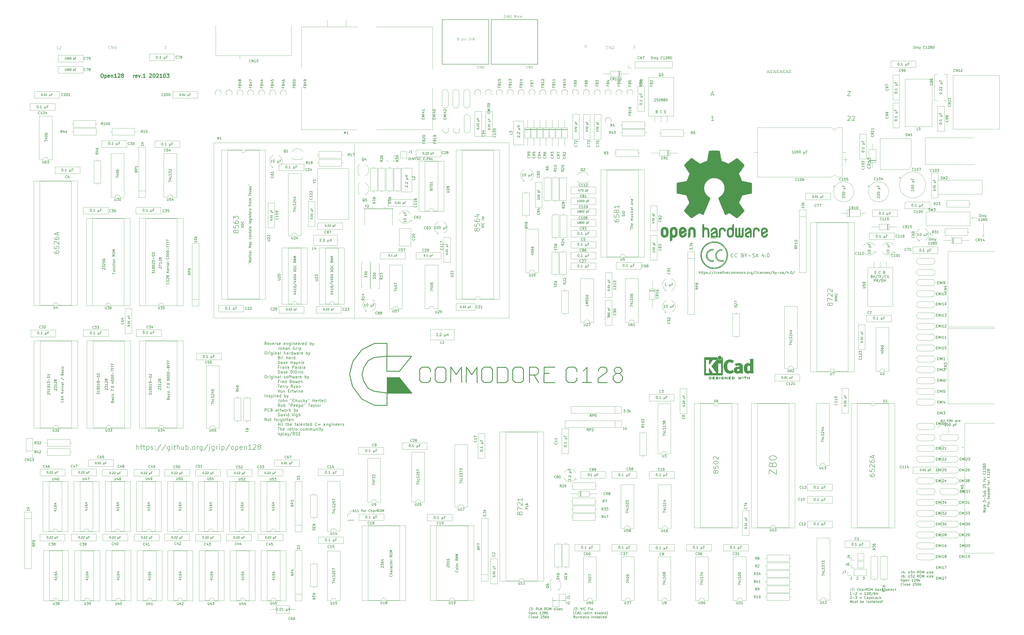
<source format=gbr>
G04 #@! TF.GenerationSoftware,KiCad,Pcbnew,(5.1.9)-1*
G04 #@! TF.CreationDate,2021-03-22T16:11:12+01:00*
G04 #@! TF.ProjectId,Open128,4f70656e-3132-4382-9e6b-696361645f70,3*
G04 #@! TF.SameCoordinates,Original*
G04 #@! TF.FileFunction,Legend,Top*
G04 #@! TF.FilePolarity,Positive*
%FSLAX46Y46*%
G04 Gerber Fmt 4.6, Leading zero omitted, Abs format (unit mm)*
G04 Created by KiCad (PCBNEW (5.1.9)-1) date 2021-03-22 16:11:12*
%MOMM*%
%LPD*%
G01*
G04 APERTURE LIST*
%ADD10C,0.150000*%
%ADD11C,0.120000*%
%ADD12C,0.300000*%
%ADD13C,0.100000*%
%ADD14C,0.010000*%
%ADD15C,0.127000*%
%ADD16C,0.160000*%
%ADD17C,0.050000*%
%ADD18C,0.101600*%
G04 APERTURE END LIST*
D10*
X317939000Y-139517380D02*
X317939000Y-138517380D01*
X318367571Y-139517380D02*
X318367571Y-138993571D01*
X318319952Y-138898333D01*
X318224714Y-138850714D01*
X318081857Y-138850714D01*
X317986619Y-138898333D01*
X317939000Y-138945952D01*
X318700904Y-138850714D02*
X319081857Y-138850714D01*
X318843761Y-138517380D02*
X318843761Y-139374523D01*
X318891380Y-139469761D01*
X318986619Y-139517380D01*
X319081857Y-139517380D01*
X319272333Y-138850714D02*
X319653285Y-138850714D01*
X319415190Y-138517380D02*
X319415190Y-139374523D01*
X319462809Y-139469761D01*
X319558047Y-139517380D01*
X319653285Y-139517380D01*
X319986619Y-138850714D02*
X319986619Y-139850714D01*
X319986619Y-138898333D02*
X320081857Y-138850714D01*
X320272333Y-138850714D01*
X320367571Y-138898333D01*
X320415190Y-138945952D01*
X320462809Y-139041190D01*
X320462809Y-139326904D01*
X320415190Y-139422142D01*
X320367571Y-139469761D01*
X320272333Y-139517380D01*
X320081857Y-139517380D01*
X319986619Y-139469761D01*
X320843761Y-139469761D02*
X320939000Y-139517380D01*
X321129476Y-139517380D01*
X321224714Y-139469761D01*
X321272333Y-139374523D01*
X321272333Y-139326904D01*
X321224714Y-139231666D01*
X321129476Y-139184047D01*
X320986619Y-139184047D01*
X320891380Y-139136428D01*
X320843761Y-139041190D01*
X320843761Y-138993571D01*
X320891380Y-138898333D01*
X320986619Y-138850714D01*
X321129476Y-138850714D01*
X321224714Y-138898333D01*
X321700904Y-139422142D02*
X321748523Y-139469761D01*
X321700904Y-139517380D01*
X321653285Y-139469761D01*
X321700904Y-139422142D01*
X321700904Y-139517380D01*
X321700904Y-138898333D02*
X321748523Y-138945952D01*
X321700904Y-138993571D01*
X321653285Y-138945952D01*
X321700904Y-138898333D01*
X321700904Y-138993571D01*
X322891380Y-138469761D02*
X322034238Y-139755476D01*
X323939000Y-138469761D02*
X323081857Y-139755476D01*
X324700904Y-139469761D02*
X324605666Y-139517380D01*
X324415190Y-139517380D01*
X324319952Y-139469761D01*
X324272333Y-139422142D01*
X324224714Y-139326904D01*
X324224714Y-139041190D01*
X324272333Y-138945952D01*
X324319952Y-138898333D01*
X324415190Y-138850714D01*
X324605666Y-138850714D01*
X324700904Y-138898333D01*
X325129476Y-139517380D02*
X325129476Y-138850714D01*
X325129476Y-139041190D02*
X325177095Y-138945952D01*
X325224714Y-138898333D01*
X325319952Y-138850714D01*
X325415190Y-138850714D01*
X326129476Y-139469761D02*
X326034238Y-139517380D01*
X325843761Y-139517380D01*
X325748523Y-139469761D01*
X325700904Y-139374523D01*
X325700904Y-138993571D01*
X325748523Y-138898333D01*
X325843761Y-138850714D01*
X326034238Y-138850714D01*
X326129476Y-138898333D01*
X326177095Y-138993571D01*
X326177095Y-139088809D01*
X325700904Y-139184047D01*
X327034238Y-139517380D02*
X327034238Y-138993571D01*
X326986619Y-138898333D01*
X326891380Y-138850714D01*
X326700904Y-138850714D01*
X326605666Y-138898333D01*
X327034238Y-139469761D02*
X326939000Y-139517380D01*
X326700904Y-139517380D01*
X326605666Y-139469761D01*
X326558047Y-139374523D01*
X326558047Y-139279285D01*
X326605666Y-139184047D01*
X326700904Y-139136428D01*
X326939000Y-139136428D01*
X327034238Y-139088809D01*
X327367571Y-138850714D02*
X327748523Y-138850714D01*
X327510428Y-138517380D02*
X327510428Y-139374523D01*
X327558047Y-139469761D01*
X327653285Y-139517380D01*
X327748523Y-139517380D01*
X328081857Y-139517380D02*
X328081857Y-138850714D01*
X328081857Y-138517380D02*
X328034238Y-138565000D01*
X328081857Y-138612619D01*
X328129476Y-138565000D01*
X328081857Y-138517380D01*
X328081857Y-138612619D01*
X328462809Y-138850714D02*
X328700904Y-139517380D01*
X328939000Y-138850714D01*
X329700904Y-139469761D02*
X329605666Y-139517380D01*
X329415190Y-139517380D01*
X329319952Y-139469761D01*
X329272333Y-139374523D01*
X329272333Y-138993571D01*
X329319952Y-138898333D01*
X329415190Y-138850714D01*
X329605666Y-138850714D01*
X329700904Y-138898333D01*
X329748523Y-138993571D01*
X329748523Y-139088809D01*
X329272333Y-139184047D01*
X330605666Y-139469761D02*
X330510428Y-139517380D01*
X330319952Y-139517380D01*
X330224714Y-139469761D01*
X330177095Y-139422142D01*
X330129476Y-139326904D01*
X330129476Y-139041190D01*
X330177095Y-138945952D01*
X330224714Y-138898333D01*
X330319952Y-138850714D01*
X330510428Y-138850714D01*
X330605666Y-138898333D01*
X331177095Y-139517380D02*
X331081857Y-139469761D01*
X331034238Y-139422142D01*
X330986619Y-139326904D01*
X330986619Y-139041190D01*
X331034238Y-138945952D01*
X331081857Y-138898333D01*
X331177095Y-138850714D01*
X331319952Y-138850714D01*
X331415190Y-138898333D01*
X331462809Y-138945952D01*
X331510428Y-139041190D01*
X331510428Y-139326904D01*
X331462809Y-139422142D01*
X331415190Y-139469761D01*
X331319952Y-139517380D01*
X331177095Y-139517380D01*
X331939000Y-139517380D02*
X331939000Y-138850714D01*
X331939000Y-138945952D02*
X331986619Y-138898333D01*
X332081857Y-138850714D01*
X332224714Y-138850714D01*
X332319952Y-138898333D01*
X332367571Y-138993571D01*
X332367571Y-139517380D01*
X332367571Y-138993571D02*
X332415190Y-138898333D01*
X332510428Y-138850714D01*
X332653285Y-138850714D01*
X332748523Y-138898333D01*
X332796142Y-138993571D01*
X332796142Y-139517380D01*
X333272333Y-139517380D02*
X333272333Y-138850714D01*
X333272333Y-138945952D02*
X333319952Y-138898333D01*
X333415190Y-138850714D01*
X333558047Y-138850714D01*
X333653285Y-138898333D01*
X333700904Y-138993571D01*
X333700904Y-139517380D01*
X333700904Y-138993571D02*
X333748523Y-138898333D01*
X333843761Y-138850714D01*
X333986619Y-138850714D01*
X334081857Y-138898333D01*
X334129476Y-138993571D01*
X334129476Y-139517380D01*
X334748523Y-139517380D02*
X334653285Y-139469761D01*
X334605666Y-139422142D01*
X334558047Y-139326904D01*
X334558047Y-139041190D01*
X334605666Y-138945952D01*
X334653285Y-138898333D01*
X334748523Y-138850714D01*
X334891380Y-138850714D01*
X334986619Y-138898333D01*
X335034238Y-138945952D01*
X335081857Y-139041190D01*
X335081857Y-139326904D01*
X335034238Y-139422142D01*
X334986619Y-139469761D01*
X334891380Y-139517380D01*
X334748523Y-139517380D01*
X335510428Y-138850714D02*
X335510428Y-139517380D01*
X335510428Y-138945952D02*
X335558047Y-138898333D01*
X335653285Y-138850714D01*
X335796142Y-138850714D01*
X335891380Y-138898333D01*
X335939000Y-138993571D01*
X335939000Y-139517380D01*
X336367571Y-139469761D02*
X336462809Y-139517380D01*
X336653285Y-139517380D01*
X336748523Y-139469761D01*
X336796142Y-139374523D01*
X336796142Y-139326904D01*
X336748523Y-139231666D01*
X336653285Y-139184047D01*
X336510428Y-139184047D01*
X336415190Y-139136428D01*
X336367571Y-139041190D01*
X336367571Y-138993571D01*
X336415190Y-138898333D01*
X336510428Y-138850714D01*
X336653285Y-138850714D01*
X336748523Y-138898333D01*
X337224714Y-139422142D02*
X337272333Y-139469761D01*
X337224714Y-139517380D01*
X337177095Y-139469761D01*
X337224714Y-139422142D01*
X337224714Y-139517380D01*
X337843761Y-139517380D02*
X337748523Y-139469761D01*
X337700904Y-139422142D01*
X337653285Y-139326904D01*
X337653285Y-139041190D01*
X337700904Y-138945952D01*
X337748523Y-138898333D01*
X337843761Y-138850714D01*
X337986619Y-138850714D01*
X338081857Y-138898333D01*
X338129476Y-138945952D01*
X338177095Y-139041190D01*
X338177095Y-139326904D01*
X338129476Y-139422142D01*
X338081857Y-139469761D01*
X337986619Y-139517380D01*
X337843761Y-139517380D01*
X338605666Y-139517380D02*
X338605666Y-138850714D01*
X338605666Y-139041190D02*
X338653285Y-138945952D01*
X338700904Y-138898333D01*
X338796142Y-138850714D01*
X338891380Y-138850714D01*
X339653285Y-138850714D02*
X339653285Y-139660238D01*
X339605666Y-139755476D01*
X339558047Y-139803095D01*
X339462809Y-139850714D01*
X339319952Y-139850714D01*
X339224714Y-139803095D01*
X339653285Y-139469761D02*
X339558047Y-139517380D01*
X339367571Y-139517380D01*
X339272333Y-139469761D01*
X339224714Y-139422142D01*
X339177095Y-139326904D01*
X339177095Y-139041190D01*
X339224714Y-138945952D01*
X339272333Y-138898333D01*
X339367571Y-138850714D01*
X339558047Y-138850714D01*
X339653285Y-138898333D01*
X340843761Y-138469761D02*
X339986619Y-139755476D01*
X341319952Y-139517380D02*
X341224714Y-139469761D01*
X341177095Y-139374523D01*
X341177095Y-138517380D01*
X341700904Y-139517380D02*
X341700904Y-138850714D01*
X341700904Y-138517380D02*
X341653285Y-138565000D01*
X341700904Y-138612619D01*
X341748523Y-138565000D01*
X341700904Y-138517380D01*
X341700904Y-138612619D01*
X342605666Y-139469761D02*
X342510428Y-139517380D01*
X342319952Y-139517380D01*
X342224714Y-139469761D01*
X342177095Y-139422142D01*
X342129476Y-139326904D01*
X342129476Y-139041190D01*
X342177095Y-138945952D01*
X342224714Y-138898333D01*
X342319952Y-138850714D01*
X342510428Y-138850714D01*
X342605666Y-138898333D01*
X343415190Y-139469761D02*
X343319952Y-139517380D01*
X343129476Y-139517380D01*
X343034238Y-139469761D01*
X342986619Y-139374523D01*
X342986619Y-138993571D01*
X343034238Y-138898333D01*
X343129476Y-138850714D01*
X343319952Y-138850714D01*
X343415190Y-138898333D01*
X343462809Y-138993571D01*
X343462809Y-139088809D01*
X342986619Y-139184047D01*
X343891380Y-138850714D02*
X343891380Y-139517380D01*
X343891380Y-138945952D02*
X343939000Y-138898333D01*
X344034238Y-138850714D01*
X344177095Y-138850714D01*
X344272333Y-138898333D01*
X344319952Y-138993571D01*
X344319952Y-139517380D01*
X344748523Y-139469761D02*
X344843761Y-139517380D01*
X345034238Y-139517380D01*
X345129476Y-139469761D01*
X345177095Y-139374523D01*
X345177095Y-139326904D01*
X345129476Y-139231666D01*
X345034238Y-139184047D01*
X344891380Y-139184047D01*
X344796142Y-139136428D01*
X344748523Y-139041190D01*
X344748523Y-138993571D01*
X344796142Y-138898333D01*
X344891380Y-138850714D01*
X345034238Y-138850714D01*
X345129476Y-138898333D01*
X345986619Y-139469761D02*
X345891380Y-139517380D01*
X345700904Y-139517380D01*
X345605666Y-139469761D01*
X345558047Y-139374523D01*
X345558047Y-138993571D01*
X345605666Y-138898333D01*
X345700904Y-138850714D01*
X345891380Y-138850714D01*
X345986619Y-138898333D01*
X346034238Y-138993571D01*
X346034238Y-139088809D01*
X345558047Y-139184047D01*
X346415190Y-139469761D02*
X346510428Y-139517380D01*
X346700904Y-139517380D01*
X346796142Y-139469761D01*
X346843761Y-139374523D01*
X346843761Y-139326904D01*
X346796142Y-139231666D01*
X346700904Y-139184047D01*
X346558047Y-139184047D01*
X346462809Y-139136428D01*
X346415190Y-139041190D01*
X346415190Y-138993571D01*
X346462809Y-138898333D01*
X346558047Y-138850714D01*
X346700904Y-138850714D01*
X346796142Y-138898333D01*
X347986619Y-138469761D02*
X347129476Y-139755476D01*
X348319952Y-139517380D02*
X348319952Y-138517380D01*
X348319952Y-138898333D02*
X348415190Y-138850714D01*
X348605666Y-138850714D01*
X348700904Y-138898333D01*
X348748523Y-138945952D01*
X348796142Y-139041190D01*
X348796142Y-139326904D01*
X348748523Y-139422142D01*
X348700904Y-139469761D01*
X348605666Y-139517380D01*
X348415190Y-139517380D01*
X348319952Y-139469761D01*
X349129476Y-138850714D02*
X349367571Y-139517380D01*
X349605666Y-138850714D02*
X349367571Y-139517380D01*
X349272333Y-139755476D01*
X349224714Y-139803095D01*
X349129476Y-139850714D01*
X349986619Y-139136428D02*
X350748523Y-139136428D01*
X351177095Y-139469761D02*
X351272333Y-139517380D01*
X351462809Y-139517380D01*
X351558047Y-139469761D01*
X351605666Y-139374523D01*
X351605666Y-139326904D01*
X351558047Y-139231666D01*
X351462809Y-139184047D01*
X351319952Y-139184047D01*
X351224714Y-139136428D01*
X351177095Y-139041190D01*
X351177095Y-138993571D01*
X351224714Y-138898333D01*
X351319952Y-138850714D01*
X351462809Y-138850714D01*
X351558047Y-138898333D01*
X352462809Y-139517380D02*
X352462809Y-138993571D01*
X352415190Y-138898333D01*
X352319952Y-138850714D01*
X352129476Y-138850714D01*
X352034238Y-138898333D01*
X352462809Y-139469761D02*
X352367571Y-139517380D01*
X352129476Y-139517380D01*
X352034238Y-139469761D01*
X351986619Y-139374523D01*
X351986619Y-139279285D01*
X352034238Y-139184047D01*
X352129476Y-139136428D01*
X352367571Y-139136428D01*
X352462809Y-139088809D01*
X353653285Y-138469761D02*
X352796142Y-139755476D01*
X354415190Y-138850714D02*
X354415190Y-139517380D01*
X354177095Y-138469761D02*
X353939000Y-139184047D01*
X354558047Y-139184047D01*
X354939000Y-139422142D02*
X354986619Y-139469761D01*
X354939000Y-139517380D01*
X354891380Y-139469761D01*
X354939000Y-139422142D01*
X354939000Y-139517380D01*
X355605666Y-138517380D02*
X355700904Y-138517380D01*
X355796142Y-138565000D01*
X355843761Y-138612619D01*
X355891380Y-138707857D01*
X355939000Y-138898333D01*
X355939000Y-139136428D01*
X355891380Y-139326904D01*
X355843761Y-139422142D01*
X355796142Y-139469761D01*
X355700904Y-139517380D01*
X355605666Y-139517380D01*
X355510428Y-139469761D01*
X355462809Y-139422142D01*
X355415190Y-139326904D01*
X355367571Y-139136428D01*
X355367571Y-138898333D01*
X355415190Y-138707857D01*
X355462809Y-138612619D01*
X355510428Y-138565000D01*
X355605666Y-138517380D01*
X357081857Y-138469761D02*
X356224714Y-139755476D01*
X331943142Y-132615714D02*
X331871714Y-132687142D01*
X331657428Y-132758571D01*
X331514571Y-132758571D01*
X331300285Y-132687142D01*
X331157428Y-132544285D01*
X331086000Y-132401428D01*
X331014571Y-132115714D01*
X331014571Y-131901428D01*
X331086000Y-131615714D01*
X331157428Y-131472857D01*
X331300285Y-131330000D01*
X331514571Y-131258571D01*
X331657428Y-131258571D01*
X331871714Y-131330000D01*
X331943142Y-131401428D01*
X333443142Y-132615714D02*
X333371714Y-132687142D01*
X333157428Y-132758571D01*
X333014571Y-132758571D01*
X332800285Y-132687142D01*
X332657428Y-132544285D01*
X332586000Y-132401428D01*
X332514571Y-132115714D01*
X332514571Y-131901428D01*
X332586000Y-131615714D01*
X332657428Y-131472857D01*
X332800285Y-131330000D01*
X333014571Y-131258571D01*
X333157428Y-131258571D01*
X333371714Y-131330000D01*
X333443142Y-131401428D01*
X335728857Y-131972857D02*
X335943142Y-132044285D01*
X336014571Y-132115714D01*
X336086000Y-132258571D01*
X336086000Y-132472857D01*
X336014571Y-132615714D01*
X335943142Y-132687142D01*
X335800285Y-132758571D01*
X335228857Y-132758571D01*
X335228857Y-131258571D01*
X335728857Y-131258571D01*
X335871714Y-131330000D01*
X335943142Y-131401428D01*
X336014571Y-131544285D01*
X336014571Y-131687142D01*
X335943142Y-131830000D01*
X335871714Y-131901428D01*
X335728857Y-131972857D01*
X335228857Y-131972857D01*
X337014571Y-132044285D02*
X337014571Y-132758571D01*
X336514571Y-131258571D02*
X337014571Y-132044285D01*
X337514571Y-131258571D01*
X338014571Y-132187142D02*
X339157428Y-132187142D01*
X339800285Y-132687142D02*
X340014571Y-132758571D01*
X340371714Y-132758571D01*
X340514571Y-132687142D01*
X340586000Y-132615714D01*
X340657428Y-132472857D01*
X340657428Y-132330000D01*
X340586000Y-132187142D01*
X340514571Y-132115714D01*
X340371714Y-132044285D01*
X340086000Y-131972857D01*
X339943142Y-131901428D01*
X339871714Y-131830000D01*
X339800285Y-131687142D01*
X339800285Y-131544285D01*
X339871714Y-131401428D01*
X339943142Y-131330000D01*
X340086000Y-131258571D01*
X340443142Y-131258571D01*
X340657428Y-131330000D01*
X341228857Y-132330000D02*
X341943142Y-132330000D01*
X341086000Y-132758571D02*
X341586000Y-131258571D01*
X342086000Y-132758571D01*
X344371714Y-131758571D02*
X344371714Y-132758571D01*
X344014571Y-131187142D02*
X343657428Y-132258571D01*
X344586000Y-132258571D01*
X345157428Y-132615714D02*
X345228857Y-132687142D01*
X345157428Y-132758571D01*
X345086000Y-132687142D01*
X345157428Y-132615714D01*
X345157428Y-132758571D01*
X346157428Y-131258571D02*
X346300285Y-131258571D01*
X346443142Y-131330000D01*
X346514571Y-131401428D01*
X346586000Y-131544285D01*
X346657428Y-131830000D01*
X346657428Y-132187142D01*
X346586000Y-132472857D01*
X346514571Y-132615714D01*
X346443142Y-132687142D01*
X346300285Y-132758571D01*
X346157428Y-132758571D01*
X346014571Y-132687142D01*
X345943142Y-132615714D01*
X345871714Y-132472857D01*
X345800285Y-132187142D01*
X345800285Y-131830000D01*
X345871714Y-131544285D01*
X345943142Y-131401428D01*
X346014571Y-131330000D01*
X346157428Y-131258571D01*
X87569666Y-211597761D02*
X87569666Y-209597761D01*
X88426809Y-211597761D02*
X88426809Y-210550142D01*
X88331571Y-210359666D01*
X88141095Y-210264428D01*
X87855380Y-210264428D01*
X87664904Y-210359666D01*
X87569666Y-210454904D01*
X89093476Y-210264428D02*
X89855380Y-210264428D01*
X89379190Y-209597761D02*
X89379190Y-211312047D01*
X89474428Y-211502523D01*
X89664904Y-211597761D01*
X89855380Y-211597761D01*
X90236333Y-210264428D02*
X90998238Y-210264428D01*
X90522047Y-209597761D02*
X90522047Y-211312047D01*
X90617285Y-211502523D01*
X90807761Y-211597761D01*
X90998238Y-211597761D01*
X91664904Y-210264428D02*
X91664904Y-212264428D01*
X91664904Y-210359666D02*
X91855380Y-210264428D01*
X92236333Y-210264428D01*
X92426809Y-210359666D01*
X92522047Y-210454904D01*
X92617285Y-210645380D01*
X92617285Y-211216809D01*
X92522047Y-211407285D01*
X92426809Y-211502523D01*
X92236333Y-211597761D01*
X91855380Y-211597761D01*
X91664904Y-211502523D01*
X93379190Y-211502523D02*
X93569666Y-211597761D01*
X93950619Y-211597761D01*
X94141095Y-211502523D01*
X94236333Y-211312047D01*
X94236333Y-211216809D01*
X94141095Y-211026333D01*
X93950619Y-210931095D01*
X93664904Y-210931095D01*
X93474428Y-210835857D01*
X93379190Y-210645380D01*
X93379190Y-210550142D01*
X93474428Y-210359666D01*
X93664904Y-210264428D01*
X93950619Y-210264428D01*
X94141095Y-210359666D01*
X95093476Y-211407285D02*
X95188714Y-211502523D01*
X95093476Y-211597761D01*
X94998238Y-211502523D01*
X95093476Y-211407285D01*
X95093476Y-211597761D01*
X95093476Y-210359666D02*
X95188714Y-210454904D01*
X95093476Y-210550142D01*
X94998238Y-210454904D01*
X95093476Y-210359666D01*
X95093476Y-210550142D01*
X97474428Y-209502523D02*
X95760142Y-212073952D01*
X99569666Y-209502523D02*
X97855380Y-212073952D01*
X101093476Y-210264428D02*
X101093476Y-211883476D01*
X100998238Y-212073952D01*
X100903000Y-212169190D01*
X100712523Y-212264428D01*
X100426809Y-212264428D01*
X100236333Y-212169190D01*
X101093476Y-211502523D02*
X100903000Y-211597761D01*
X100522047Y-211597761D01*
X100331571Y-211502523D01*
X100236333Y-211407285D01*
X100141095Y-211216809D01*
X100141095Y-210645380D01*
X100236333Y-210454904D01*
X100331571Y-210359666D01*
X100522047Y-210264428D01*
X100903000Y-210264428D01*
X101093476Y-210359666D01*
X102045857Y-211597761D02*
X102045857Y-210264428D01*
X102045857Y-209597761D02*
X101950619Y-209693000D01*
X102045857Y-209788238D01*
X102141095Y-209693000D01*
X102045857Y-209597761D01*
X102045857Y-209788238D01*
X102712523Y-210264428D02*
X103474428Y-210264428D01*
X102998238Y-209597761D02*
X102998238Y-211312047D01*
X103093476Y-211502523D01*
X103283952Y-211597761D01*
X103474428Y-211597761D01*
X104141095Y-211597761D02*
X104141095Y-209597761D01*
X104998238Y-211597761D02*
X104998238Y-210550142D01*
X104903000Y-210359666D01*
X104712523Y-210264428D01*
X104426809Y-210264428D01*
X104236333Y-210359666D01*
X104141095Y-210454904D01*
X106807761Y-210264428D02*
X106807761Y-211597761D01*
X105950619Y-210264428D02*
X105950619Y-211312047D01*
X106045857Y-211502523D01*
X106236333Y-211597761D01*
X106522047Y-211597761D01*
X106712523Y-211502523D01*
X106807761Y-211407285D01*
X107760142Y-211597761D02*
X107760142Y-209597761D01*
X107760142Y-210359666D02*
X107950619Y-210264428D01*
X108331571Y-210264428D01*
X108522047Y-210359666D01*
X108617285Y-210454904D01*
X108712523Y-210645380D01*
X108712523Y-211216809D01*
X108617285Y-211407285D01*
X108522047Y-211502523D01*
X108331571Y-211597761D01*
X107950619Y-211597761D01*
X107760142Y-211502523D01*
X109569666Y-211407285D02*
X109664904Y-211502523D01*
X109569666Y-211597761D01*
X109474428Y-211502523D01*
X109569666Y-211407285D01*
X109569666Y-211597761D01*
X110807761Y-211597761D02*
X110617285Y-211502523D01*
X110522047Y-211407285D01*
X110426809Y-211216809D01*
X110426809Y-210645380D01*
X110522047Y-210454904D01*
X110617285Y-210359666D01*
X110807761Y-210264428D01*
X111093476Y-210264428D01*
X111283952Y-210359666D01*
X111379190Y-210454904D01*
X111474428Y-210645380D01*
X111474428Y-211216809D01*
X111379190Y-211407285D01*
X111283952Y-211502523D01*
X111093476Y-211597761D01*
X110807761Y-211597761D01*
X112331571Y-211597761D02*
X112331571Y-210264428D01*
X112331571Y-210645380D02*
X112426809Y-210454904D01*
X112522047Y-210359666D01*
X112712523Y-210264428D01*
X112903000Y-210264428D01*
X114426809Y-210264428D02*
X114426809Y-211883476D01*
X114331571Y-212073952D01*
X114236333Y-212169190D01*
X114045857Y-212264428D01*
X113760142Y-212264428D01*
X113569666Y-212169190D01*
X114426809Y-211502523D02*
X114236333Y-211597761D01*
X113855380Y-211597761D01*
X113664904Y-211502523D01*
X113569666Y-211407285D01*
X113474428Y-211216809D01*
X113474428Y-210645380D01*
X113569666Y-210454904D01*
X113664904Y-210359666D01*
X113855380Y-210264428D01*
X114236333Y-210264428D01*
X114426809Y-210359666D01*
X116807761Y-209502523D02*
X115093476Y-212073952D01*
X117474428Y-210264428D02*
X117474428Y-211978714D01*
X117379190Y-212169190D01*
X117188714Y-212264428D01*
X117093476Y-212264428D01*
X117474428Y-209597761D02*
X117379190Y-209693000D01*
X117474428Y-209788238D01*
X117569666Y-209693000D01*
X117474428Y-209597761D01*
X117474428Y-209788238D01*
X119283952Y-210264428D02*
X119283952Y-211883476D01*
X119188714Y-212073952D01*
X119093476Y-212169190D01*
X118903000Y-212264428D01*
X118617285Y-212264428D01*
X118426809Y-212169190D01*
X119283952Y-211502523D02*
X119093476Y-211597761D01*
X118712523Y-211597761D01*
X118522047Y-211502523D01*
X118426809Y-211407285D01*
X118331571Y-211216809D01*
X118331571Y-210645380D01*
X118426809Y-210454904D01*
X118522047Y-210359666D01*
X118712523Y-210264428D01*
X119093476Y-210264428D01*
X119283952Y-210359666D01*
X120236333Y-211597761D02*
X120236333Y-210264428D01*
X120236333Y-210645380D02*
X120331571Y-210454904D01*
X120426809Y-210359666D01*
X120617285Y-210264428D01*
X120807761Y-210264428D01*
X121474428Y-211597761D02*
X121474428Y-210264428D01*
X121474428Y-209597761D02*
X121379190Y-209693000D01*
X121474428Y-209788238D01*
X121569666Y-209693000D01*
X121474428Y-209597761D01*
X121474428Y-209788238D01*
X122426809Y-210264428D02*
X122426809Y-212264428D01*
X122426809Y-210359666D02*
X122617285Y-210264428D01*
X122998238Y-210264428D01*
X123188714Y-210359666D01*
X123283952Y-210454904D01*
X123379190Y-210645380D01*
X123379190Y-211216809D01*
X123283952Y-211407285D01*
X123188714Y-211502523D01*
X122998238Y-211597761D01*
X122617285Y-211597761D01*
X122426809Y-211502523D01*
X125664904Y-209502523D02*
X123950619Y-212073952D01*
X126617285Y-211597761D02*
X126426809Y-211502523D01*
X126331571Y-211407285D01*
X126236333Y-211216809D01*
X126236333Y-210645380D01*
X126331571Y-210454904D01*
X126426809Y-210359666D01*
X126617285Y-210264428D01*
X126903000Y-210264428D01*
X127093476Y-210359666D01*
X127188714Y-210454904D01*
X127283952Y-210645380D01*
X127283952Y-211216809D01*
X127188714Y-211407285D01*
X127093476Y-211502523D01*
X126903000Y-211597761D01*
X126617285Y-211597761D01*
X128141095Y-210264428D02*
X128141095Y-212264428D01*
X128141095Y-210359666D02*
X128331571Y-210264428D01*
X128712523Y-210264428D01*
X128903000Y-210359666D01*
X128998238Y-210454904D01*
X129093476Y-210645380D01*
X129093476Y-211216809D01*
X128998238Y-211407285D01*
X128903000Y-211502523D01*
X128712523Y-211597761D01*
X128331571Y-211597761D01*
X128141095Y-211502523D01*
X130712523Y-211502523D02*
X130522047Y-211597761D01*
X130141095Y-211597761D01*
X129950619Y-211502523D01*
X129855380Y-211312047D01*
X129855380Y-210550142D01*
X129950619Y-210359666D01*
X130141095Y-210264428D01*
X130522047Y-210264428D01*
X130712523Y-210359666D01*
X130807761Y-210550142D01*
X130807761Y-210740619D01*
X129855380Y-210931095D01*
X131664904Y-210264428D02*
X131664904Y-211597761D01*
X131664904Y-210454904D02*
X131760142Y-210359666D01*
X131950619Y-210264428D01*
X132236333Y-210264428D01*
X132426809Y-210359666D01*
X132522047Y-210550142D01*
X132522047Y-211597761D01*
X134522047Y-211597761D02*
X133379190Y-211597761D01*
X133950619Y-211597761D02*
X133950619Y-209597761D01*
X133760142Y-209883476D01*
X133569666Y-210073952D01*
X133379190Y-210169190D01*
X135283952Y-209788238D02*
X135379190Y-209693000D01*
X135569666Y-209597761D01*
X136045857Y-209597761D01*
X136236333Y-209693000D01*
X136331571Y-209788238D01*
X136426809Y-209978714D01*
X136426809Y-210169190D01*
X136331571Y-210454904D01*
X135188714Y-211597761D01*
X136426809Y-211597761D01*
X137569666Y-210454904D02*
X137379190Y-210359666D01*
X137283952Y-210264428D01*
X137188714Y-210073952D01*
X137188714Y-209978714D01*
X137283952Y-209788238D01*
X137379190Y-209693000D01*
X137569666Y-209597761D01*
X137950619Y-209597761D01*
X138141095Y-209693000D01*
X138236333Y-209788238D01*
X138331571Y-209978714D01*
X138331571Y-210073952D01*
X138236333Y-210264428D01*
X138141095Y-210359666D01*
X137950619Y-210454904D01*
X137569666Y-210454904D01*
X137379190Y-210550142D01*
X137283952Y-210645380D01*
X137188714Y-210835857D01*
X137188714Y-211216809D01*
X137283952Y-211407285D01*
X137379190Y-211502523D01*
X137569666Y-211597761D01*
X137950619Y-211597761D01*
X138141095Y-211502523D01*
X138236333Y-211407285D01*
X138331571Y-211216809D01*
X138331571Y-210835857D01*
X138236333Y-210645380D01*
X138141095Y-210550142D01*
X137950619Y-210454904D01*
D11*
X434340000Y-124206000D02*
X434721000Y-123825000D01*
X434340000Y-124206000D02*
X433959000Y-123825000D01*
X429514000Y-116586000D02*
X429895000Y-116967000D01*
X429514000Y-116586000D02*
X429895000Y-116205000D01*
X412369000Y-123317000D02*
X412877000Y-123698000D01*
X412369000Y-123317000D02*
X412877000Y-122936000D01*
X413512000Y-123317000D02*
X412369000Y-123317000D01*
X413512000Y-124333000D02*
X413512000Y-123317000D01*
D10*
X412321523Y-124865380D02*
X412512000Y-124865380D01*
X412607238Y-124913000D01*
X412702476Y-125008238D01*
X412750095Y-125198714D01*
X412750095Y-125532047D01*
X412702476Y-125722523D01*
X412607238Y-125817761D01*
X412512000Y-125865380D01*
X412321523Y-125865380D01*
X412226285Y-125817761D01*
X412131047Y-125722523D01*
X412083428Y-125532047D01*
X412083428Y-125198714D01*
X412131047Y-125008238D01*
X412226285Y-124913000D01*
X412321523Y-124865380D01*
X413178666Y-125198714D02*
X413178666Y-125865380D01*
X413178666Y-125293952D02*
X413226285Y-125246333D01*
X413321523Y-125198714D01*
X413464380Y-125198714D01*
X413559619Y-125246333D01*
X413607238Y-125341571D01*
X413607238Y-125865380D01*
X414226285Y-125865380D02*
X414131047Y-125817761D01*
X414083428Y-125722523D01*
X414083428Y-124865380D01*
X414512000Y-125198714D02*
X414750095Y-125865380D01*
X414988190Y-125198714D02*
X414750095Y-125865380D01*
X414654857Y-126103476D01*
X414607238Y-126151095D01*
X414512000Y-126198714D01*
X412345333Y-127515380D02*
X411773904Y-127515380D01*
X412059619Y-127515380D02*
X412059619Y-126515380D01*
X411964380Y-126658238D01*
X411869142Y-126753476D01*
X411773904Y-126801095D01*
X412726285Y-126610619D02*
X412773904Y-126563000D01*
X412869142Y-126515380D01*
X413107238Y-126515380D01*
X413202476Y-126563000D01*
X413250095Y-126610619D01*
X413297714Y-126705857D01*
X413297714Y-126801095D01*
X413250095Y-126943952D01*
X412678666Y-127515380D01*
X413297714Y-127515380D01*
X413869142Y-126943952D02*
X413773904Y-126896333D01*
X413726285Y-126848714D01*
X413678666Y-126753476D01*
X413678666Y-126705857D01*
X413726285Y-126610619D01*
X413773904Y-126563000D01*
X413869142Y-126515380D01*
X414059619Y-126515380D01*
X414154857Y-126563000D01*
X414202476Y-126610619D01*
X414250095Y-126705857D01*
X414250095Y-126753476D01*
X414202476Y-126848714D01*
X414154857Y-126896333D01*
X414059619Y-126943952D01*
X413869142Y-126943952D01*
X413773904Y-126991571D01*
X413726285Y-127039190D01*
X413678666Y-127134428D01*
X413678666Y-127324904D01*
X413726285Y-127420142D01*
X413773904Y-127467761D01*
X413869142Y-127515380D01*
X414059619Y-127515380D01*
X414154857Y-127467761D01*
X414202476Y-127420142D01*
X414250095Y-127324904D01*
X414250095Y-127134428D01*
X414202476Y-127039190D01*
X414154857Y-126991571D01*
X414059619Y-126943952D01*
X414678666Y-127515380D02*
X414678666Y-126515380D01*
X414916761Y-126515380D01*
X415059619Y-126563000D01*
X415154857Y-126658238D01*
X415202476Y-126753476D01*
X415250095Y-126943952D01*
X415250095Y-127086809D01*
X415202476Y-127277285D01*
X415154857Y-127372523D01*
X415059619Y-127467761D01*
X414916761Y-127515380D01*
X414678666Y-127515380D01*
X346002552Y-56094380D02*
X346002552Y-56808666D01*
X345954933Y-56951523D01*
X345859695Y-57046761D01*
X345716838Y-57094380D01*
X345621600Y-57094380D01*
X346954933Y-57094380D02*
X346478742Y-57094380D01*
X346478742Y-56094380D01*
X347859695Y-56999142D02*
X347812076Y-57046761D01*
X347669219Y-57094380D01*
X347573980Y-57094380D01*
X347431123Y-57046761D01*
X347335885Y-56951523D01*
X347288266Y-56856285D01*
X347240647Y-56665809D01*
X347240647Y-56522952D01*
X347288266Y-56332476D01*
X347335885Y-56237238D01*
X347431123Y-56142000D01*
X347573980Y-56094380D01*
X347669219Y-56094380D01*
X347812076Y-56142000D01*
X347859695Y-56189619D01*
X348573980Y-56094380D02*
X348573980Y-56808666D01*
X348526361Y-56951523D01*
X348431123Y-57046761D01*
X348288266Y-57094380D01*
X348193028Y-57094380D01*
X349526361Y-57094380D02*
X349050171Y-57094380D01*
X349050171Y-56094380D01*
X350431123Y-56999142D02*
X350383504Y-57046761D01*
X350240647Y-57094380D01*
X350145409Y-57094380D01*
X350002552Y-57046761D01*
X349907314Y-56951523D01*
X349859695Y-56856285D01*
X349812076Y-56665809D01*
X349812076Y-56522952D01*
X349859695Y-56332476D01*
X349907314Y-56237238D01*
X350002552Y-56142000D01*
X350145409Y-56094380D01*
X350240647Y-56094380D01*
X350383504Y-56142000D01*
X350431123Y-56189619D01*
X351145409Y-56094380D02*
X351145409Y-56808666D01*
X351097790Y-56951523D01*
X351002552Y-57046761D01*
X350859695Y-57094380D01*
X350764457Y-57094380D01*
X352097790Y-57094380D02*
X351621600Y-57094380D01*
X351621600Y-56094380D01*
X353002552Y-56999142D02*
X352954933Y-57046761D01*
X352812076Y-57094380D01*
X352716838Y-57094380D01*
X352573980Y-57046761D01*
X352478742Y-56951523D01*
X352431123Y-56856285D01*
X352383504Y-56665809D01*
X352383504Y-56522952D01*
X352431123Y-56332476D01*
X352478742Y-56237238D01*
X352573980Y-56142000D01*
X352716838Y-56094380D01*
X352812076Y-56094380D01*
X352954933Y-56142000D01*
X353002552Y-56189619D01*
X353716838Y-56094380D02*
X353716838Y-56808666D01*
X353669219Y-56951523D01*
X353573980Y-57046761D01*
X353431123Y-57094380D01*
X353335885Y-57094380D01*
X354669219Y-57094380D02*
X354193028Y-57094380D01*
X354193028Y-56094380D01*
X355573980Y-56999142D02*
X355526361Y-57046761D01*
X355383504Y-57094380D01*
X355288266Y-57094380D01*
X355145409Y-57046761D01*
X355050171Y-56951523D01*
X355002552Y-56856285D01*
X354954933Y-56665809D01*
X354954933Y-56522952D01*
X355002552Y-56332476D01*
X355050171Y-56237238D01*
X355145409Y-56142000D01*
X355288266Y-56094380D01*
X355383504Y-56094380D01*
X355526361Y-56142000D01*
X355573980Y-56189619D01*
X384984666Y-263866380D02*
X385603714Y-263866380D01*
X385270380Y-264247333D01*
X385413238Y-264247333D01*
X385508476Y-264294952D01*
X385556095Y-264342571D01*
X385603714Y-264437809D01*
X385603714Y-264675904D01*
X385556095Y-264771142D01*
X385508476Y-264818761D01*
X385413238Y-264866380D01*
X385127523Y-264866380D01*
X385032285Y-264818761D01*
X384984666Y-264771142D01*
X382492285Y-263961619D02*
X382539904Y-263914000D01*
X382635142Y-263866380D01*
X382873238Y-263866380D01*
X382968476Y-263914000D01*
X383016095Y-263961619D01*
X383063714Y-264056857D01*
X383063714Y-264152095D01*
X383016095Y-264294952D01*
X382444666Y-264866380D01*
X383063714Y-264866380D01*
X380523714Y-264866380D02*
X379952285Y-264866380D01*
X380238000Y-264866380D02*
X380238000Y-263866380D01*
X380142761Y-264009238D01*
X380047523Y-264104476D01*
X379952285Y-264152095D01*
X400925309Y-261391380D02*
X400925309Y-262105666D01*
X400877690Y-262248523D01*
X400782452Y-262343761D01*
X400639595Y-262391380D01*
X400544357Y-262391380D01*
X401830071Y-261724714D02*
X401830071Y-262391380D01*
X401591976Y-261343761D02*
X401353880Y-262058047D01*
X401972928Y-262058047D01*
X402353880Y-262296142D02*
X402401500Y-262343761D01*
X402353880Y-262391380D01*
X402306261Y-262343761D01*
X402353880Y-262296142D01*
X402353880Y-262391380D01*
X402353880Y-261772333D02*
X402401500Y-261819952D01*
X402353880Y-261867571D01*
X402306261Y-261819952D01*
X402353880Y-261772333D01*
X402353880Y-261867571D01*
X403591976Y-261391380D02*
X403591976Y-262200904D01*
X403639595Y-262296142D01*
X403687214Y-262343761D01*
X403782452Y-262391380D01*
X403972928Y-262391380D01*
X404068166Y-262343761D01*
X404115785Y-262296142D01*
X404163404Y-262200904D01*
X404163404Y-261391380D01*
X404544357Y-261391380D02*
X405163404Y-261391380D01*
X404830071Y-261772333D01*
X404972928Y-261772333D01*
X405068166Y-261819952D01*
X405115785Y-261867571D01*
X405163404Y-261962809D01*
X405163404Y-262200904D01*
X405115785Y-262296142D01*
X405068166Y-262343761D01*
X404972928Y-262391380D01*
X404687214Y-262391380D01*
X404591976Y-262343761D01*
X404544357Y-262296142D01*
X406020547Y-261724714D02*
X406020547Y-262391380D01*
X405782452Y-261343761D02*
X405544357Y-262058047D01*
X406163404Y-262058047D01*
X407877690Y-262391380D02*
X407544357Y-261915190D01*
X407306261Y-262391380D02*
X407306261Y-261391380D01*
X407687214Y-261391380D01*
X407782452Y-261439000D01*
X407830071Y-261486619D01*
X407877690Y-261581857D01*
X407877690Y-261724714D01*
X407830071Y-261819952D01*
X407782452Y-261867571D01*
X407687214Y-261915190D01*
X407306261Y-261915190D01*
X408496738Y-261391380D02*
X408687214Y-261391380D01*
X408782452Y-261439000D01*
X408877690Y-261534238D01*
X408925309Y-261724714D01*
X408925309Y-262058047D01*
X408877690Y-262248523D01*
X408782452Y-262343761D01*
X408687214Y-262391380D01*
X408496738Y-262391380D01*
X408401500Y-262343761D01*
X408306261Y-262248523D01*
X408258642Y-262058047D01*
X408258642Y-261724714D01*
X408306261Y-261534238D01*
X408401500Y-261439000D01*
X408496738Y-261391380D01*
X409353880Y-262391380D02*
X409353880Y-261391380D01*
X409687214Y-262105666D01*
X410020547Y-261391380D01*
X410020547Y-262391380D01*
X411211023Y-262343761D02*
X411306261Y-262391380D01*
X411496738Y-262391380D01*
X411591976Y-262343761D01*
X411639595Y-262248523D01*
X411639595Y-262200904D01*
X411591976Y-262105666D01*
X411496738Y-262058047D01*
X411353880Y-262058047D01*
X411258642Y-262010428D01*
X411211023Y-261915190D01*
X411211023Y-261867571D01*
X411258642Y-261772333D01*
X411353880Y-261724714D01*
X411496738Y-261724714D01*
X411591976Y-261772333D01*
X412068166Y-262391380D02*
X412068166Y-261724714D01*
X412068166Y-261391380D02*
X412020547Y-261439000D01*
X412068166Y-261486619D01*
X412115785Y-261439000D01*
X412068166Y-261391380D01*
X412068166Y-261486619D01*
X412449119Y-261724714D02*
X412972928Y-261724714D01*
X412449119Y-262391380D01*
X412972928Y-262391380D01*
X413734833Y-262343761D02*
X413639595Y-262391380D01*
X413449119Y-262391380D01*
X413353880Y-262343761D01*
X413306261Y-262248523D01*
X413306261Y-261867571D01*
X413353880Y-261772333D01*
X413449119Y-261724714D01*
X413639595Y-261724714D01*
X413734833Y-261772333D01*
X413782452Y-261867571D01*
X413782452Y-261962809D01*
X413306261Y-262058047D01*
X400925309Y-263041380D02*
X400925309Y-263755666D01*
X400877690Y-263898523D01*
X400782452Y-263993761D01*
X400639595Y-264041380D01*
X400544357Y-264041380D01*
X401830071Y-263041380D02*
X401639595Y-263041380D01*
X401544357Y-263089000D01*
X401496738Y-263136619D01*
X401401500Y-263279476D01*
X401353880Y-263469952D01*
X401353880Y-263850904D01*
X401401500Y-263946142D01*
X401449119Y-263993761D01*
X401544357Y-264041380D01*
X401734833Y-264041380D01*
X401830071Y-263993761D01*
X401877690Y-263946142D01*
X401925309Y-263850904D01*
X401925309Y-263612809D01*
X401877690Y-263517571D01*
X401830071Y-263469952D01*
X401734833Y-263422333D01*
X401544357Y-263422333D01*
X401449119Y-263469952D01*
X401401500Y-263517571D01*
X401353880Y-263612809D01*
X402353880Y-263946142D02*
X402401500Y-263993761D01*
X402353880Y-264041380D01*
X402306261Y-263993761D01*
X402353880Y-263946142D01*
X402353880Y-264041380D01*
X402353880Y-263422333D02*
X402401500Y-263469952D01*
X402353880Y-263517571D01*
X402306261Y-263469952D01*
X402353880Y-263422333D01*
X402353880Y-263517571D01*
X403591976Y-263041380D02*
X403591976Y-263850904D01*
X403639595Y-263946142D01*
X403687214Y-263993761D01*
X403782452Y-264041380D01*
X403972928Y-264041380D01*
X404068166Y-263993761D01*
X404115785Y-263946142D01*
X404163404Y-263850904D01*
X404163404Y-263041380D01*
X404544357Y-263041380D02*
X405163404Y-263041380D01*
X404830071Y-263422333D01*
X404972928Y-263422333D01*
X405068166Y-263469952D01*
X405115785Y-263517571D01*
X405163404Y-263612809D01*
X405163404Y-263850904D01*
X405115785Y-263946142D01*
X405068166Y-263993761D01*
X404972928Y-264041380D01*
X404687214Y-264041380D01*
X404591976Y-263993761D01*
X404544357Y-263946142D01*
X405544357Y-263136619D02*
X405591976Y-263089000D01*
X405687214Y-263041380D01*
X405925309Y-263041380D01*
X406020547Y-263089000D01*
X406068166Y-263136619D01*
X406115785Y-263231857D01*
X406115785Y-263327095D01*
X406068166Y-263469952D01*
X405496738Y-264041380D01*
X406115785Y-264041380D01*
X407877690Y-264041380D02*
X407544357Y-263565190D01*
X407306261Y-264041380D02*
X407306261Y-263041380D01*
X407687214Y-263041380D01*
X407782452Y-263089000D01*
X407830071Y-263136619D01*
X407877690Y-263231857D01*
X407877690Y-263374714D01*
X407830071Y-263469952D01*
X407782452Y-263517571D01*
X407687214Y-263565190D01*
X407306261Y-263565190D01*
X408496738Y-263041380D02*
X408687214Y-263041380D01*
X408782452Y-263089000D01*
X408877690Y-263184238D01*
X408925309Y-263374714D01*
X408925309Y-263708047D01*
X408877690Y-263898523D01*
X408782452Y-263993761D01*
X408687214Y-264041380D01*
X408496738Y-264041380D01*
X408401500Y-263993761D01*
X408306261Y-263898523D01*
X408258642Y-263708047D01*
X408258642Y-263374714D01*
X408306261Y-263184238D01*
X408401500Y-263089000D01*
X408496738Y-263041380D01*
X409353880Y-264041380D02*
X409353880Y-263041380D01*
X409687214Y-263755666D01*
X410020547Y-263041380D01*
X410020547Y-264041380D01*
X411211023Y-263993761D02*
X411306261Y-264041380D01*
X411496738Y-264041380D01*
X411591976Y-263993761D01*
X411639595Y-263898523D01*
X411639595Y-263850904D01*
X411591976Y-263755666D01*
X411496738Y-263708047D01*
X411353880Y-263708047D01*
X411258642Y-263660428D01*
X411211023Y-263565190D01*
X411211023Y-263517571D01*
X411258642Y-263422333D01*
X411353880Y-263374714D01*
X411496738Y-263374714D01*
X411591976Y-263422333D01*
X412068166Y-264041380D02*
X412068166Y-263374714D01*
X412068166Y-263041380D02*
X412020547Y-263089000D01*
X412068166Y-263136619D01*
X412115785Y-263089000D01*
X412068166Y-263041380D01*
X412068166Y-263136619D01*
X412449119Y-263374714D02*
X412972928Y-263374714D01*
X412449119Y-264041380D01*
X412972928Y-264041380D01*
X413734833Y-263993761D02*
X413639595Y-264041380D01*
X413449119Y-264041380D01*
X413353880Y-263993761D01*
X413306261Y-263898523D01*
X413306261Y-263517571D01*
X413353880Y-263422333D01*
X413449119Y-263374714D01*
X413639595Y-263374714D01*
X413734833Y-263422333D01*
X413782452Y-263517571D01*
X413782452Y-263612809D01*
X413306261Y-263708047D01*
X400830071Y-264691380D02*
X401020547Y-264691380D01*
X401115785Y-264739000D01*
X401211023Y-264834238D01*
X401258642Y-265024714D01*
X401258642Y-265358047D01*
X401211023Y-265548523D01*
X401115785Y-265643761D01*
X401020547Y-265691380D01*
X400830071Y-265691380D01*
X400734833Y-265643761D01*
X400639595Y-265548523D01*
X400591976Y-265358047D01*
X400591976Y-265024714D01*
X400639595Y-264834238D01*
X400734833Y-264739000D01*
X400830071Y-264691380D01*
X401687214Y-265024714D02*
X401687214Y-266024714D01*
X401687214Y-265072333D02*
X401782452Y-265024714D01*
X401972928Y-265024714D01*
X402068166Y-265072333D01*
X402115785Y-265119952D01*
X402163404Y-265215190D01*
X402163404Y-265500904D01*
X402115785Y-265596142D01*
X402068166Y-265643761D01*
X401972928Y-265691380D01*
X401782452Y-265691380D01*
X401687214Y-265643761D01*
X402972928Y-265643761D02*
X402877690Y-265691380D01*
X402687214Y-265691380D01*
X402591976Y-265643761D01*
X402544357Y-265548523D01*
X402544357Y-265167571D01*
X402591976Y-265072333D01*
X402687214Y-265024714D01*
X402877690Y-265024714D01*
X402972928Y-265072333D01*
X403020547Y-265167571D01*
X403020547Y-265262809D01*
X402544357Y-265358047D01*
X403449119Y-265024714D02*
X403449119Y-265691380D01*
X403449119Y-265119952D02*
X403496738Y-265072333D01*
X403591976Y-265024714D01*
X403734833Y-265024714D01*
X403830071Y-265072333D01*
X403877690Y-265167571D01*
X403877690Y-265691380D01*
X405639595Y-265691380D02*
X405068166Y-265691380D01*
X405353880Y-265691380D02*
X405353880Y-264691380D01*
X405258642Y-264834238D01*
X405163404Y-264929476D01*
X405068166Y-264977095D01*
X406020547Y-264786619D02*
X406068166Y-264739000D01*
X406163404Y-264691380D01*
X406401500Y-264691380D01*
X406496738Y-264739000D01*
X406544357Y-264786619D01*
X406591976Y-264881857D01*
X406591976Y-264977095D01*
X406544357Y-265119952D01*
X405972928Y-265691380D01*
X406591976Y-265691380D01*
X407163404Y-265119952D02*
X407068166Y-265072333D01*
X407020547Y-265024714D01*
X406972928Y-264929476D01*
X406972928Y-264881857D01*
X407020547Y-264786619D01*
X407068166Y-264739000D01*
X407163404Y-264691380D01*
X407353880Y-264691380D01*
X407449119Y-264739000D01*
X407496738Y-264786619D01*
X407544357Y-264881857D01*
X407544357Y-264929476D01*
X407496738Y-265024714D01*
X407449119Y-265072333D01*
X407353880Y-265119952D01*
X407163404Y-265119952D01*
X407068166Y-265167571D01*
X407020547Y-265215190D01*
X406972928Y-265310428D01*
X406972928Y-265500904D01*
X407020547Y-265596142D01*
X407068166Y-265643761D01*
X407163404Y-265691380D01*
X407353880Y-265691380D01*
X407449119Y-265643761D01*
X407496738Y-265596142D01*
X407544357Y-265500904D01*
X407544357Y-265310428D01*
X407496738Y-265215190D01*
X407449119Y-265167571D01*
X407353880Y-265119952D01*
X407972928Y-265691380D02*
X407972928Y-264691380D01*
X408068166Y-265310428D02*
X408353880Y-265691380D01*
X408353880Y-265024714D02*
X407972928Y-265405666D01*
X401211023Y-267246142D02*
X401163404Y-267293761D01*
X401020547Y-267341380D01*
X400925309Y-267341380D01*
X400782452Y-267293761D01*
X400687214Y-267198523D01*
X400639595Y-267103285D01*
X400591976Y-266912809D01*
X400591976Y-266769952D01*
X400639595Y-266579476D01*
X400687214Y-266484238D01*
X400782452Y-266389000D01*
X400925309Y-266341380D01*
X401020547Y-266341380D01*
X401163404Y-266389000D01*
X401211023Y-266436619D01*
X401782452Y-267341380D02*
X401687214Y-267293761D01*
X401639595Y-267198523D01*
X401639595Y-266341380D01*
X402306261Y-267341380D02*
X402211023Y-267293761D01*
X402163404Y-267246142D01*
X402115785Y-267150904D01*
X402115785Y-266865190D01*
X402163404Y-266769952D01*
X402211023Y-266722333D01*
X402306261Y-266674714D01*
X402449119Y-266674714D01*
X402544357Y-266722333D01*
X402591976Y-266769952D01*
X402639595Y-266865190D01*
X402639595Y-267150904D01*
X402591976Y-267246142D01*
X402544357Y-267293761D01*
X402449119Y-267341380D01*
X402306261Y-267341380D01*
X403020547Y-267293761D02*
X403115785Y-267341380D01*
X403306261Y-267341380D01*
X403401500Y-267293761D01*
X403449119Y-267198523D01*
X403449119Y-267150904D01*
X403401500Y-267055666D01*
X403306261Y-267008047D01*
X403163404Y-267008047D01*
X403068166Y-266960428D01*
X403020547Y-266865190D01*
X403020547Y-266817571D01*
X403068166Y-266722333D01*
X403163404Y-266674714D01*
X403306261Y-266674714D01*
X403401500Y-266722333D01*
X404258642Y-267293761D02*
X404163404Y-267341380D01*
X403972928Y-267341380D01*
X403877690Y-267293761D01*
X403830071Y-267198523D01*
X403830071Y-266817571D01*
X403877690Y-266722333D01*
X403972928Y-266674714D01*
X404163404Y-266674714D01*
X404258642Y-266722333D01*
X404306261Y-266817571D01*
X404306261Y-266912809D01*
X403830071Y-267008047D01*
X405449119Y-266436619D02*
X405496738Y-266389000D01*
X405591976Y-266341380D01*
X405830071Y-266341380D01*
X405925309Y-266389000D01*
X405972928Y-266436619D01*
X406020547Y-266531857D01*
X406020547Y-266627095D01*
X405972928Y-266769952D01*
X405401500Y-267341380D01*
X406020547Y-267341380D01*
X406925309Y-266341380D02*
X406449119Y-266341380D01*
X406401500Y-266817571D01*
X406449119Y-266769952D01*
X406544357Y-266722333D01*
X406782452Y-266722333D01*
X406877690Y-266769952D01*
X406925309Y-266817571D01*
X406972928Y-266912809D01*
X406972928Y-267150904D01*
X406925309Y-267246142D01*
X406877690Y-267293761D01*
X406782452Y-267341380D01*
X406544357Y-267341380D01*
X406449119Y-267293761D01*
X406401500Y-267246142D01*
X407830071Y-266341380D02*
X407639595Y-266341380D01*
X407544357Y-266389000D01*
X407496738Y-266436619D01*
X407401500Y-266579476D01*
X407353880Y-266769952D01*
X407353880Y-267150904D01*
X407401500Y-267246142D01*
X407449119Y-267293761D01*
X407544357Y-267341380D01*
X407734833Y-267341380D01*
X407830071Y-267293761D01*
X407877690Y-267246142D01*
X407925309Y-267150904D01*
X407925309Y-266912809D01*
X407877690Y-266817571D01*
X407830071Y-266769952D01*
X407734833Y-266722333D01*
X407544357Y-266722333D01*
X407449119Y-266769952D01*
X407401500Y-266817571D01*
X407353880Y-266912809D01*
X408353880Y-267341380D02*
X408353880Y-266341380D01*
X408449119Y-266960428D02*
X408734833Y-267341380D01*
X408734833Y-266674714D02*
X408353880Y-267055666D01*
X266813309Y-276440380D02*
X266813309Y-277154666D01*
X266765690Y-277297523D01*
X266670452Y-277392761D01*
X266527595Y-277440380D01*
X266432357Y-277440380D01*
X267241880Y-276535619D02*
X267289500Y-276488000D01*
X267384738Y-276440380D01*
X267622833Y-276440380D01*
X267718071Y-276488000D01*
X267765690Y-276535619D01*
X267813309Y-276630857D01*
X267813309Y-276726095D01*
X267765690Y-276868952D01*
X267194261Y-277440380D01*
X267813309Y-277440380D01*
X268241880Y-277345142D02*
X268289500Y-277392761D01*
X268241880Y-277440380D01*
X268194261Y-277392761D01*
X268241880Y-277345142D01*
X268241880Y-277440380D01*
X268241880Y-276821333D02*
X268289500Y-276868952D01*
X268241880Y-276916571D01*
X268194261Y-276868952D01*
X268241880Y-276821333D01*
X268241880Y-276916571D01*
X269337119Y-276440380D02*
X269670452Y-277440380D01*
X270003785Y-276440380D01*
X270337119Y-277440380D02*
X270337119Y-276440380D01*
X271384738Y-277345142D02*
X271337119Y-277392761D01*
X271194261Y-277440380D01*
X271099023Y-277440380D01*
X270956166Y-277392761D01*
X270860928Y-277297523D01*
X270813309Y-277202285D01*
X270765690Y-277011809D01*
X270765690Y-276868952D01*
X270813309Y-276678476D01*
X270860928Y-276583238D01*
X270956166Y-276488000D01*
X271099023Y-276440380D01*
X271194261Y-276440380D01*
X271337119Y-276488000D01*
X271384738Y-276535619D01*
X272908547Y-276916571D02*
X272575214Y-276916571D01*
X272575214Y-277440380D02*
X272575214Y-276440380D01*
X273051404Y-276440380D01*
X273432357Y-277440380D02*
X273432357Y-276773714D01*
X273432357Y-276440380D02*
X273384738Y-276488000D01*
X273432357Y-276535619D01*
X273479976Y-276488000D01*
X273432357Y-276440380D01*
X273432357Y-276535619D01*
X273813309Y-277440380D02*
X274337119Y-276773714D01*
X273813309Y-276773714D02*
X274337119Y-277440380D01*
X266813309Y-279471333D02*
X266765690Y-279423714D01*
X266670452Y-279280857D01*
X266622833Y-279185619D01*
X266575214Y-279042761D01*
X266527595Y-278804666D01*
X266527595Y-278614190D01*
X266575214Y-278376095D01*
X266622833Y-278233238D01*
X266670452Y-278138000D01*
X266765690Y-277995142D01*
X266813309Y-277947523D01*
X267765690Y-278995142D02*
X267718071Y-279042761D01*
X267575214Y-279090380D01*
X267479976Y-279090380D01*
X267337119Y-279042761D01*
X267241880Y-278947523D01*
X267194261Y-278852285D01*
X267146642Y-278661809D01*
X267146642Y-278518952D01*
X267194261Y-278328476D01*
X267241880Y-278233238D01*
X267337119Y-278138000D01*
X267479976Y-278090380D01*
X267575214Y-278090380D01*
X267718071Y-278138000D01*
X267765690Y-278185619D01*
X268146642Y-278804666D02*
X268622833Y-278804666D01*
X268051404Y-279090380D02*
X268384738Y-278090380D01*
X268718071Y-279090380D01*
X269003785Y-279042761D02*
X269146642Y-279090380D01*
X269384738Y-279090380D01*
X269479976Y-279042761D01*
X269527595Y-278995142D01*
X269575214Y-278899904D01*
X269575214Y-278804666D01*
X269527595Y-278709428D01*
X269479976Y-278661809D01*
X269384738Y-278614190D01*
X269194261Y-278566571D01*
X269099023Y-278518952D01*
X269051404Y-278471333D01*
X269003785Y-278376095D01*
X269003785Y-278280857D01*
X269051404Y-278185619D01*
X269099023Y-278138000D01*
X269194261Y-278090380D01*
X269432357Y-278090380D01*
X269575214Y-278138000D01*
X270908547Y-279090380D02*
X270813309Y-279042761D01*
X270765690Y-278947523D01*
X270765690Y-278090380D01*
X271718071Y-279090380D02*
X271718071Y-278566571D01*
X271670452Y-278471333D01*
X271575214Y-278423714D01*
X271384738Y-278423714D01*
X271289500Y-278471333D01*
X271718071Y-279042761D02*
X271622833Y-279090380D01*
X271384738Y-279090380D01*
X271289500Y-279042761D01*
X271241880Y-278947523D01*
X271241880Y-278852285D01*
X271289500Y-278757047D01*
X271384738Y-278709428D01*
X271622833Y-278709428D01*
X271718071Y-278661809D01*
X272051404Y-278423714D02*
X272432357Y-278423714D01*
X272194261Y-278090380D02*
X272194261Y-278947523D01*
X272241880Y-279042761D01*
X272337119Y-279090380D01*
X272432357Y-279090380D01*
X273194261Y-279042761D02*
X273099023Y-279090380D01*
X272908547Y-279090380D01*
X272813309Y-279042761D01*
X272765690Y-278995142D01*
X272718071Y-278899904D01*
X272718071Y-278614190D01*
X272765690Y-278518952D01*
X272813309Y-278471333D01*
X272908547Y-278423714D01*
X273099023Y-278423714D01*
X273194261Y-278471333D01*
X273622833Y-279090380D02*
X273622833Y-278090380D01*
X274051404Y-279090380D02*
X274051404Y-278566571D01*
X274003785Y-278471333D01*
X273908547Y-278423714D01*
X273765690Y-278423714D01*
X273670452Y-278471333D01*
X273622833Y-278518952D01*
X275670452Y-279042761D02*
X275575214Y-279090380D01*
X275384738Y-279090380D01*
X275289500Y-279042761D01*
X275241880Y-278947523D01*
X275241880Y-278566571D01*
X275289500Y-278471333D01*
X275384738Y-278423714D01*
X275575214Y-278423714D01*
X275670452Y-278471333D01*
X275718071Y-278566571D01*
X275718071Y-278661809D01*
X275241880Y-278757047D01*
X276146642Y-278423714D02*
X276146642Y-279090380D01*
X276146642Y-278518952D02*
X276194261Y-278471333D01*
X276289500Y-278423714D01*
X276432357Y-278423714D01*
X276527595Y-278471333D01*
X276575214Y-278566571D01*
X276575214Y-279090380D01*
X277479976Y-279090380D02*
X277479976Y-278566571D01*
X277432357Y-278471333D01*
X277337119Y-278423714D01*
X277146642Y-278423714D01*
X277051404Y-278471333D01*
X277479976Y-279042761D02*
X277384738Y-279090380D01*
X277146642Y-279090380D01*
X277051404Y-279042761D01*
X277003785Y-278947523D01*
X277003785Y-278852285D01*
X277051404Y-278757047D01*
X277146642Y-278709428D01*
X277384738Y-278709428D01*
X277479976Y-278661809D01*
X277956166Y-279090380D02*
X277956166Y-278090380D01*
X277956166Y-278471333D02*
X278051404Y-278423714D01*
X278241880Y-278423714D01*
X278337119Y-278471333D01*
X278384738Y-278518952D01*
X278432357Y-278614190D01*
X278432357Y-278899904D01*
X278384738Y-278995142D01*
X278337119Y-279042761D01*
X278241880Y-279090380D01*
X278051404Y-279090380D01*
X277956166Y-279042761D01*
X279003785Y-279090380D02*
X278908547Y-279042761D01*
X278860928Y-278947523D01*
X278860928Y-278090380D01*
X279765690Y-279042761D02*
X279670452Y-279090380D01*
X279479976Y-279090380D01*
X279384738Y-279042761D01*
X279337119Y-278947523D01*
X279337119Y-278566571D01*
X279384738Y-278471333D01*
X279479976Y-278423714D01*
X279670452Y-278423714D01*
X279765690Y-278471333D01*
X279813309Y-278566571D01*
X279813309Y-278661809D01*
X279337119Y-278757047D01*
X280146642Y-279471333D02*
X280194261Y-279423714D01*
X280289500Y-279280857D01*
X280337119Y-279185619D01*
X280384738Y-279042761D01*
X280432357Y-278804666D01*
X280432357Y-278614190D01*
X280384738Y-278376095D01*
X280337119Y-278233238D01*
X280289500Y-278138000D01*
X280194261Y-277995142D01*
X280146642Y-277947523D01*
X266527595Y-280740380D02*
X266527595Y-279740380D01*
X267099023Y-280740380D01*
X267099023Y-279740380D01*
X267718071Y-280740380D02*
X267622833Y-280692761D01*
X267575214Y-280645142D01*
X267527595Y-280549904D01*
X267527595Y-280264190D01*
X267575214Y-280168952D01*
X267622833Y-280121333D01*
X267718071Y-280073714D01*
X267860928Y-280073714D01*
X267956166Y-280121333D01*
X268003785Y-280168952D01*
X268051404Y-280264190D01*
X268051404Y-280549904D01*
X268003785Y-280645142D01*
X267956166Y-280692761D01*
X267860928Y-280740380D01*
X267718071Y-280740380D01*
X268479976Y-280740380D02*
X268479976Y-280073714D01*
X268479976Y-280264190D02*
X268527595Y-280168952D01*
X268575214Y-280121333D01*
X268670452Y-280073714D01*
X268765690Y-280073714D01*
X269099023Y-280740380D02*
X269099023Y-280073714D01*
X269099023Y-280168952D02*
X269146642Y-280121333D01*
X269241880Y-280073714D01*
X269384738Y-280073714D01*
X269479976Y-280121333D01*
X269527595Y-280216571D01*
X269527595Y-280740380D01*
X269527595Y-280216571D02*
X269575214Y-280121333D01*
X269670452Y-280073714D01*
X269813309Y-280073714D01*
X269908547Y-280121333D01*
X269956166Y-280216571D01*
X269956166Y-280740380D01*
X270860928Y-280740380D02*
X270860928Y-280216571D01*
X270813309Y-280121333D01*
X270718071Y-280073714D01*
X270527595Y-280073714D01*
X270432357Y-280121333D01*
X270860928Y-280692761D02*
X270765690Y-280740380D01*
X270527595Y-280740380D01*
X270432357Y-280692761D01*
X270384738Y-280597523D01*
X270384738Y-280502285D01*
X270432357Y-280407047D01*
X270527595Y-280359428D01*
X270765690Y-280359428D01*
X270860928Y-280311809D01*
X271479976Y-280740380D02*
X271384738Y-280692761D01*
X271337119Y-280597523D01*
X271337119Y-279740380D01*
X272003785Y-280740380D02*
X271908547Y-280692761D01*
X271860928Y-280597523D01*
X271860928Y-279740380D01*
X272289500Y-280073714D02*
X272527595Y-280740380D01*
X272765690Y-280073714D02*
X272527595Y-280740380D01*
X272432357Y-280978476D01*
X272384738Y-281026095D01*
X272289500Y-281073714D01*
X273908547Y-280740380D02*
X273908547Y-280073714D01*
X273908547Y-279740380D02*
X273860928Y-279788000D01*
X273908547Y-279835619D01*
X273956166Y-279788000D01*
X273908547Y-279740380D01*
X273908547Y-279835619D01*
X274384738Y-280073714D02*
X274384738Y-280740380D01*
X274384738Y-280168952D02*
X274432357Y-280121333D01*
X274527595Y-280073714D01*
X274670452Y-280073714D01*
X274765690Y-280121333D01*
X274813309Y-280216571D01*
X274813309Y-280740380D01*
X275241880Y-280692761D02*
X275337119Y-280740380D01*
X275527595Y-280740380D01*
X275622833Y-280692761D01*
X275670452Y-280597523D01*
X275670452Y-280549904D01*
X275622833Y-280454666D01*
X275527595Y-280407047D01*
X275384738Y-280407047D01*
X275289500Y-280359428D01*
X275241880Y-280264190D01*
X275241880Y-280216571D01*
X275289500Y-280121333D01*
X275384738Y-280073714D01*
X275527595Y-280073714D01*
X275622833Y-280121333D01*
X275956166Y-280073714D02*
X276337119Y-280073714D01*
X276099023Y-279740380D02*
X276099023Y-280597523D01*
X276146642Y-280692761D01*
X276241880Y-280740380D01*
X276337119Y-280740380D01*
X277099023Y-280740380D02*
X277099023Y-280216571D01*
X277051404Y-280121333D01*
X276956166Y-280073714D01*
X276765690Y-280073714D01*
X276670452Y-280121333D01*
X277099023Y-280692761D02*
X277003785Y-280740380D01*
X276765690Y-280740380D01*
X276670452Y-280692761D01*
X276622833Y-280597523D01*
X276622833Y-280502285D01*
X276670452Y-280407047D01*
X276765690Y-280359428D01*
X277003785Y-280359428D01*
X277099023Y-280311809D01*
X277718071Y-280740380D02*
X277622833Y-280692761D01*
X277575214Y-280597523D01*
X277575214Y-279740380D01*
X278241880Y-280740380D02*
X278146642Y-280692761D01*
X278099023Y-280597523D01*
X278099023Y-279740380D01*
X279003785Y-280692761D02*
X278908547Y-280740380D01*
X278718071Y-280740380D01*
X278622833Y-280692761D01*
X278575214Y-280597523D01*
X278575214Y-280216571D01*
X278622833Y-280121333D01*
X278718071Y-280073714D01*
X278908547Y-280073714D01*
X279003785Y-280121333D01*
X279051404Y-280216571D01*
X279051404Y-280311809D01*
X278575214Y-280407047D01*
X279908547Y-280740380D02*
X279908547Y-279740380D01*
X279908547Y-280692761D02*
X279813309Y-280740380D01*
X279622833Y-280740380D01*
X279527595Y-280692761D01*
X279479976Y-280645142D01*
X279432357Y-280549904D01*
X279432357Y-280264190D01*
X279479976Y-280168952D01*
X279527595Y-280121333D01*
X279622833Y-280073714D01*
X279813309Y-280073714D01*
X279908547Y-280121333D01*
X248525309Y-276440380D02*
X248525309Y-277154666D01*
X248477690Y-277297523D01*
X248382452Y-277392761D01*
X248239595Y-277440380D01*
X248144357Y-277440380D01*
X248906261Y-276440380D02*
X249525309Y-276440380D01*
X249191976Y-276821333D01*
X249334833Y-276821333D01*
X249430071Y-276868952D01*
X249477690Y-276916571D01*
X249525309Y-277011809D01*
X249525309Y-277249904D01*
X249477690Y-277345142D01*
X249430071Y-277392761D01*
X249334833Y-277440380D01*
X249049119Y-277440380D01*
X248953880Y-277392761D01*
X248906261Y-277345142D01*
X249953880Y-277345142D02*
X250001500Y-277392761D01*
X249953880Y-277440380D01*
X249906261Y-277392761D01*
X249953880Y-277345142D01*
X249953880Y-277440380D01*
X249953880Y-276821333D02*
X250001500Y-276868952D01*
X249953880Y-276916571D01*
X249906261Y-276868952D01*
X249953880Y-276821333D01*
X249953880Y-276916571D01*
X251191976Y-277440380D02*
X251191976Y-276440380D01*
X251572928Y-276440380D01*
X251668166Y-276488000D01*
X251715785Y-276535619D01*
X251763404Y-276630857D01*
X251763404Y-276773714D01*
X251715785Y-276868952D01*
X251668166Y-276916571D01*
X251572928Y-276964190D01*
X251191976Y-276964190D01*
X252668166Y-277440380D02*
X252191976Y-277440380D01*
X252191976Y-276440380D01*
X252953880Y-277154666D02*
X253430071Y-277154666D01*
X252858642Y-277440380D02*
X253191976Y-276440380D01*
X253525309Y-277440380D01*
X255191976Y-277440380D02*
X254858642Y-276964190D01*
X254620547Y-277440380D02*
X254620547Y-276440380D01*
X255001500Y-276440380D01*
X255096738Y-276488000D01*
X255144357Y-276535619D01*
X255191976Y-276630857D01*
X255191976Y-276773714D01*
X255144357Y-276868952D01*
X255096738Y-276916571D01*
X255001500Y-276964190D01*
X254620547Y-276964190D01*
X255811023Y-276440380D02*
X256001500Y-276440380D01*
X256096738Y-276488000D01*
X256191976Y-276583238D01*
X256239595Y-276773714D01*
X256239595Y-277107047D01*
X256191976Y-277297523D01*
X256096738Y-277392761D01*
X256001500Y-277440380D01*
X255811023Y-277440380D01*
X255715785Y-277392761D01*
X255620547Y-277297523D01*
X255572928Y-277107047D01*
X255572928Y-276773714D01*
X255620547Y-276583238D01*
X255715785Y-276488000D01*
X255811023Y-276440380D01*
X256668166Y-277440380D02*
X256668166Y-276440380D01*
X257001500Y-277154666D01*
X257334833Y-276440380D01*
X257334833Y-277440380D01*
X258525309Y-277392761D02*
X258620547Y-277440380D01*
X258811023Y-277440380D01*
X258906261Y-277392761D01*
X258953880Y-277297523D01*
X258953880Y-277249904D01*
X258906261Y-277154666D01*
X258811023Y-277107047D01*
X258668166Y-277107047D01*
X258572928Y-277059428D01*
X258525309Y-276964190D01*
X258525309Y-276916571D01*
X258572928Y-276821333D01*
X258668166Y-276773714D01*
X258811023Y-276773714D01*
X258906261Y-276821333D01*
X259382452Y-277440380D02*
X259382452Y-276773714D01*
X259382452Y-276440380D02*
X259334833Y-276488000D01*
X259382452Y-276535619D01*
X259430071Y-276488000D01*
X259382452Y-276440380D01*
X259382452Y-276535619D01*
X259763404Y-276773714D02*
X260287214Y-276773714D01*
X259763404Y-277440380D01*
X260287214Y-277440380D01*
X261049119Y-277392761D02*
X260953880Y-277440380D01*
X260763404Y-277440380D01*
X260668166Y-277392761D01*
X260620547Y-277297523D01*
X260620547Y-276916571D01*
X260668166Y-276821333D01*
X260763404Y-276773714D01*
X260953880Y-276773714D01*
X261049119Y-276821333D01*
X261096738Y-276916571D01*
X261096738Y-277011809D01*
X260620547Y-277107047D01*
X261477690Y-277392761D02*
X261572928Y-277440380D01*
X261763404Y-277440380D01*
X261858642Y-277392761D01*
X261906261Y-277297523D01*
X261906261Y-277249904D01*
X261858642Y-277154666D01*
X261763404Y-277107047D01*
X261620547Y-277107047D01*
X261525309Y-277059428D01*
X261477690Y-276964190D01*
X261477690Y-276916571D01*
X261525309Y-276821333D01*
X261620547Y-276773714D01*
X261763404Y-276773714D01*
X261858642Y-276821333D01*
X248430071Y-278090380D02*
X248620547Y-278090380D01*
X248715785Y-278138000D01*
X248811023Y-278233238D01*
X248858642Y-278423714D01*
X248858642Y-278757047D01*
X248811023Y-278947523D01*
X248715785Y-279042761D01*
X248620547Y-279090380D01*
X248430071Y-279090380D01*
X248334833Y-279042761D01*
X248239595Y-278947523D01*
X248191976Y-278757047D01*
X248191976Y-278423714D01*
X248239595Y-278233238D01*
X248334833Y-278138000D01*
X248430071Y-278090380D01*
X249287214Y-278423714D02*
X249287214Y-279423714D01*
X249287214Y-278471333D02*
X249382452Y-278423714D01*
X249572928Y-278423714D01*
X249668166Y-278471333D01*
X249715785Y-278518952D01*
X249763404Y-278614190D01*
X249763404Y-278899904D01*
X249715785Y-278995142D01*
X249668166Y-279042761D01*
X249572928Y-279090380D01*
X249382452Y-279090380D01*
X249287214Y-279042761D01*
X250572928Y-279042761D02*
X250477690Y-279090380D01*
X250287214Y-279090380D01*
X250191976Y-279042761D01*
X250144357Y-278947523D01*
X250144357Y-278566571D01*
X250191976Y-278471333D01*
X250287214Y-278423714D01*
X250477690Y-278423714D01*
X250572928Y-278471333D01*
X250620547Y-278566571D01*
X250620547Y-278661809D01*
X250144357Y-278757047D01*
X251049119Y-278423714D02*
X251049119Y-279090380D01*
X251049119Y-278518952D02*
X251096738Y-278471333D01*
X251191976Y-278423714D01*
X251334833Y-278423714D01*
X251430071Y-278471333D01*
X251477690Y-278566571D01*
X251477690Y-279090380D01*
X253239595Y-279090380D02*
X252668166Y-279090380D01*
X252953880Y-279090380D02*
X252953880Y-278090380D01*
X252858642Y-278233238D01*
X252763404Y-278328476D01*
X252668166Y-278376095D01*
X253620547Y-278185619D02*
X253668166Y-278138000D01*
X253763404Y-278090380D01*
X254001500Y-278090380D01*
X254096738Y-278138000D01*
X254144357Y-278185619D01*
X254191976Y-278280857D01*
X254191976Y-278376095D01*
X254144357Y-278518952D01*
X253572928Y-279090380D01*
X254191976Y-279090380D01*
X254763404Y-278518952D02*
X254668166Y-278471333D01*
X254620547Y-278423714D01*
X254572928Y-278328476D01*
X254572928Y-278280857D01*
X254620547Y-278185619D01*
X254668166Y-278138000D01*
X254763404Y-278090380D01*
X254953880Y-278090380D01*
X255049119Y-278138000D01*
X255096738Y-278185619D01*
X255144357Y-278280857D01*
X255144357Y-278328476D01*
X255096738Y-278423714D01*
X255049119Y-278471333D01*
X254953880Y-278518952D01*
X254763404Y-278518952D01*
X254668166Y-278566571D01*
X254620547Y-278614190D01*
X254572928Y-278709428D01*
X254572928Y-278899904D01*
X254620547Y-278995142D01*
X254668166Y-279042761D01*
X254763404Y-279090380D01*
X254953880Y-279090380D01*
X255049119Y-279042761D01*
X255096738Y-278995142D01*
X255144357Y-278899904D01*
X255144357Y-278709428D01*
X255096738Y-278614190D01*
X255049119Y-278566571D01*
X254953880Y-278518952D01*
X255572928Y-279090380D02*
X255572928Y-278090380D01*
X255668166Y-278709428D02*
X255953880Y-279090380D01*
X255953880Y-278423714D02*
X255572928Y-278804666D01*
X248811023Y-280645142D02*
X248763404Y-280692761D01*
X248620547Y-280740380D01*
X248525309Y-280740380D01*
X248382452Y-280692761D01*
X248287214Y-280597523D01*
X248239595Y-280502285D01*
X248191976Y-280311809D01*
X248191976Y-280168952D01*
X248239595Y-279978476D01*
X248287214Y-279883238D01*
X248382452Y-279788000D01*
X248525309Y-279740380D01*
X248620547Y-279740380D01*
X248763404Y-279788000D01*
X248811023Y-279835619D01*
X249382452Y-280740380D02*
X249287214Y-280692761D01*
X249239595Y-280597523D01*
X249239595Y-279740380D01*
X249906261Y-280740380D02*
X249811023Y-280692761D01*
X249763404Y-280645142D01*
X249715785Y-280549904D01*
X249715785Y-280264190D01*
X249763404Y-280168952D01*
X249811023Y-280121333D01*
X249906261Y-280073714D01*
X250049119Y-280073714D01*
X250144357Y-280121333D01*
X250191976Y-280168952D01*
X250239595Y-280264190D01*
X250239595Y-280549904D01*
X250191976Y-280645142D01*
X250144357Y-280692761D01*
X250049119Y-280740380D01*
X249906261Y-280740380D01*
X250620547Y-280692761D02*
X250715785Y-280740380D01*
X250906261Y-280740380D01*
X251001500Y-280692761D01*
X251049119Y-280597523D01*
X251049119Y-280549904D01*
X251001500Y-280454666D01*
X250906261Y-280407047D01*
X250763404Y-280407047D01*
X250668166Y-280359428D01*
X250620547Y-280264190D01*
X250620547Y-280216571D01*
X250668166Y-280121333D01*
X250763404Y-280073714D01*
X250906261Y-280073714D01*
X251001500Y-280121333D01*
X251858642Y-280692761D02*
X251763404Y-280740380D01*
X251572928Y-280740380D01*
X251477690Y-280692761D01*
X251430071Y-280597523D01*
X251430071Y-280216571D01*
X251477690Y-280121333D01*
X251572928Y-280073714D01*
X251763404Y-280073714D01*
X251858642Y-280121333D01*
X251906261Y-280216571D01*
X251906261Y-280311809D01*
X251430071Y-280407047D01*
X253049119Y-279835619D02*
X253096738Y-279788000D01*
X253191976Y-279740380D01*
X253430071Y-279740380D01*
X253525309Y-279788000D01*
X253572928Y-279835619D01*
X253620547Y-279930857D01*
X253620547Y-280026095D01*
X253572928Y-280168952D01*
X253001500Y-280740380D01*
X253620547Y-280740380D01*
X254525309Y-279740380D02*
X254049119Y-279740380D01*
X254001500Y-280216571D01*
X254049119Y-280168952D01*
X254144357Y-280121333D01*
X254382452Y-280121333D01*
X254477690Y-280168952D01*
X254525309Y-280216571D01*
X254572928Y-280311809D01*
X254572928Y-280549904D01*
X254525309Y-280645142D01*
X254477690Y-280692761D01*
X254382452Y-280740380D01*
X254144357Y-280740380D01*
X254049119Y-280692761D01*
X254001500Y-280645142D01*
X255430071Y-279740380D02*
X255239595Y-279740380D01*
X255144357Y-279788000D01*
X255096738Y-279835619D01*
X255001500Y-279978476D01*
X254953880Y-280168952D01*
X254953880Y-280549904D01*
X255001500Y-280645142D01*
X255049119Y-280692761D01*
X255144357Y-280740380D01*
X255334833Y-280740380D01*
X255430071Y-280692761D01*
X255477690Y-280645142D01*
X255525309Y-280549904D01*
X255525309Y-280311809D01*
X255477690Y-280216571D01*
X255430071Y-280168952D01*
X255334833Y-280121333D01*
X255144357Y-280121333D01*
X255049119Y-280168952D01*
X255001500Y-280216571D01*
X254953880Y-280311809D01*
X255953880Y-280740380D02*
X255953880Y-279740380D01*
X256049119Y-280359428D02*
X256334833Y-280740380D01*
X256334833Y-280073714D02*
X255953880Y-280454666D01*
D11*
X417068000Y-201422000D02*
X415290000Y-202692000D01*
X420116000Y-202946000D02*
X420116000Y-204724000D01*
D10*
X416901809Y-200001666D02*
X417378000Y-200001666D01*
X416806571Y-200287380D02*
X417139904Y-199287380D01*
X417473238Y-200287380D01*
X417949428Y-200287380D02*
X417854190Y-200239761D01*
X417806571Y-200144523D01*
X417806571Y-199287380D01*
X418473238Y-200287380D02*
X418378000Y-200239761D01*
X418330380Y-200144523D01*
X418330380Y-199287380D01*
X419616095Y-199763571D02*
X419949428Y-199763571D01*
X420092285Y-200287380D02*
X419616095Y-200287380D01*
X419616095Y-199287380D01*
X420092285Y-199287380D01*
X420520857Y-200287380D02*
X420520857Y-199287380D01*
X420854190Y-200001666D01*
X421187523Y-199287380D01*
X421187523Y-200287380D01*
X421663714Y-200287380D02*
X421663714Y-199287380D01*
X423330380Y-200287380D02*
X423330380Y-199763571D01*
X423282761Y-199668333D01*
X423187523Y-199620714D01*
X422997047Y-199620714D01*
X422901809Y-199668333D01*
X423330380Y-200239761D02*
X423235142Y-200287380D01*
X422997047Y-200287380D01*
X422901809Y-200239761D01*
X422854190Y-200144523D01*
X422854190Y-200049285D01*
X422901809Y-199954047D01*
X422997047Y-199906428D01*
X423235142Y-199906428D01*
X423330380Y-199858809D01*
X423806571Y-200287380D02*
X423806571Y-199620714D01*
X423806571Y-199811190D02*
X423854190Y-199715952D01*
X423901809Y-199668333D01*
X423997047Y-199620714D01*
X424092285Y-199620714D01*
X424806571Y-200239761D02*
X424711333Y-200287380D01*
X424520857Y-200287380D01*
X424425619Y-200239761D01*
X424378000Y-200144523D01*
X424378000Y-199763571D01*
X424425619Y-199668333D01*
X424520857Y-199620714D01*
X424711333Y-199620714D01*
X424806571Y-199668333D01*
X424854190Y-199763571D01*
X424854190Y-199858809D01*
X424378000Y-199954047D01*
X418949428Y-201937380D02*
X418378000Y-201937380D01*
X418663714Y-201937380D02*
X418663714Y-200937380D01*
X418568476Y-201080238D01*
X418473238Y-201175476D01*
X418378000Y-201223095D01*
X419568476Y-200937380D02*
X419663714Y-200937380D01*
X419758952Y-200985000D01*
X419806571Y-201032619D01*
X419854190Y-201127857D01*
X419901809Y-201318333D01*
X419901809Y-201556428D01*
X419854190Y-201746904D01*
X419806571Y-201842142D01*
X419758952Y-201889761D01*
X419663714Y-201937380D01*
X419568476Y-201937380D01*
X419473238Y-201889761D01*
X419425619Y-201842142D01*
X419378000Y-201746904D01*
X419330380Y-201556428D01*
X419330380Y-201318333D01*
X419378000Y-201127857D01*
X419425619Y-201032619D01*
X419473238Y-200985000D01*
X419568476Y-200937380D01*
X420520857Y-200937380D02*
X420616095Y-200937380D01*
X420711333Y-200985000D01*
X420758952Y-201032619D01*
X420806571Y-201127857D01*
X420854190Y-201318333D01*
X420854190Y-201556428D01*
X420806571Y-201746904D01*
X420758952Y-201842142D01*
X420711333Y-201889761D01*
X420616095Y-201937380D01*
X420520857Y-201937380D01*
X420425619Y-201889761D01*
X420378000Y-201842142D01*
X420330380Y-201746904D01*
X420282761Y-201556428D01*
X420282761Y-201318333D01*
X420330380Y-201127857D01*
X420378000Y-201032619D01*
X420425619Y-200985000D01*
X420520857Y-200937380D01*
X422044666Y-201270714D02*
X422044666Y-202270714D01*
X422044666Y-201318333D02*
X422139904Y-201270714D01*
X422330380Y-201270714D01*
X422425619Y-201318333D01*
X422473238Y-201365952D01*
X422520857Y-201461190D01*
X422520857Y-201746904D01*
X422473238Y-201842142D01*
X422425619Y-201889761D01*
X422330380Y-201937380D01*
X422139904Y-201937380D01*
X422044666Y-201889761D01*
X423282761Y-201413571D02*
X422949428Y-201413571D01*
X422949428Y-201937380D02*
X422949428Y-200937380D01*
X423425619Y-200937380D01*
X405956000Y-46188380D02*
X406146476Y-46188380D01*
X406241714Y-46236000D01*
X406336952Y-46331238D01*
X406384571Y-46521714D01*
X406384571Y-46855047D01*
X406336952Y-47045523D01*
X406241714Y-47140761D01*
X406146476Y-47188380D01*
X405956000Y-47188380D01*
X405860761Y-47140761D01*
X405765523Y-47045523D01*
X405717904Y-46855047D01*
X405717904Y-46521714D01*
X405765523Y-46331238D01*
X405860761Y-46236000D01*
X405956000Y-46188380D01*
X406813142Y-46521714D02*
X406813142Y-47188380D01*
X406813142Y-46616952D02*
X406860761Y-46569333D01*
X406956000Y-46521714D01*
X407098857Y-46521714D01*
X407194095Y-46569333D01*
X407241714Y-46664571D01*
X407241714Y-47188380D01*
X407860761Y-47188380D02*
X407765523Y-47140761D01*
X407717904Y-47045523D01*
X407717904Y-46188380D01*
X408146476Y-46521714D02*
X408384571Y-47188380D01*
X408622666Y-46521714D02*
X408384571Y-47188380D01*
X408289333Y-47426476D01*
X408241714Y-47474095D01*
X408146476Y-47521714D01*
X410336952Y-47093142D02*
X410289333Y-47140761D01*
X410146476Y-47188380D01*
X410051238Y-47188380D01*
X409908380Y-47140761D01*
X409813142Y-47045523D01*
X409765523Y-46950285D01*
X409717904Y-46759809D01*
X409717904Y-46616952D01*
X409765523Y-46426476D01*
X409813142Y-46331238D01*
X409908380Y-46236000D01*
X410051238Y-46188380D01*
X410146476Y-46188380D01*
X410289333Y-46236000D01*
X410336952Y-46283619D01*
X411289333Y-47188380D02*
X410717904Y-47188380D01*
X411003619Y-47188380D02*
X411003619Y-46188380D01*
X410908380Y-46331238D01*
X410813142Y-46426476D01*
X410717904Y-46474095D01*
X411670285Y-46283619D02*
X411717904Y-46236000D01*
X411813142Y-46188380D01*
X412051238Y-46188380D01*
X412146476Y-46236000D01*
X412194095Y-46283619D01*
X412241714Y-46378857D01*
X412241714Y-46474095D01*
X412194095Y-46616952D01*
X411622666Y-47188380D01*
X412241714Y-47188380D01*
X412813142Y-46616952D02*
X412717904Y-46569333D01*
X412670285Y-46521714D01*
X412622666Y-46426476D01*
X412622666Y-46378857D01*
X412670285Y-46283619D01*
X412717904Y-46236000D01*
X412813142Y-46188380D01*
X413003619Y-46188380D01*
X413098857Y-46236000D01*
X413146476Y-46283619D01*
X413194095Y-46378857D01*
X413194095Y-46426476D01*
X413146476Y-46521714D01*
X413098857Y-46569333D01*
X413003619Y-46616952D01*
X412813142Y-46616952D01*
X412717904Y-46664571D01*
X412670285Y-46712190D01*
X412622666Y-46807428D01*
X412622666Y-46997904D01*
X412670285Y-47093142D01*
X412717904Y-47140761D01*
X412813142Y-47188380D01*
X413003619Y-47188380D01*
X413098857Y-47140761D01*
X413146476Y-47093142D01*
X413194095Y-46997904D01*
X413194095Y-46807428D01*
X413146476Y-46712190D01*
X413098857Y-46664571D01*
X413003619Y-46616952D01*
X413622666Y-47188380D02*
X413622666Y-46188380D01*
X413860761Y-46188380D01*
X414003619Y-46236000D01*
X414098857Y-46331238D01*
X414146476Y-46426476D01*
X414194095Y-46616952D01*
X414194095Y-46759809D01*
X414146476Y-46950285D01*
X414098857Y-47045523D01*
X414003619Y-47140761D01*
X413860761Y-47188380D01*
X413622666Y-47188380D01*
X298514000Y-50506380D02*
X298704476Y-50506380D01*
X298799714Y-50554000D01*
X298894952Y-50649238D01*
X298942571Y-50839714D01*
X298942571Y-51173047D01*
X298894952Y-51363523D01*
X298799714Y-51458761D01*
X298704476Y-51506380D01*
X298514000Y-51506380D01*
X298418761Y-51458761D01*
X298323523Y-51363523D01*
X298275904Y-51173047D01*
X298275904Y-50839714D01*
X298323523Y-50649238D01*
X298418761Y-50554000D01*
X298514000Y-50506380D01*
X299371142Y-50839714D02*
X299371142Y-51506380D01*
X299371142Y-50934952D02*
X299418761Y-50887333D01*
X299514000Y-50839714D01*
X299656857Y-50839714D01*
X299752095Y-50887333D01*
X299799714Y-50982571D01*
X299799714Y-51506380D01*
X300418761Y-51506380D02*
X300323523Y-51458761D01*
X300275904Y-51363523D01*
X300275904Y-50506380D01*
X300704476Y-50839714D02*
X300942571Y-51506380D01*
X301180666Y-50839714D02*
X300942571Y-51506380D01*
X300847333Y-51744476D01*
X300799714Y-51792095D01*
X300704476Y-51839714D01*
X302894952Y-51411142D02*
X302847333Y-51458761D01*
X302704476Y-51506380D01*
X302609238Y-51506380D01*
X302466380Y-51458761D01*
X302371142Y-51363523D01*
X302323523Y-51268285D01*
X302275904Y-51077809D01*
X302275904Y-50934952D01*
X302323523Y-50744476D01*
X302371142Y-50649238D01*
X302466380Y-50554000D01*
X302609238Y-50506380D01*
X302704476Y-50506380D01*
X302847333Y-50554000D01*
X302894952Y-50601619D01*
X303847333Y-51506380D02*
X303275904Y-51506380D01*
X303561619Y-51506380D02*
X303561619Y-50506380D01*
X303466380Y-50649238D01*
X303371142Y-50744476D01*
X303275904Y-50792095D01*
X304228285Y-50601619D02*
X304275904Y-50554000D01*
X304371142Y-50506380D01*
X304609238Y-50506380D01*
X304704476Y-50554000D01*
X304752095Y-50601619D01*
X304799714Y-50696857D01*
X304799714Y-50792095D01*
X304752095Y-50934952D01*
X304180666Y-51506380D01*
X304799714Y-51506380D01*
X305371142Y-50934952D02*
X305275904Y-50887333D01*
X305228285Y-50839714D01*
X305180666Y-50744476D01*
X305180666Y-50696857D01*
X305228285Y-50601619D01*
X305275904Y-50554000D01*
X305371142Y-50506380D01*
X305561619Y-50506380D01*
X305656857Y-50554000D01*
X305704476Y-50601619D01*
X305752095Y-50696857D01*
X305752095Y-50744476D01*
X305704476Y-50839714D01*
X305656857Y-50887333D01*
X305561619Y-50934952D01*
X305371142Y-50934952D01*
X305275904Y-50982571D01*
X305228285Y-51030190D01*
X305180666Y-51125428D01*
X305180666Y-51315904D01*
X305228285Y-51411142D01*
X305275904Y-51458761D01*
X305371142Y-51506380D01*
X305561619Y-51506380D01*
X305656857Y-51458761D01*
X305704476Y-51411142D01*
X305752095Y-51315904D01*
X305752095Y-51125428D01*
X305704476Y-51030190D01*
X305656857Y-50982571D01*
X305561619Y-50934952D01*
X306180666Y-51506380D02*
X306180666Y-50506380D01*
X306418761Y-50506380D01*
X306561619Y-50554000D01*
X306656857Y-50649238D01*
X306704476Y-50744476D01*
X306752095Y-50934952D01*
X306752095Y-51077809D01*
X306704476Y-51268285D01*
X306656857Y-51363523D01*
X306561619Y-51458761D01*
X306418761Y-51506380D01*
X306180666Y-51506380D01*
X435237380Y-237258571D02*
X434237380Y-237258571D01*
X434951666Y-236925238D01*
X434237380Y-236591904D01*
X435237380Y-236591904D01*
X435237380Y-235687142D02*
X434713571Y-235687142D01*
X434618333Y-235734761D01*
X434570714Y-235830000D01*
X434570714Y-236020476D01*
X434618333Y-236115714D01*
X435189761Y-235687142D02*
X435237380Y-235782380D01*
X435237380Y-236020476D01*
X435189761Y-236115714D01*
X435094523Y-236163333D01*
X434999285Y-236163333D01*
X434904047Y-236115714D01*
X434856428Y-236020476D01*
X434856428Y-235782380D01*
X434808809Y-235687142D01*
X435237380Y-235068095D02*
X435189761Y-235163333D01*
X435094523Y-235210952D01*
X434237380Y-235210952D01*
X435189761Y-234306190D02*
X435237380Y-234401428D01*
X435237380Y-234591904D01*
X435189761Y-234687142D01*
X435094523Y-234734761D01*
X434713571Y-234734761D01*
X434618333Y-234687142D01*
X434570714Y-234591904D01*
X434570714Y-234401428D01*
X434618333Y-234306190D01*
X434713571Y-234258571D01*
X434808809Y-234258571D01*
X434904047Y-234734761D01*
X435237380Y-233068095D02*
X434237380Y-233068095D01*
X434237380Y-232830000D01*
X434285000Y-232687142D01*
X434380238Y-232591904D01*
X434475476Y-232544285D01*
X434665952Y-232496666D01*
X434808809Y-232496666D01*
X434999285Y-232544285D01*
X435094523Y-232591904D01*
X435189761Y-232687142D01*
X435237380Y-232830000D01*
X435237380Y-233068095D01*
X434856428Y-232068095D02*
X434856428Y-231306190D01*
X435189761Y-230877619D02*
X435237380Y-230734761D01*
X435237380Y-230496666D01*
X435189761Y-230401428D01*
X435142142Y-230353809D01*
X435046904Y-230306190D01*
X434951666Y-230306190D01*
X434856428Y-230353809D01*
X434808809Y-230401428D01*
X434761190Y-230496666D01*
X434713571Y-230687142D01*
X434665952Y-230782380D01*
X434618333Y-230830000D01*
X434523095Y-230877619D01*
X434427857Y-230877619D01*
X434332619Y-230830000D01*
X434285000Y-230782380D01*
X434237380Y-230687142D01*
X434237380Y-230449047D01*
X434285000Y-230306190D01*
X434570714Y-229449047D02*
X435237380Y-229449047D01*
X434570714Y-229877619D02*
X435094523Y-229877619D01*
X435189761Y-229830000D01*
X435237380Y-229734761D01*
X435237380Y-229591904D01*
X435189761Y-229496666D01*
X435142142Y-229449047D01*
X435237380Y-228972857D02*
X434237380Y-228972857D01*
X434618333Y-228972857D02*
X434570714Y-228877619D01*
X434570714Y-228687142D01*
X434618333Y-228591904D01*
X434665952Y-228544285D01*
X434761190Y-228496666D01*
X435046904Y-228496666D01*
X435142142Y-228544285D01*
X435189761Y-228591904D01*
X435237380Y-228687142D01*
X435237380Y-228877619D01*
X435189761Y-228972857D01*
X434332619Y-227353809D02*
X434285000Y-227306190D01*
X434237380Y-227210952D01*
X434237380Y-226972857D01*
X434285000Y-226877619D01*
X434332619Y-226830000D01*
X434427857Y-226782380D01*
X434523095Y-226782380D01*
X434665952Y-226830000D01*
X435237380Y-227401428D01*
X435237380Y-226782380D01*
X434237380Y-225877619D02*
X434237380Y-226353809D01*
X434713571Y-226401428D01*
X434665952Y-226353809D01*
X434618333Y-226258571D01*
X434618333Y-226020476D01*
X434665952Y-225925238D01*
X434713571Y-225877619D01*
X434808809Y-225830000D01*
X435046904Y-225830000D01*
X435142142Y-225877619D01*
X435189761Y-225925238D01*
X435237380Y-226020476D01*
X435237380Y-226258571D01*
X435189761Y-226353809D01*
X435142142Y-226401428D01*
X434570714Y-224782380D02*
X434570714Y-224401428D01*
X435237380Y-224639523D02*
X434380238Y-224639523D01*
X434285000Y-224591904D01*
X434237380Y-224496666D01*
X434237380Y-224401428D01*
X435237380Y-223925238D02*
X435189761Y-224020476D01*
X435142142Y-224068095D01*
X435046904Y-224115714D01*
X434761190Y-224115714D01*
X434665952Y-224068095D01*
X434618333Y-224020476D01*
X434570714Y-223925238D01*
X434570714Y-223782380D01*
X434618333Y-223687142D01*
X434665952Y-223639523D01*
X434761190Y-223591904D01*
X435046904Y-223591904D01*
X435142142Y-223639523D01*
X435189761Y-223687142D01*
X435237380Y-223782380D01*
X435237380Y-223925238D01*
X435237380Y-223163333D02*
X434570714Y-223163333D01*
X434761190Y-223163333D02*
X434665952Y-223115714D01*
X434618333Y-223068095D01*
X434570714Y-222972857D01*
X434570714Y-222877619D01*
X435142142Y-221210952D02*
X435189761Y-221258571D01*
X435237380Y-221401428D01*
X435237380Y-221496666D01*
X435189761Y-221639523D01*
X435094523Y-221734761D01*
X434999285Y-221782380D01*
X434808809Y-221830000D01*
X434665952Y-221830000D01*
X434475476Y-221782380D01*
X434380238Y-221734761D01*
X434285000Y-221639523D01*
X434237380Y-221496666D01*
X434237380Y-221401428D01*
X434285000Y-221258571D01*
X434332619Y-221210952D01*
X435237380Y-220258571D02*
X435237380Y-220830000D01*
X435237380Y-220544285D02*
X434237380Y-220544285D01*
X434380238Y-220639523D01*
X434475476Y-220734761D01*
X434523095Y-220830000D01*
X434332619Y-219877619D02*
X434285000Y-219830000D01*
X434237380Y-219734761D01*
X434237380Y-219496666D01*
X434285000Y-219401428D01*
X434332619Y-219353809D01*
X434427857Y-219306190D01*
X434523095Y-219306190D01*
X434665952Y-219353809D01*
X435237380Y-219925238D01*
X435237380Y-219306190D01*
X434665952Y-218734761D02*
X434618333Y-218830000D01*
X434570714Y-218877619D01*
X434475476Y-218925238D01*
X434427857Y-218925238D01*
X434332619Y-218877619D01*
X434285000Y-218830000D01*
X434237380Y-218734761D01*
X434237380Y-218544285D01*
X434285000Y-218449047D01*
X434332619Y-218401428D01*
X434427857Y-218353809D01*
X434475476Y-218353809D01*
X434570714Y-218401428D01*
X434618333Y-218449047D01*
X434665952Y-218544285D01*
X434665952Y-218734761D01*
X434713571Y-218830000D01*
X434761190Y-218877619D01*
X434856428Y-218925238D01*
X435046904Y-218925238D01*
X435142142Y-218877619D01*
X435189761Y-218830000D01*
X435237380Y-218734761D01*
X435237380Y-218544285D01*
X435189761Y-218449047D01*
X435142142Y-218401428D01*
X435046904Y-218353809D01*
X434856428Y-218353809D01*
X434761190Y-218401428D01*
X434713571Y-218449047D01*
X434665952Y-218544285D01*
X435237380Y-217925238D02*
X434237380Y-217925238D01*
X434237380Y-217687142D01*
X434285000Y-217544285D01*
X434380238Y-217449047D01*
X434475476Y-217401428D01*
X434665952Y-217353809D01*
X434808809Y-217353809D01*
X434999285Y-217401428D01*
X435094523Y-217449047D01*
X435189761Y-217544285D01*
X435237380Y-217687142D01*
X435237380Y-217925238D01*
X436887380Y-234925238D02*
X435887380Y-234925238D01*
X435887380Y-234544285D01*
X435935000Y-234449047D01*
X435982619Y-234401428D01*
X436077857Y-234353809D01*
X436220714Y-234353809D01*
X436315952Y-234401428D01*
X436363571Y-234449047D01*
X436411190Y-234544285D01*
X436411190Y-234925238D01*
X436887380Y-233925238D02*
X436220714Y-233925238D01*
X435887380Y-233925238D02*
X435935000Y-233972857D01*
X435982619Y-233925238D01*
X435935000Y-233877619D01*
X435887380Y-233925238D01*
X435982619Y-233925238D01*
X436220714Y-233449047D02*
X436887380Y-233449047D01*
X436315952Y-233449047D02*
X436268333Y-233401428D01*
X436220714Y-233306190D01*
X436220714Y-233163333D01*
X436268333Y-233068095D01*
X436363571Y-233020476D01*
X436887380Y-233020476D01*
X436887380Y-231782380D02*
X435887380Y-231782380D01*
X436887380Y-231353809D02*
X436363571Y-231353809D01*
X436268333Y-231401428D01*
X436220714Y-231496666D01*
X436220714Y-231639523D01*
X436268333Y-231734761D01*
X436315952Y-231782380D01*
X436839761Y-230496666D02*
X436887380Y-230591904D01*
X436887380Y-230782380D01*
X436839761Y-230877619D01*
X436744523Y-230925238D01*
X436363571Y-230925238D01*
X436268333Y-230877619D01*
X436220714Y-230782380D01*
X436220714Y-230591904D01*
X436268333Y-230496666D01*
X436363571Y-230449047D01*
X436458809Y-230449047D01*
X436554047Y-230925238D01*
X436887380Y-229591904D02*
X436363571Y-229591904D01*
X436268333Y-229639523D01*
X436220714Y-229734761D01*
X436220714Y-229925238D01*
X436268333Y-230020476D01*
X436839761Y-229591904D02*
X436887380Y-229687142D01*
X436887380Y-229925238D01*
X436839761Y-230020476D01*
X436744523Y-230068095D01*
X436649285Y-230068095D01*
X436554047Y-230020476D01*
X436506428Y-229925238D01*
X436506428Y-229687142D01*
X436458809Y-229591904D01*
X436887380Y-228687142D02*
X435887380Y-228687142D01*
X436839761Y-228687142D02*
X436887380Y-228782380D01*
X436887380Y-228972857D01*
X436839761Y-229068095D01*
X436792142Y-229115714D01*
X436696904Y-229163333D01*
X436411190Y-229163333D01*
X436315952Y-229115714D01*
X436268333Y-229068095D01*
X436220714Y-228972857D01*
X436220714Y-228782380D01*
X436268333Y-228687142D01*
X436839761Y-227830000D02*
X436887380Y-227925238D01*
X436887380Y-228115714D01*
X436839761Y-228210952D01*
X436744523Y-228258571D01*
X436363571Y-228258571D01*
X436268333Y-228210952D01*
X436220714Y-228115714D01*
X436220714Y-227925238D01*
X436268333Y-227830000D01*
X436363571Y-227782380D01*
X436458809Y-227782380D01*
X436554047Y-228258571D01*
X436887380Y-227353809D02*
X436220714Y-227353809D01*
X436411190Y-227353809D02*
X436315952Y-227306190D01*
X436268333Y-227258571D01*
X436220714Y-227163333D01*
X436220714Y-227068095D01*
X436220714Y-226115714D02*
X436220714Y-225734761D01*
X436887380Y-225972857D02*
X436030238Y-225972857D01*
X435935000Y-225925238D01*
X435887380Y-225830000D01*
X435887380Y-225734761D01*
X436887380Y-225258571D02*
X436839761Y-225353809D01*
X436792142Y-225401428D01*
X436696904Y-225449047D01*
X436411190Y-225449047D01*
X436315952Y-225401428D01*
X436268333Y-225353809D01*
X436220714Y-225258571D01*
X436220714Y-225115714D01*
X436268333Y-225020476D01*
X436315952Y-224972857D01*
X436411190Y-224925238D01*
X436696904Y-224925238D01*
X436792142Y-224972857D01*
X436839761Y-225020476D01*
X436887380Y-225115714D01*
X436887380Y-225258571D01*
X436887380Y-224496666D02*
X436220714Y-224496666D01*
X436411190Y-224496666D02*
X436315952Y-224449047D01*
X436268333Y-224401428D01*
X436220714Y-224306190D01*
X436220714Y-224210952D01*
X436792142Y-222544285D02*
X436839761Y-222591904D01*
X436887380Y-222734761D01*
X436887380Y-222830000D01*
X436839761Y-222972857D01*
X436744523Y-223068095D01*
X436649285Y-223115714D01*
X436458809Y-223163333D01*
X436315952Y-223163333D01*
X436125476Y-223115714D01*
X436030238Y-223068095D01*
X435935000Y-222972857D01*
X435887380Y-222830000D01*
X435887380Y-222734761D01*
X435935000Y-222591904D01*
X435982619Y-222544285D01*
X436887380Y-221591904D02*
X436887380Y-222163333D01*
X436887380Y-221877619D02*
X435887380Y-221877619D01*
X436030238Y-221972857D01*
X436125476Y-222068095D01*
X436173095Y-222163333D01*
X435982619Y-221210952D02*
X435935000Y-221163333D01*
X435887380Y-221068095D01*
X435887380Y-220830000D01*
X435935000Y-220734761D01*
X435982619Y-220687142D01*
X436077857Y-220639523D01*
X436173095Y-220639523D01*
X436315952Y-220687142D01*
X436887380Y-221258571D01*
X436887380Y-220639523D01*
X436315952Y-220068095D02*
X436268333Y-220163333D01*
X436220714Y-220210952D01*
X436125476Y-220258571D01*
X436077857Y-220258571D01*
X435982619Y-220210952D01*
X435935000Y-220163333D01*
X435887380Y-220068095D01*
X435887380Y-219877619D01*
X435935000Y-219782380D01*
X435982619Y-219734761D01*
X436077857Y-219687142D01*
X436125476Y-219687142D01*
X436220714Y-219734761D01*
X436268333Y-219782380D01*
X436315952Y-219877619D01*
X436315952Y-220068095D01*
X436363571Y-220163333D01*
X436411190Y-220210952D01*
X436506428Y-220258571D01*
X436696904Y-220258571D01*
X436792142Y-220210952D01*
X436839761Y-220163333D01*
X436887380Y-220068095D01*
X436887380Y-219877619D01*
X436839761Y-219782380D01*
X436792142Y-219734761D01*
X436696904Y-219687142D01*
X436506428Y-219687142D01*
X436411190Y-219734761D01*
X436363571Y-219782380D01*
X436315952Y-219877619D01*
D11*
X434340000Y-124206000D02*
X434340000Y-118872000D01*
X431546000Y-116586000D02*
X429514000Y-116586000D01*
D10*
X432895523Y-115213380D02*
X433086000Y-115213380D01*
X433181238Y-115261000D01*
X433276476Y-115356238D01*
X433324095Y-115546714D01*
X433324095Y-115880047D01*
X433276476Y-116070523D01*
X433181238Y-116165761D01*
X433086000Y-116213380D01*
X432895523Y-116213380D01*
X432800285Y-116165761D01*
X432705047Y-116070523D01*
X432657428Y-115880047D01*
X432657428Y-115546714D01*
X432705047Y-115356238D01*
X432800285Y-115261000D01*
X432895523Y-115213380D01*
X433752666Y-115546714D02*
X433752666Y-116213380D01*
X433752666Y-115641952D02*
X433800285Y-115594333D01*
X433895523Y-115546714D01*
X434038380Y-115546714D01*
X434133619Y-115594333D01*
X434181238Y-115689571D01*
X434181238Y-116213380D01*
X434800285Y-116213380D02*
X434705047Y-116165761D01*
X434657428Y-116070523D01*
X434657428Y-115213380D01*
X435086000Y-115546714D02*
X435324095Y-116213380D01*
X435562190Y-115546714D02*
X435324095Y-116213380D01*
X435228857Y-116451476D01*
X435181238Y-116499095D01*
X435086000Y-116546714D01*
X432919333Y-117863380D02*
X432347904Y-117863380D01*
X432633619Y-117863380D02*
X432633619Y-116863380D01*
X432538380Y-117006238D01*
X432443142Y-117101476D01*
X432347904Y-117149095D01*
X433300285Y-116958619D02*
X433347904Y-116911000D01*
X433443142Y-116863380D01*
X433681238Y-116863380D01*
X433776476Y-116911000D01*
X433824095Y-116958619D01*
X433871714Y-117053857D01*
X433871714Y-117149095D01*
X433824095Y-117291952D01*
X433252666Y-117863380D01*
X433871714Y-117863380D01*
X434443142Y-117291952D02*
X434347904Y-117244333D01*
X434300285Y-117196714D01*
X434252666Y-117101476D01*
X434252666Y-117053857D01*
X434300285Y-116958619D01*
X434347904Y-116911000D01*
X434443142Y-116863380D01*
X434633619Y-116863380D01*
X434728857Y-116911000D01*
X434776476Y-116958619D01*
X434824095Y-117053857D01*
X434824095Y-117101476D01*
X434776476Y-117196714D01*
X434728857Y-117244333D01*
X434633619Y-117291952D01*
X434443142Y-117291952D01*
X434347904Y-117339571D01*
X434300285Y-117387190D01*
X434252666Y-117482428D01*
X434252666Y-117672904D01*
X434300285Y-117768142D01*
X434347904Y-117815761D01*
X434443142Y-117863380D01*
X434633619Y-117863380D01*
X434728857Y-117815761D01*
X434776476Y-117768142D01*
X434824095Y-117672904D01*
X434824095Y-117482428D01*
X434776476Y-117387190D01*
X434728857Y-117339571D01*
X434633619Y-117291952D01*
X435252666Y-117863380D02*
X435252666Y-116863380D01*
X435490761Y-116863380D01*
X435633619Y-116911000D01*
X435728857Y-117006238D01*
X435776476Y-117101476D01*
X435824095Y-117291952D01*
X435824095Y-117434809D01*
X435776476Y-117625285D01*
X435728857Y-117720523D01*
X435633619Y-117815761D01*
X435490761Y-117863380D01*
X435252666Y-117863380D01*
D11*
X175006000Y-236728000D02*
X175006000Y-237744000D01*
X175768000Y-236728000D02*
X175006000Y-236728000D01*
D12*
X73260857Y-57598571D02*
X73546571Y-57598571D01*
X73689428Y-57670000D01*
X73832285Y-57812857D01*
X73903714Y-58098571D01*
X73903714Y-58598571D01*
X73832285Y-58884285D01*
X73689428Y-59027142D01*
X73546571Y-59098571D01*
X73260857Y-59098571D01*
X73118000Y-59027142D01*
X72975142Y-58884285D01*
X72903714Y-58598571D01*
X72903714Y-58098571D01*
X72975142Y-57812857D01*
X73118000Y-57670000D01*
X73260857Y-57598571D01*
X74546571Y-58098571D02*
X74546571Y-59598571D01*
X74546571Y-58170000D02*
X74689428Y-58098571D01*
X74975142Y-58098571D01*
X75118000Y-58170000D01*
X75189428Y-58241428D01*
X75260857Y-58384285D01*
X75260857Y-58812857D01*
X75189428Y-58955714D01*
X75118000Y-59027142D01*
X74975142Y-59098571D01*
X74689428Y-59098571D01*
X74546571Y-59027142D01*
X76475142Y-59027142D02*
X76332285Y-59098571D01*
X76046571Y-59098571D01*
X75903714Y-59027142D01*
X75832285Y-58884285D01*
X75832285Y-58312857D01*
X75903714Y-58170000D01*
X76046571Y-58098571D01*
X76332285Y-58098571D01*
X76475142Y-58170000D01*
X76546571Y-58312857D01*
X76546571Y-58455714D01*
X75832285Y-58598571D01*
X77189428Y-58098571D02*
X77189428Y-59098571D01*
X77189428Y-58241428D02*
X77260857Y-58170000D01*
X77403714Y-58098571D01*
X77618000Y-58098571D01*
X77760857Y-58170000D01*
X77832285Y-58312857D01*
X77832285Y-59098571D01*
X79332285Y-59098571D02*
X78475142Y-59098571D01*
X78903714Y-59098571D02*
X78903714Y-57598571D01*
X78760857Y-57812857D01*
X78618000Y-57955714D01*
X78475142Y-58027142D01*
X79903714Y-57741428D02*
X79975142Y-57670000D01*
X80118000Y-57598571D01*
X80475142Y-57598571D01*
X80618000Y-57670000D01*
X80689428Y-57741428D01*
X80760857Y-57884285D01*
X80760857Y-58027142D01*
X80689428Y-58241428D01*
X79832285Y-59098571D01*
X80760857Y-59098571D01*
X81618000Y-58241428D02*
X81475142Y-58170000D01*
X81403714Y-58098571D01*
X81332285Y-57955714D01*
X81332285Y-57884285D01*
X81403714Y-57741428D01*
X81475142Y-57670000D01*
X81618000Y-57598571D01*
X81903714Y-57598571D01*
X82046571Y-57670000D01*
X82118000Y-57741428D01*
X82189428Y-57884285D01*
X82189428Y-57955714D01*
X82118000Y-58098571D01*
X82046571Y-58170000D01*
X81903714Y-58241428D01*
X81618000Y-58241428D01*
X81475142Y-58312857D01*
X81403714Y-58384285D01*
X81332285Y-58527142D01*
X81332285Y-58812857D01*
X81403714Y-58955714D01*
X81475142Y-59027142D01*
X81618000Y-59098571D01*
X81903714Y-59098571D01*
X82046571Y-59027142D01*
X82118000Y-58955714D01*
X82189428Y-58812857D01*
X82189428Y-58527142D01*
X82118000Y-58384285D01*
X82046571Y-58312857D01*
X81903714Y-58241428D01*
X86260857Y-59098571D02*
X86260857Y-58098571D01*
X86260857Y-58384285D02*
X86332285Y-58241428D01*
X86403714Y-58170000D01*
X86546571Y-58098571D01*
X86689428Y-58098571D01*
X87760857Y-59027142D02*
X87618000Y-59098571D01*
X87332285Y-59098571D01*
X87189428Y-59027142D01*
X87118000Y-58884285D01*
X87118000Y-58312857D01*
X87189428Y-58170000D01*
X87332285Y-58098571D01*
X87618000Y-58098571D01*
X87760857Y-58170000D01*
X87832285Y-58312857D01*
X87832285Y-58455714D01*
X87118000Y-58598571D01*
X88332285Y-58098571D02*
X88689428Y-59098571D01*
X89046571Y-58098571D01*
X89618000Y-58955714D02*
X89689428Y-59027142D01*
X89618000Y-59098571D01*
X89546571Y-59027142D01*
X89618000Y-58955714D01*
X89618000Y-59098571D01*
X91118000Y-59098571D02*
X90260857Y-59098571D01*
X90689428Y-59098571D02*
X90689428Y-57598571D01*
X90546571Y-57812857D01*
X90403714Y-57955714D01*
X90260857Y-58027142D01*
X92832285Y-57741428D02*
X92903714Y-57670000D01*
X93046571Y-57598571D01*
X93403714Y-57598571D01*
X93546571Y-57670000D01*
X93618000Y-57741428D01*
X93689428Y-57884285D01*
X93689428Y-58027142D01*
X93618000Y-58241428D01*
X92760857Y-59098571D01*
X93689428Y-59098571D01*
X94618000Y-57598571D02*
X94760857Y-57598571D01*
X94903714Y-57670000D01*
X94975142Y-57741428D01*
X95046571Y-57884285D01*
X95118000Y-58170000D01*
X95118000Y-58527142D01*
X95046571Y-58812857D01*
X94975142Y-58955714D01*
X94903714Y-59027142D01*
X94760857Y-59098571D01*
X94618000Y-59098571D01*
X94475142Y-59027142D01*
X94403714Y-58955714D01*
X94332285Y-58812857D01*
X94260857Y-58527142D01*
X94260857Y-58170000D01*
X94332285Y-57884285D01*
X94403714Y-57741428D01*
X94475142Y-57670000D01*
X94618000Y-57598571D01*
X95689428Y-57741428D02*
X95760857Y-57670000D01*
X95903714Y-57598571D01*
X96260857Y-57598571D01*
X96403714Y-57670000D01*
X96475142Y-57741428D01*
X96546571Y-57884285D01*
X96546571Y-58027142D01*
X96475142Y-58241428D01*
X95618000Y-59098571D01*
X96546571Y-59098571D01*
X97975142Y-59098571D02*
X97118000Y-59098571D01*
X97546571Y-59098571D02*
X97546571Y-57598571D01*
X97403714Y-57812857D01*
X97260857Y-57955714D01*
X97118000Y-58027142D01*
X98903714Y-57598571D02*
X99046571Y-57598571D01*
X99189428Y-57670000D01*
X99260857Y-57741428D01*
X99332285Y-57884285D01*
X99403714Y-58170000D01*
X99403714Y-58527142D01*
X99332285Y-58812857D01*
X99260857Y-58955714D01*
X99189428Y-59027142D01*
X99046571Y-59098571D01*
X98903714Y-59098571D01*
X98760857Y-59027142D01*
X98689428Y-58955714D01*
X98618000Y-58812857D01*
X98546571Y-58527142D01*
X98546571Y-58170000D01*
X98618000Y-57884285D01*
X98689428Y-57741428D01*
X98760857Y-57670000D01*
X98903714Y-57598571D01*
X99903714Y-57598571D02*
X100832285Y-57598571D01*
X100332285Y-58170000D01*
X100546571Y-58170000D01*
X100689428Y-58241428D01*
X100760857Y-58312857D01*
X100832285Y-58455714D01*
X100832285Y-58812857D01*
X100760857Y-58955714D01*
X100689428Y-59027142D01*
X100546571Y-59098571D01*
X100118000Y-59098571D01*
X99975142Y-59027142D01*
X99903714Y-58955714D01*
D10*
X140768928Y-168707857D02*
X140368928Y-168136428D01*
X140083214Y-168707857D02*
X140083214Y-167507857D01*
X140540357Y-167507857D01*
X140654642Y-167565000D01*
X140711785Y-167622142D01*
X140768928Y-167736428D01*
X140768928Y-167907857D01*
X140711785Y-168022142D01*
X140654642Y-168079285D01*
X140540357Y-168136428D01*
X140083214Y-168136428D01*
X141740357Y-168650714D02*
X141626071Y-168707857D01*
X141397500Y-168707857D01*
X141283214Y-168650714D01*
X141226071Y-168536428D01*
X141226071Y-168079285D01*
X141283214Y-167965000D01*
X141397500Y-167907857D01*
X141626071Y-167907857D01*
X141740357Y-167965000D01*
X141797500Y-168079285D01*
X141797500Y-168193571D01*
X141226071Y-168307857D01*
X142197500Y-167907857D02*
X142483214Y-168707857D01*
X142768928Y-167907857D01*
X143683214Y-168650714D02*
X143568928Y-168707857D01*
X143340357Y-168707857D01*
X143226071Y-168650714D01*
X143168928Y-168536428D01*
X143168928Y-168079285D01*
X143226071Y-167965000D01*
X143340357Y-167907857D01*
X143568928Y-167907857D01*
X143683214Y-167965000D01*
X143740357Y-168079285D01*
X143740357Y-168193571D01*
X143168928Y-168307857D01*
X144254642Y-168707857D02*
X144254642Y-167907857D01*
X144254642Y-168136428D02*
X144311785Y-168022142D01*
X144368928Y-167965000D01*
X144483214Y-167907857D01*
X144597500Y-167907857D01*
X144940357Y-168650714D02*
X145054642Y-168707857D01*
X145283214Y-168707857D01*
X145397500Y-168650714D01*
X145454642Y-168536428D01*
X145454642Y-168479285D01*
X145397500Y-168365000D01*
X145283214Y-168307857D01*
X145111785Y-168307857D01*
X144997500Y-168250714D01*
X144940357Y-168136428D01*
X144940357Y-168079285D01*
X144997500Y-167965000D01*
X145111785Y-167907857D01*
X145283214Y-167907857D01*
X145397500Y-167965000D01*
X146426071Y-168650714D02*
X146311785Y-168707857D01*
X146083214Y-168707857D01*
X145968928Y-168650714D01*
X145911785Y-168536428D01*
X145911785Y-168079285D01*
X145968928Y-167965000D01*
X146083214Y-167907857D01*
X146311785Y-167907857D01*
X146426071Y-167965000D01*
X146483214Y-168079285D01*
X146483214Y-168193571D01*
X145911785Y-168307857D01*
X148368928Y-168650714D02*
X148254642Y-168707857D01*
X148026071Y-168707857D01*
X147911785Y-168650714D01*
X147854642Y-168536428D01*
X147854642Y-168079285D01*
X147911785Y-167965000D01*
X148026071Y-167907857D01*
X148254642Y-167907857D01*
X148368928Y-167965000D01*
X148426071Y-168079285D01*
X148426071Y-168193571D01*
X147854642Y-168307857D01*
X148940357Y-167907857D02*
X148940357Y-168707857D01*
X148940357Y-168022142D02*
X148997500Y-167965000D01*
X149111785Y-167907857D01*
X149283214Y-167907857D01*
X149397500Y-167965000D01*
X149454642Y-168079285D01*
X149454642Y-168707857D01*
X150540357Y-167907857D02*
X150540357Y-168879285D01*
X150483214Y-168993571D01*
X150426071Y-169050714D01*
X150311785Y-169107857D01*
X150140357Y-169107857D01*
X150026071Y-169050714D01*
X150540357Y-168650714D02*
X150426071Y-168707857D01*
X150197500Y-168707857D01*
X150083214Y-168650714D01*
X150026071Y-168593571D01*
X149968928Y-168479285D01*
X149968928Y-168136428D01*
X150026071Y-168022142D01*
X150083214Y-167965000D01*
X150197500Y-167907857D01*
X150426071Y-167907857D01*
X150540357Y-167965000D01*
X151111785Y-168707857D02*
X151111785Y-167907857D01*
X151111785Y-167507857D02*
X151054642Y-167565000D01*
X151111785Y-167622142D01*
X151168928Y-167565000D01*
X151111785Y-167507857D01*
X151111785Y-167622142D01*
X151683214Y-167907857D02*
X151683214Y-168707857D01*
X151683214Y-168022142D02*
X151740357Y-167965000D01*
X151854642Y-167907857D01*
X152026071Y-167907857D01*
X152140357Y-167965000D01*
X152197500Y-168079285D01*
X152197500Y-168707857D01*
X153226071Y-168650714D02*
X153111785Y-168707857D01*
X152883214Y-168707857D01*
X152768928Y-168650714D01*
X152711785Y-168536428D01*
X152711785Y-168079285D01*
X152768928Y-167965000D01*
X152883214Y-167907857D01*
X153111785Y-167907857D01*
X153226071Y-167965000D01*
X153283214Y-168079285D01*
X153283214Y-168193571D01*
X152711785Y-168307857D01*
X154254642Y-168650714D02*
X154140357Y-168707857D01*
X153911785Y-168707857D01*
X153797500Y-168650714D01*
X153740357Y-168536428D01*
X153740357Y-168079285D01*
X153797500Y-167965000D01*
X153911785Y-167907857D01*
X154140357Y-167907857D01*
X154254642Y-167965000D01*
X154311785Y-168079285D01*
X154311785Y-168193571D01*
X153740357Y-168307857D01*
X154826071Y-168707857D02*
X154826071Y-167907857D01*
X154826071Y-168136428D02*
X154883214Y-168022142D01*
X154940357Y-167965000D01*
X155054642Y-167907857D01*
X155168928Y-167907857D01*
X156026071Y-168650714D02*
X155911785Y-168707857D01*
X155683214Y-168707857D01*
X155568928Y-168650714D01*
X155511785Y-168536428D01*
X155511785Y-168079285D01*
X155568928Y-167965000D01*
X155683214Y-167907857D01*
X155911785Y-167907857D01*
X156026071Y-167965000D01*
X156083214Y-168079285D01*
X156083214Y-168193571D01*
X155511785Y-168307857D01*
X157111785Y-168707857D02*
X157111785Y-167507857D01*
X157111785Y-168650714D02*
X156997500Y-168707857D01*
X156768928Y-168707857D01*
X156654642Y-168650714D01*
X156597500Y-168593571D01*
X156540357Y-168479285D01*
X156540357Y-168136428D01*
X156597500Y-168022142D01*
X156654642Y-167965000D01*
X156768928Y-167907857D01*
X156997500Y-167907857D01*
X157111785Y-167965000D01*
X158597500Y-168707857D02*
X158597500Y-167507857D01*
X158597500Y-167965000D02*
X158711785Y-167907857D01*
X158940357Y-167907857D01*
X159054642Y-167965000D01*
X159111785Y-168022142D01*
X159168928Y-168136428D01*
X159168928Y-168479285D01*
X159111785Y-168593571D01*
X159054642Y-168650714D01*
X158940357Y-168707857D01*
X158711785Y-168707857D01*
X158597500Y-168650714D01*
X159568928Y-167907857D02*
X159854642Y-168707857D01*
X160140357Y-167907857D02*
X159854642Y-168707857D01*
X159740357Y-168993571D01*
X159683214Y-169050714D01*
X159568928Y-169107857D01*
X145911785Y-169457857D02*
X145911785Y-170315000D01*
X145854642Y-170486428D01*
X145740357Y-170600714D01*
X145568928Y-170657857D01*
X145454642Y-170657857D01*
X146654642Y-170657857D02*
X146540357Y-170600714D01*
X146483214Y-170543571D01*
X146426071Y-170429285D01*
X146426071Y-170086428D01*
X146483214Y-169972142D01*
X146540357Y-169915000D01*
X146654642Y-169857857D01*
X146826071Y-169857857D01*
X146940357Y-169915000D01*
X146997500Y-169972142D01*
X147054642Y-170086428D01*
X147054642Y-170429285D01*
X146997500Y-170543571D01*
X146940357Y-170600714D01*
X146826071Y-170657857D01*
X146654642Y-170657857D01*
X147568928Y-170657857D02*
X147568928Y-169457857D01*
X148083214Y-170657857D02*
X148083214Y-170029285D01*
X148026071Y-169915000D01*
X147911785Y-169857857D01*
X147740357Y-169857857D01*
X147626071Y-169915000D01*
X147568928Y-169972142D01*
X149168928Y-170657857D02*
X149168928Y-170029285D01*
X149111785Y-169915000D01*
X148997500Y-169857857D01*
X148768928Y-169857857D01*
X148654642Y-169915000D01*
X149168928Y-170600714D02*
X149054642Y-170657857D01*
X148768928Y-170657857D01*
X148654642Y-170600714D01*
X148597500Y-170486428D01*
X148597500Y-170372142D01*
X148654642Y-170257857D01*
X148768928Y-170200714D01*
X149054642Y-170200714D01*
X149168928Y-170143571D01*
X149740357Y-169857857D02*
X149740357Y-170657857D01*
X149740357Y-169972142D02*
X149797500Y-169915000D01*
X149911785Y-169857857D01*
X150083214Y-169857857D01*
X150197500Y-169915000D01*
X150254642Y-170029285D01*
X150254642Y-170657857D01*
X152368928Y-169515000D02*
X152254642Y-169457857D01*
X152083214Y-169457857D01*
X151911785Y-169515000D01*
X151797500Y-169629285D01*
X151740357Y-169743571D01*
X151683214Y-169972142D01*
X151683214Y-170143571D01*
X151740357Y-170372142D01*
X151797500Y-170486428D01*
X151911785Y-170600714D01*
X152083214Y-170657857D01*
X152197500Y-170657857D01*
X152368928Y-170600714D01*
X152426071Y-170543571D01*
X152426071Y-170143571D01*
X152197500Y-170143571D01*
X152940357Y-170657857D02*
X152940357Y-169857857D01*
X152940357Y-170086428D02*
X152997500Y-169972142D01*
X153054642Y-169915000D01*
X153168928Y-169857857D01*
X153283214Y-169857857D01*
X153683214Y-170657857D02*
X153683214Y-169857857D01*
X153683214Y-169457857D02*
X153626071Y-169515000D01*
X153683214Y-169572142D01*
X153740357Y-169515000D01*
X153683214Y-169457857D01*
X153683214Y-169572142D01*
X154254642Y-169857857D02*
X154254642Y-171057857D01*
X154254642Y-169915000D02*
X154368928Y-169857857D01*
X154597500Y-169857857D01*
X154711785Y-169915000D01*
X154768928Y-169972142D01*
X154826071Y-170086428D01*
X154826071Y-170429285D01*
X154768928Y-170543571D01*
X154711785Y-170600714D01*
X154597500Y-170657857D01*
X154368928Y-170657857D01*
X154254642Y-170600714D01*
X140311785Y-171407857D02*
X140540357Y-171407857D01*
X140654642Y-171465000D01*
X140768928Y-171579285D01*
X140826071Y-171807857D01*
X140826071Y-172207857D01*
X140768928Y-172436428D01*
X140654642Y-172550714D01*
X140540357Y-172607857D01*
X140311785Y-172607857D01*
X140197500Y-172550714D01*
X140083214Y-172436428D01*
X140026071Y-172207857D01*
X140026071Y-171807857D01*
X140083214Y-171579285D01*
X140197500Y-171465000D01*
X140311785Y-171407857D01*
X141340357Y-172607857D02*
X141340357Y-171807857D01*
X141340357Y-172036428D02*
X141397500Y-171922142D01*
X141454642Y-171865000D01*
X141568928Y-171807857D01*
X141683214Y-171807857D01*
X142083214Y-172607857D02*
X142083214Y-171807857D01*
X142083214Y-171407857D02*
X142026071Y-171465000D01*
X142083214Y-171522142D01*
X142140357Y-171465000D01*
X142083214Y-171407857D01*
X142083214Y-171522142D01*
X143168928Y-171807857D02*
X143168928Y-172779285D01*
X143111785Y-172893571D01*
X143054642Y-172950714D01*
X142940357Y-173007857D01*
X142768928Y-173007857D01*
X142654642Y-172950714D01*
X143168928Y-172550714D02*
X143054642Y-172607857D01*
X142826071Y-172607857D01*
X142711785Y-172550714D01*
X142654642Y-172493571D01*
X142597500Y-172379285D01*
X142597500Y-172036428D01*
X142654642Y-171922142D01*
X142711785Y-171865000D01*
X142826071Y-171807857D01*
X143054642Y-171807857D01*
X143168928Y-171865000D01*
X143740357Y-172607857D02*
X143740357Y-171807857D01*
X143740357Y-171407857D02*
X143683214Y-171465000D01*
X143740357Y-171522142D01*
X143797500Y-171465000D01*
X143740357Y-171407857D01*
X143740357Y-171522142D01*
X144311785Y-171807857D02*
X144311785Y-172607857D01*
X144311785Y-171922142D02*
X144368928Y-171865000D01*
X144483214Y-171807857D01*
X144654642Y-171807857D01*
X144768928Y-171865000D01*
X144826071Y-171979285D01*
X144826071Y-172607857D01*
X145911785Y-172607857D02*
X145911785Y-171979285D01*
X145854642Y-171865000D01*
X145740357Y-171807857D01*
X145511785Y-171807857D01*
X145397500Y-171865000D01*
X145911785Y-172550714D02*
X145797500Y-172607857D01*
X145511785Y-172607857D01*
X145397500Y-172550714D01*
X145340357Y-172436428D01*
X145340357Y-172322142D01*
X145397500Y-172207857D01*
X145511785Y-172150714D01*
X145797500Y-172150714D01*
X145911785Y-172093571D01*
X146654642Y-172607857D02*
X146540357Y-172550714D01*
X146483214Y-172436428D01*
X146483214Y-171407857D01*
X148026071Y-172607857D02*
X148026071Y-171407857D01*
X148540357Y-172607857D02*
X148540357Y-171979285D01*
X148483214Y-171865000D01*
X148368928Y-171807857D01*
X148197500Y-171807857D01*
X148083214Y-171865000D01*
X148026071Y-171922142D01*
X149626071Y-172607857D02*
X149626071Y-171979285D01*
X149568928Y-171865000D01*
X149454642Y-171807857D01*
X149226071Y-171807857D01*
X149111785Y-171865000D01*
X149626071Y-172550714D02*
X149511785Y-172607857D01*
X149226071Y-172607857D01*
X149111785Y-172550714D01*
X149054642Y-172436428D01*
X149054642Y-172322142D01*
X149111785Y-172207857D01*
X149226071Y-172150714D01*
X149511785Y-172150714D01*
X149626071Y-172093571D01*
X150197500Y-172607857D02*
X150197500Y-171807857D01*
X150197500Y-172036428D02*
X150254642Y-171922142D01*
X150311785Y-171865000D01*
X150426071Y-171807857D01*
X150540357Y-171807857D01*
X151454642Y-172607857D02*
X151454642Y-171407857D01*
X151454642Y-172550714D02*
X151340357Y-172607857D01*
X151111785Y-172607857D01*
X150997500Y-172550714D01*
X150940357Y-172493571D01*
X150883214Y-172379285D01*
X150883214Y-172036428D01*
X150940357Y-171922142D01*
X150997500Y-171865000D01*
X151111785Y-171807857D01*
X151340357Y-171807857D01*
X151454642Y-171865000D01*
X151911785Y-171807857D02*
X152140357Y-172607857D01*
X152368928Y-172036428D01*
X152597500Y-172607857D01*
X152826071Y-171807857D01*
X153797500Y-172607857D02*
X153797500Y-171979285D01*
X153740357Y-171865000D01*
X153626071Y-171807857D01*
X153397500Y-171807857D01*
X153283214Y-171865000D01*
X153797500Y-172550714D02*
X153683214Y-172607857D01*
X153397500Y-172607857D01*
X153283214Y-172550714D01*
X153226071Y-172436428D01*
X153226071Y-172322142D01*
X153283214Y-172207857D01*
X153397500Y-172150714D01*
X153683214Y-172150714D01*
X153797500Y-172093571D01*
X154368928Y-172607857D02*
X154368928Y-171807857D01*
X154368928Y-172036428D02*
X154426071Y-171922142D01*
X154483214Y-171865000D01*
X154597500Y-171807857D01*
X154711785Y-171807857D01*
X155568928Y-172550714D02*
X155454642Y-172607857D01*
X155226071Y-172607857D01*
X155111785Y-172550714D01*
X155054642Y-172436428D01*
X155054642Y-171979285D01*
X155111785Y-171865000D01*
X155226071Y-171807857D01*
X155454642Y-171807857D01*
X155568928Y-171865000D01*
X155626071Y-171979285D01*
X155626071Y-172093571D01*
X155054642Y-172207857D01*
X157054642Y-172607857D02*
X157054642Y-171407857D01*
X157054642Y-171865000D02*
X157168928Y-171807857D01*
X157397500Y-171807857D01*
X157511785Y-171865000D01*
X157568928Y-171922142D01*
X157626071Y-172036428D01*
X157626071Y-172379285D01*
X157568928Y-172493571D01*
X157511785Y-172550714D01*
X157397500Y-172607857D01*
X157168928Y-172607857D01*
X157054642Y-172550714D01*
X158026071Y-171807857D02*
X158311785Y-172607857D01*
X158597500Y-171807857D02*
X158311785Y-172607857D01*
X158197500Y-172893571D01*
X158140357Y-172950714D01*
X158026071Y-173007857D01*
X145968928Y-173929285D02*
X146140357Y-173986428D01*
X146197500Y-174043571D01*
X146254642Y-174157857D01*
X146254642Y-174329285D01*
X146197500Y-174443571D01*
X146140357Y-174500714D01*
X146026071Y-174557857D01*
X145568928Y-174557857D01*
X145568928Y-173357857D01*
X145968928Y-173357857D01*
X146083214Y-173415000D01*
X146140357Y-173472142D01*
X146197500Y-173586428D01*
X146197500Y-173700714D01*
X146140357Y-173815000D01*
X146083214Y-173872142D01*
X145968928Y-173929285D01*
X145568928Y-173929285D01*
X146768928Y-174557857D02*
X146768928Y-173757857D01*
X146768928Y-173357857D02*
X146711785Y-173415000D01*
X146768928Y-173472142D01*
X146826071Y-173415000D01*
X146768928Y-173357857D01*
X146768928Y-173472142D01*
X147511785Y-174557857D02*
X147397500Y-174500714D01*
X147340357Y-174386428D01*
X147340357Y-173357857D01*
X148883214Y-174557857D02*
X148883214Y-173357857D01*
X148883214Y-173929285D02*
X149568928Y-173929285D01*
X149568928Y-174557857D02*
X149568928Y-173357857D01*
X150597500Y-174500714D02*
X150483214Y-174557857D01*
X150254642Y-174557857D01*
X150140357Y-174500714D01*
X150083214Y-174386428D01*
X150083214Y-173929285D01*
X150140357Y-173815000D01*
X150254642Y-173757857D01*
X150483214Y-173757857D01*
X150597500Y-173815000D01*
X150654642Y-173929285D01*
X150654642Y-174043571D01*
X150083214Y-174157857D01*
X151168928Y-174557857D02*
X151168928Y-173757857D01*
X151168928Y-173986428D02*
X151226071Y-173872142D01*
X151283214Y-173815000D01*
X151397500Y-173757857D01*
X151511785Y-173757857D01*
X152426071Y-174557857D02*
X152426071Y-173357857D01*
X152426071Y-174500714D02*
X152311785Y-174557857D01*
X152083214Y-174557857D01*
X151968928Y-174500714D01*
X151911785Y-174443571D01*
X151854642Y-174329285D01*
X151854642Y-173986428D01*
X151911785Y-173872142D01*
X151968928Y-173815000D01*
X152083214Y-173757857D01*
X152311785Y-173757857D01*
X152426071Y-173815000D01*
X145568928Y-176507857D02*
X145568928Y-175307857D01*
X145854642Y-175307857D01*
X146026071Y-175365000D01*
X146140357Y-175479285D01*
X146197500Y-175593571D01*
X146254642Y-175822142D01*
X146254642Y-175993571D01*
X146197500Y-176222142D01*
X146140357Y-176336428D01*
X146026071Y-176450714D01*
X145854642Y-176507857D01*
X145568928Y-176507857D01*
X147283214Y-176507857D02*
X147283214Y-175879285D01*
X147226071Y-175765000D01*
X147111785Y-175707857D01*
X146883214Y-175707857D01*
X146768928Y-175765000D01*
X147283214Y-176450714D02*
X147168928Y-176507857D01*
X146883214Y-176507857D01*
X146768928Y-176450714D01*
X146711785Y-176336428D01*
X146711785Y-176222142D01*
X146768928Y-176107857D01*
X146883214Y-176050714D01*
X147168928Y-176050714D01*
X147283214Y-175993571D01*
X147740357Y-175707857D02*
X148026071Y-176507857D01*
X148311785Y-175707857D01*
X149226071Y-176450714D02*
X149111785Y-176507857D01*
X148883214Y-176507857D01*
X148768928Y-176450714D01*
X148711785Y-176336428D01*
X148711785Y-175879285D01*
X148768928Y-175765000D01*
X148883214Y-175707857D01*
X149111785Y-175707857D01*
X149226071Y-175765000D01*
X149283214Y-175879285D01*
X149283214Y-175993571D01*
X148711785Y-176107857D01*
X150711785Y-176507857D02*
X150711785Y-175307857D01*
X150711785Y-175879285D02*
X151397500Y-175879285D01*
X151397500Y-176507857D02*
X151397500Y-175307857D01*
X152483214Y-176507857D02*
X152483214Y-175879285D01*
X152426071Y-175765000D01*
X152311785Y-175707857D01*
X152083214Y-175707857D01*
X151968928Y-175765000D01*
X152483214Y-176450714D02*
X152368928Y-176507857D01*
X152083214Y-176507857D01*
X151968928Y-176450714D01*
X151911785Y-176336428D01*
X151911785Y-176222142D01*
X151968928Y-176107857D01*
X152083214Y-176050714D01*
X152368928Y-176050714D01*
X152483214Y-175993571D01*
X152940357Y-175707857D02*
X153226071Y-176507857D01*
X153511785Y-175707857D02*
X153226071Y-176507857D01*
X153111785Y-176793571D01*
X153054642Y-176850714D01*
X152940357Y-176907857D01*
X153968928Y-175707857D02*
X153968928Y-176507857D01*
X153968928Y-175822142D02*
X154026071Y-175765000D01*
X154140357Y-175707857D01*
X154311785Y-175707857D01*
X154426071Y-175765000D01*
X154483214Y-175879285D01*
X154483214Y-176507857D01*
X155054642Y-176507857D02*
X155054642Y-175707857D01*
X155054642Y-175307857D02*
X154997500Y-175365000D01*
X155054642Y-175422142D01*
X155111785Y-175365000D01*
X155054642Y-175307857D01*
X155054642Y-175422142D01*
X156083214Y-176450714D02*
X155968928Y-176507857D01*
X155740357Y-176507857D01*
X155626071Y-176450714D01*
X155568928Y-176336428D01*
X155568928Y-175879285D01*
X155626071Y-175765000D01*
X155740357Y-175707857D01*
X155968928Y-175707857D01*
X156083214Y-175765000D01*
X156140357Y-175879285D01*
X156140357Y-175993571D01*
X155568928Y-176107857D01*
X145968928Y-177829285D02*
X145568928Y-177829285D01*
X145568928Y-178457857D02*
X145568928Y-177257857D01*
X146140357Y-177257857D01*
X146597500Y-178457857D02*
X146597500Y-177657857D01*
X146597500Y-177886428D02*
X146654642Y-177772142D01*
X146711785Y-177715000D01*
X146826071Y-177657857D01*
X146940357Y-177657857D01*
X147854642Y-178457857D02*
X147854642Y-177829285D01*
X147797500Y-177715000D01*
X147683214Y-177657857D01*
X147454642Y-177657857D01*
X147340357Y-177715000D01*
X147854642Y-178400714D02*
X147740357Y-178457857D01*
X147454642Y-178457857D01*
X147340357Y-178400714D01*
X147283214Y-178286428D01*
X147283214Y-178172142D01*
X147340357Y-178057857D01*
X147454642Y-178000714D01*
X147740357Y-178000714D01*
X147854642Y-177943571D01*
X148426071Y-177657857D02*
X148426071Y-178457857D01*
X148426071Y-177772142D02*
X148483214Y-177715000D01*
X148597500Y-177657857D01*
X148768928Y-177657857D01*
X148883214Y-177715000D01*
X148940357Y-177829285D01*
X148940357Y-178457857D01*
X149511785Y-178457857D02*
X149511785Y-177257857D01*
X149626071Y-178000714D02*
X149968928Y-178457857D01*
X149968928Y-177657857D02*
X149511785Y-178115000D01*
X151397500Y-178457857D02*
X151397500Y-177257857D01*
X151854642Y-177257857D01*
X151968928Y-177315000D01*
X152026071Y-177372142D01*
X152083214Y-177486428D01*
X152083214Y-177657857D01*
X152026071Y-177772142D01*
X151968928Y-177829285D01*
X151854642Y-177886428D01*
X151397500Y-177886428D01*
X153111785Y-178457857D02*
X153111785Y-177829285D01*
X153054642Y-177715000D01*
X152940357Y-177657857D01*
X152711785Y-177657857D01*
X152597500Y-177715000D01*
X153111785Y-178400714D02*
X152997500Y-178457857D01*
X152711785Y-178457857D01*
X152597500Y-178400714D01*
X152540357Y-178286428D01*
X152540357Y-178172142D01*
X152597500Y-178057857D01*
X152711785Y-178000714D01*
X152997500Y-178000714D01*
X153111785Y-177943571D01*
X153854642Y-178457857D02*
X153740357Y-178400714D01*
X153683214Y-178286428D01*
X153683214Y-177257857D01*
X154826071Y-178457857D02*
X154826071Y-177829285D01*
X154768928Y-177715000D01*
X154654642Y-177657857D01*
X154426071Y-177657857D01*
X154311785Y-177715000D01*
X154826071Y-178400714D02*
X154711785Y-178457857D01*
X154426071Y-178457857D01*
X154311785Y-178400714D01*
X154254642Y-178286428D01*
X154254642Y-178172142D01*
X154311785Y-178057857D01*
X154426071Y-178000714D01*
X154711785Y-178000714D01*
X154826071Y-177943571D01*
X155397500Y-178457857D02*
X155397500Y-177657857D01*
X155397500Y-177257857D02*
X155340357Y-177315000D01*
X155397500Y-177372142D01*
X155454642Y-177315000D01*
X155397500Y-177257857D01*
X155397500Y-177372142D01*
X156483214Y-178457857D02*
X156483214Y-177829285D01*
X156426071Y-177715000D01*
X156311785Y-177657857D01*
X156083214Y-177657857D01*
X155968928Y-177715000D01*
X156483214Y-178400714D02*
X156368928Y-178457857D01*
X156083214Y-178457857D01*
X155968928Y-178400714D01*
X155911785Y-178286428D01*
X155911785Y-178172142D01*
X155968928Y-178057857D01*
X156083214Y-178000714D01*
X156368928Y-178000714D01*
X156483214Y-177943571D01*
X145568928Y-180407857D02*
X145568928Y-179207857D01*
X145854642Y-179207857D01*
X146026071Y-179265000D01*
X146140357Y-179379285D01*
X146197500Y-179493571D01*
X146254642Y-179722142D01*
X146254642Y-179893571D01*
X146197500Y-180122142D01*
X146140357Y-180236428D01*
X146026071Y-180350714D01*
X145854642Y-180407857D01*
X145568928Y-180407857D01*
X147283214Y-180407857D02*
X147283214Y-179779285D01*
X147226071Y-179665000D01*
X147111785Y-179607857D01*
X146883214Y-179607857D01*
X146768928Y-179665000D01*
X147283214Y-180350714D02*
X147168928Y-180407857D01*
X146883214Y-180407857D01*
X146768928Y-180350714D01*
X146711785Y-180236428D01*
X146711785Y-180122142D01*
X146768928Y-180007857D01*
X146883214Y-179950714D01*
X147168928Y-179950714D01*
X147283214Y-179893571D01*
X147740357Y-179607857D02*
X148026071Y-180407857D01*
X148311785Y-179607857D01*
X149226071Y-180350714D02*
X149111785Y-180407857D01*
X148883214Y-180407857D01*
X148768928Y-180350714D01*
X148711785Y-180236428D01*
X148711785Y-179779285D01*
X148768928Y-179665000D01*
X148883214Y-179607857D01*
X149111785Y-179607857D01*
X149226071Y-179665000D01*
X149283214Y-179779285D01*
X149283214Y-179893571D01*
X148711785Y-180007857D01*
X150711785Y-180407857D02*
X150711785Y-179207857D01*
X150997500Y-179207857D01*
X151168928Y-179265000D01*
X151283214Y-179379285D01*
X151340357Y-179493571D01*
X151397500Y-179722142D01*
X151397500Y-179893571D01*
X151340357Y-180122142D01*
X151283214Y-180236428D01*
X151168928Y-180350714D01*
X150997500Y-180407857D01*
X150711785Y-180407857D01*
X151911785Y-180407857D02*
X151911785Y-179607857D01*
X151911785Y-179207857D02*
X151854642Y-179265000D01*
X151911785Y-179322142D01*
X151968928Y-179265000D01*
X151911785Y-179207857D01*
X151911785Y-179322142D01*
X152711785Y-179207857D02*
X152940357Y-179207857D01*
X153054642Y-179265000D01*
X153168928Y-179379285D01*
X153226071Y-179607857D01*
X153226071Y-180007857D01*
X153168928Y-180236428D01*
X153054642Y-180350714D01*
X152940357Y-180407857D01*
X152711785Y-180407857D01*
X152597500Y-180350714D01*
X152483214Y-180236428D01*
X152426071Y-180007857D01*
X152426071Y-179607857D01*
X152483214Y-179379285D01*
X152597500Y-179265000D01*
X152711785Y-179207857D01*
X153740357Y-180407857D02*
X153740357Y-179607857D01*
X153740357Y-179836428D02*
X153797500Y-179722142D01*
X153854642Y-179665000D01*
X153968928Y-179607857D01*
X154083214Y-179607857D01*
X154483214Y-180407857D02*
X154483214Y-179607857D01*
X154483214Y-179207857D02*
X154426071Y-179265000D01*
X154483214Y-179322142D01*
X154540357Y-179265000D01*
X154483214Y-179207857D01*
X154483214Y-179322142D01*
X155226071Y-180407857D02*
X155111785Y-180350714D01*
X155054642Y-180293571D01*
X154997500Y-180179285D01*
X154997500Y-179836428D01*
X155054642Y-179722142D01*
X155111785Y-179665000D01*
X155226071Y-179607857D01*
X155397500Y-179607857D01*
X155511785Y-179665000D01*
X155568928Y-179722142D01*
X155626071Y-179836428D01*
X155626071Y-180179285D01*
X155568928Y-180293571D01*
X155511785Y-180350714D01*
X155397500Y-180407857D01*
X155226071Y-180407857D01*
X140311785Y-181157857D02*
X140540357Y-181157857D01*
X140654642Y-181215000D01*
X140768928Y-181329285D01*
X140826071Y-181557857D01*
X140826071Y-181957857D01*
X140768928Y-182186428D01*
X140654642Y-182300714D01*
X140540357Y-182357857D01*
X140311785Y-182357857D01*
X140197500Y-182300714D01*
X140083214Y-182186428D01*
X140026071Y-181957857D01*
X140026071Y-181557857D01*
X140083214Y-181329285D01*
X140197500Y-181215000D01*
X140311785Y-181157857D01*
X141340357Y-182357857D02*
X141340357Y-181557857D01*
X141340357Y-181786428D02*
X141397500Y-181672142D01*
X141454642Y-181615000D01*
X141568928Y-181557857D01*
X141683214Y-181557857D01*
X142083214Y-182357857D02*
X142083214Y-181557857D01*
X142083214Y-181157857D02*
X142026071Y-181215000D01*
X142083214Y-181272142D01*
X142140357Y-181215000D01*
X142083214Y-181157857D01*
X142083214Y-181272142D01*
X143168928Y-181557857D02*
X143168928Y-182529285D01*
X143111785Y-182643571D01*
X143054642Y-182700714D01*
X142940357Y-182757857D01*
X142768928Y-182757857D01*
X142654642Y-182700714D01*
X143168928Y-182300714D02*
X143054642Y-182357857D01*
X142826071Y-182357857D01*
X142711785Y-182300714D01*
X142654642Y-182243571D01*
X142597500Y-182129285D01*
X142597500Y-181786428D01*
X142654642Y-181672142D01*
X142711785Y-181615000D01*
X142826071Y-181557857D01*
X143054642Y-181557857D01*
X143168928Y-181615000D01*
X143740357Y-182357857D02*
X143740357Y-181557857D01*
X143740357Y-181157857D02*
X143683214Y-181215000D01*
X143740357Y-181272142D01*
X143797500Y-181215000D01*
X143740357Y-181157857D01*
X143740357Y-181272142D01*
X144311785Y-181557857D02*
X144311785Y-182357857D01*
X144311785Y-181672142D02*
X144368928Y-181615000D01*
X144483214Y-181557857D01*
X144654642Y-181557857D01*
X144768928Y-181615000D01*
X144826071Y-181729285D01*
X144826071Y-182357857D01*
X145911785Y-182357857D02*
X145911785Y-181729285D01*
X145854642Y-181615000D01*
X145740357Y-181557857D01*
X145511785Y-181557857D01*
X145397500Y-181615000D01*
X145911785Y-182300714D02*
X145797500Y-182357857D01*
X145511785Y-182357857D01*
X145397500Y-182300714D01*
X145340357Y-182186428D01*
X145340357Y-182072142D01*
X145397500Y-181957857D01*
X145511785Y-181900714D01*
X145797500Y-181900714D01*
X145911785Y-181843571D01*
X146654642Y-182357857D02*
X146540357Y-182300714D01*
X146483214Y-182186428D01*
X146483214Y-181157857D01*
X147968928Y-182300714D02*
X148083214Y-182357857D01*
X148311785Y-182357857D01*
X148426071Y-182300714D01*
X148483214Y-182186428D01*
X148483214Y-182129285D01*
X148426071Y-182015000D01*
X148311785Y-181957857D01*
X148140357Y-181957857D01*
X148026071Y-181900714D01*
X147968928Y-181786428D01*
X147968928Y-181729285D01*
X148026071Y-181615000D01*
X148140357Y-181557857D01*
X148311785Y-181557857D01*
X148426071Y-181615000D01*
X149168928Y-182357857D02*
X149054642Y-182300714D01*
X148997500Y-182243571D01*
X148940357Y-182129285D01*
X148940357Y-181786428D01*
X148997500Y-181672142D01*
X149054642Y-181615000D01*
X149168928Y-181557857D01*
X149340357Y-181557857D01*
X149454642Y-181615000D01*
X149511785Y-181672142D01*
X149568928Y-181786428D01*
X149568928Y-182129285D01*
X149511785Y-182243571D01*
X149454642Y-182300714D01*
X149340357Y-182357857D01*
X149168928Y-182357857D01*
X149911785Y-181557857D02*
X150368928Y-181557857D01*
X150083214Y-182357857D02*
X150083214Y-181329285D01*
X150140357Y-181215000D01*
X150254642Y-181157857D01*
X150368928Y-181157857D01*
X150597500Y-181557857D02*
X151054642Y-181557857D01*
X150768928Y-181157857D02*
X150768928Y-182186428D01*
X150826071Y-182300714D01*
X150940357Y-182357857D01*
X151054642Y-182357857D01*
X151340357Y-181557857D02*
X151568928Y-182357857D01*
X151797500Y-181786428D01*
X152026071Y-182357857D01*
X152254642Y-181557857D01*
X153226071Y-182357857D02*
X153226071Y-181729285D01*
X153168928Y-181615000D01*
X153054642Y-181557857D01*
X152826071Y-181557857D01*
X152711785Y-181615000D01*
X153226071Y-182300714D02*
X153111785Y-182357857D01*
X152826071Y-182357857D01*
X152711785Y-182300714D01*
X152654642Y-182186428D01*
X152654642Y-182072142D01*
X152711785Y-181957857D01*
X152826071Y-181900714D01*
X153111785Y-181900714D01*
X153226071Y-181843571D01*
X153797500Y-182357857D02*
X153797500Y-181557857D01*
X153797500Y-181786428D02*
X153854642Y-181672142D01*
X153911785Y-181615000D01*
X154026071Y-181557857D01*
X154140357Y-181557857D01*
X154997500Y-182300714D02*
X154883214Y-182357857D01*
X154654642Y-182357857D01*
X154540357Y-182300714D01*
X154483214Y-182186428D01*
X154483214Y-181729285D01*
X154540357Y-181615000D01*
X154654642Y-181557857D01*
X154883214Y-181557857D01*
X154997500Y-181615000D01*
X155054642Y-181729285D01*
X155054642Y-181843571D01*
X154483214Y-181957857D01*
X156483214Y-182357857D02*
X156483214Y-181157857D01*
X156483214Y-181615000D02*
X156597500Y-181557857D01*
X156826071Y-181557857D01*
X156940357Y-181615000D01*
X156997500Y-181672142D01*
X157054642Y-181786428D01*
X157054642Y-182129285D01*
X156997500Y-182243571D01*
X156940357Y-182300714D01*
X156826071Y-182357857D01*
X156597500Y-182357857D01*
X156483214Y-182300714D01*
X157454642Y-181557857D02*
X157740357Y-182357857D01*
X158026071Y-181557857D02*
X157740357Y-182357857D01*
X157626071Y-182643571D01*
X157568928Y-182700714D01*
X157454642Y-182757857D01*
X145968928Y-183679285D02*
X145568928Y-183679285D01*
X145568928Y-184307857D02*
X145568928Y-183107857D01*
X146140357Y-183107857D01*
X146597500Y-184307857D02*
X146597500Y-183507857D01*
X146597500Y-183736428D02*
X146654642Y-183622142D01*
X146711785Y-183565000D01*
X146826071Y-183507857D01*
X146940357Y-183507857D01*
X147797500Y-184250714D02*
X147683214Y-184307857D01*
X147454642Y-184307857D01*
X147340357Y-184250714D01*
X147283214Y-184136428D01*
X147283214Y-183679285D01*
X147340357Y-183565000D01*
X147454642Y-183507857D01*
X147683214Y-183507857D01*
X147797500Y-183565000D01*
X147854642Y-183679285D01*
X147854642Y-183793571D01*
X147283214Y-183907857D01*
X148883214Y-184307857D02*
X148883214Y-183107857D01*
X148883214Y-184250714D02*
X148768928Y-184307857D01*
X148540357Y-184307857D01*
X148426071Y-184250714D01*
X148368928Y-184193571D01*
X148311785Y-184079285D01*
X148311785Y-183736428D01*
X148368928Y-183622142D01*
X148426071Y-183565000D01*
X148540357Y-183507857D01*
X148768928Y-183507857D01*
X148883214Y-183565000D01*
X150768928Y-183679285D02*
X150940357Y-183736428D01*
X150997500Y-183793571D01*
X151054642Y-183907857D01*
X151054642Y-184079285D01*
X150997500Y-184193571D01*
X150940357Y-184250714D01*
X150826071Y-184307857D01*
X150368928Y-184307857D01*
X150368928Y-183107857D01*
X150768928Y-183107857D01*
X150883214Y-183165000D01*
X150940357Y-183222142D01*
X150997500Y-183336428D01*
X150997500Y-183450714D01*
X150940357Y-183565000D01*
X150883214Y-183622142D01*
X150768928Y-183679285D01*
X150368928Y-183679285D01*
X151740357Y-184307857D02*
X151626071Y-184250714D01*
X151568928Y-184193571D01*
X151511785Y-184079285D01*
X151511785Y-183736428D01*
X151568928Y-183622142D01*
X151626071Y-183565000D01*
X151740357Y-183507857D01*
X151911785Y-183507857D01*
X152026071Y-183565000D01*
X152083214Y-183622142D01*
X152140357Y-183736428D01*
X152140357Y-184079285D01*
X152083214Y-184193571D01*
X152026071Y-184250714D01*
X151911785Y-184307857D01*
X151740357Y-184307857D01*
X152540357Y-183507857D02*
X152768928Y-184307857D01*
X152997500Y-183736428D01*
X153226071Y-184307857D01*
X153454642Y-183507857D01*
X154368928Y-184250714D02*
X154254642Y-184307857D01*
X154026071Y-184307857D01*
X153911785Y-184250714D01*
X153854642Y-184136428D01*
X153854642Y-183679285D01*
X153911785Y-183565000D01*
X154026071Y-183507857D01*
X154254642Y-183507857D01*
X154368928Y-183565000D01*
X154426071Y-183679285D01*
X154426071Y-183793571D01*
X153854642Y-183907857D01*
X154940357Y-183507857D02*
X154940357Y-184307857D01*
X154940357Y-183622142D02*
X154997500Y-183565000D01*
X155111785Y-183507857D01*
X155283214Y-183507857D01*
X155397500Y-183565000D01*
X155454642Y-183679285D01*
X155454642Y-184307857D01*
X145397500Y-185057857D02*
X146083214Y-185057857D01*
X145740357Y-186257857D02*
X145740357Y-185057857D01*
X146940357Y-186200714D02*
X146826071Y-186257857D01*
X146597500Y-186257857D01*
X146483214Y-186200714D01*
X146426071Y-186086428D01*
X146426071Y-185629285D01*
X146483214Y-185515000D01*
X146597500Y-185457857D01*
X146826071Y-185457857D01*
X146940357Y-185515000D01*
X146997500Y-185629285D01*
X146997500Y-185743571D01*
X146426071Y-185857857D01*
X147511785Y-186257857D02*
X147511785Y-185457857D01*
X147511785Y-185686428D02*
X147568928Y-185572142D01*
X147626071Y-185515000D01*
X147740357Y-185457857D01*
X147854642Y-185457857D01*
X148254642Y-186257857D02*
X148254642Y-185457857D01*
X148254642Y-185686428D02*
X148311785Y-185572142D01*
X148368928Y-185515000D01*
X148483214Y-185457857D01*
X148597500Y-185457857D01*
X148883214Y-185457857D02*
X149168928Y-186257857D01*
X149454642Y-185457857D02*
X149168928Y-186257857D01*
X149054642Y-186543571D01*
X148997500Y-186600714D01*
X148883214Y-186657857D01*
X151511785Y-186257857D02*
X151111785Y-185686428D01*
X150826071Y-186257857D02*
X150826071Y-185057857D01*
X151283214Y-185057857D01*
X151397500Y-185115000D01*
X151454642Y-185172142D01*
X151511785Y-185286428D01*
X151511785Y-185457857D01*
X151454642Y-185572142D01*
X151397500Y-185629285D01*
X151283214Y-185686428D01*
X150826071Y-185686428D01*
X151911785Y-185457857D02*
X152197500Y-186257857D01*
X152483214Y-185457857D02*
X152197500Y-186257857D01*
X152083214Y-186543571D01*
X152026071Y-186600714D01*
X151911785Y-186657857D01*
X153454642Y-186257857D02*
X153454642Y-185629285D01*
X153397500Y-185515000D01*
X153283214Y-185457857D01*
X153054642Y-185457857D01*
X152940357Y-185515000D01*
X153454642Y-186200714D02*
X153340357Y-186257857D01*
X153054642Y-186257857D01*
X152940357Y-186200714D01*
X152883214Y-186086428D01*
X152883214Y-185972142D01*
X152940357Y-185857857D01*
X153054642Y-185800714D01*
X153340357Y-185800714D01*
X153454642Y-185743571D01*
X154026071Y-185457857D02*
X154026071Y-186257857D01*
X154026071Y-185572142D02*
X154083214Y-185515000D01*
X154197500Y-185457857D01*
X154368928Y-185457857D01*
X154483214Y-185515000D01*
X154540357Y-185629285D01*
X154540357Y-186257857D01*
X145397500Y-187007857D02*
X145797500Y-188207857D01*
X146197500Y-187007857D01*
X146768928Y-188207857D02*
X146654642Y-188150714D01*
X146597500Y-188093571D01*
X146540357Y-187979285D01*
X146540357Y-187636428D01*
X146597500Y-187522142D01*
X146654642Y-187465000D01*
X146768928Y-187407857D01*
X146940357Y-187407857D01*
X147054642Y-187465000D01*
X147111785Y-187522142D01*
X147168928Y-187636428D01*
X147168928Y-187979285D01*
X147111785Y-188093571D01*
X147054642Y-188150714D01*
X146940357Y-188207857D01*
X146768928Y-188207857D01*
X147683214Y-187407857D02*
X147683214Y-188207857D01*
X147683214Y-187522142D02*
X147740357Y-187465000D01*
X147854642Y-187407857D01*
X148026071Y-187407857D01*
X148140357Y-187465000D01*
X148197500Y-187579285D01*
X148197500Y-188207857D01*
X149683214Y-187579285D02*
X150083214Y-187579285D01*
X150254642Y-188207857D02*
X149683214Y-188207857D01*
X149683214Y-187007857D01*
X150254642Y-187007857D01*
X150768928Y-188207857D02*
X150768928Y-187407857D01*
X150768928Y-187636428D02*
X150826071Y-187522142D01*
X150883214Y-187465000D01*
X150997500Y-187407857D01*
X151111785Y-187407857D01*
X151340357Y-187407857D02*
X151797500Y-187407857D01*
X151511785Y-187007857D02*
X151511785Y-188036428D01*
X151568928Y-188150714D01*
X151683214Y-188207857D01*
X151797500Y-188207857D01*
X152083214Y-187407857D02*
X152311785Y-188207857D01*
X152540357Y-187636428D01*
X152768928Y-188207857D01*
X152997500Y-187407857D01*
X153454642Y-188207857D02*
X153454642Y-187407857D01*
X153454642Y-187007857D02*
X153397500Y-187065000D01*
X153454642Y-187122142D01*
X153511785Y-187065000D01*
X153454642Y-187007857D01*
X153454642Y-187122142D01*
X154026071Y-187407857D02*
X154026071Y-188207857D01*
X154026071Y-187522142D02*
X154083214Y-187465000D01*
X154197500Y-187407857D01*
X154368928Y-187407857D01*
X154483214Y-187465000D01*
X154540357Y-187579285D01*
X154540357Y-188207857D01*
X155568928Y-188150714D02*
X155454642Y-188207857D01*
X155226071Y-188207857D01*
X155111785Y-188150714D01*
X155054642Y-188036428D01*
X155054642Y-187579285D01*
X155111785Y-187465000D01*
X155226071Y-187407857D01*
X155454642Y-187407857D01*
X155568928Y-187465000D01*
X155626071Y-187579285D01*
X155626071Y-187693571D01*
X155054642Y-187807857D01*
X140083214Y-190157857D02*
X140083214Y-188957857D01*
X140654642Y-189357857D02*
X140654642Y-190157857D01*
X140654642Y-189472142D02*
X140711785Y-189415000D01*
X140826071Y-189357857D01*
X140997500Y-189357857D01*
X141111785Y-189415000D01*
X141168928Y-189529285D01*
X141168928Y-190157857D01*
X141683214Y-190100714D02*
X141797500Y-190157857D01*
X142026071Y-190157857D01*
X142140357Y-190100714D01*
X142197500Y-189986428D01*
X142197500Y-189929285D01*
X142140357Y-189815000D01*
X142026071Y-189757857D01*
X141854642Y-189757857D01*
X141740357Y-189700714D01*
X141683214Y-189586428D01*
X141683214Y-189529285D01*
X141740357Y-189415000D01*
X141854642Y-189357857D01*
X142026071Y-189357857D01*
X142140357Y-189415000D01*
X142711785Y-189357857D02*
X142711785Y-190557857D01*
X142711785Y-189415000D02*
X142826071Y-189357857D01*
X143054642Y-189357857D01*
X143168928Y-189415000D01*
X143226071Y-189472142D01*
X143283214Y-189586428D01*
X143283214Y-189929285D01*
X143226071Y-190043571D01*
X143168928Y-190100714D01*
X143054642Y-190157857D01*
X142826071Y-190157857D01*
X142711785Y-190100714D01*
X143797500Y-190157857D02*
X143797500Y-189357857D01*
X143797500Y-188957857D02*
X143740357Y-189015000D01*
X143797500Y-189072142D01*
X143854642Y-189015000D01*
X143797500Y-188957857D01*
X143797500Y-189072142D01*
X144368928Y-190157857D02*
X144368928Y-189357857D01*
X144368928Y-189586428D02*
X144426071Y-189472142D01*
X144483214Y-189415000D01*
X144597500Y-189357857D01*
X144711785Y-189357857D01*
X145568928Y-190100714D02*
X145454642Y-190157857D01*
X145226071Y-190157857D01*
X145111785Y-190100714D01*
X145054642Y-189986428D01*
X145054642Y-189529285D01*
X145111785Y-189415000D01*
X145226071Y-189357857D01*
X145454642Y-189357857D01*
X145568928Y-189415000D01*
X145626071Y-189529285D01*
X145626071Y-189643571D01*
X145054642Y-189757857D01*
X146654642Y-190157857D02*
X146654642Y-188957857D01*
X146654642Y-190100714D02*
X146540357Y-190157857D01*
X146311785Y-190157857D01*
X146197500Y-190100714D01*
X146140357Y-190043571D01*
X146083214Y-189929285D01*
X146083214Y-189586428D01*
X146140357Y-189472142D01*
X146197500Y-189415000D01*
X146311785Y-189357857D01*
X146540357Y-189357857D01*
X146654642Y-189415000D01*
X148140357Y-190157857D02*
X148140357Y-188957857D01*
X148140357Y-189415000D02*
X148254642Y-189357857D01*
X148483214Y-189357857D01*
X148597500Y-189415000D01*
X148654642Y-189472142D01*
X148711785Y-189586428D01*
X148711785Y-189929285D01*
X148654642Y-190043571D01*
X148597500Y-190100714D01*
X148483214Y-190157857D01*
X148254642Y-190157857D01*
X148140357Y-190100714D01*
X149111785Y-189357857D02*
X149397500Y-190157857D01*
X149683214Y-189357857D02*
X149397500Y-190157857D01*
X149283214Y-190443571D01*
X149226071Y-190500714D01*
X149111785Y-190557857D01*
X145911785Y-190907857D02*
X145911785Y-191765000D01*
X145854642Y-191936428D01*
X145740357Y-192050714D01*
X145568928Y-192107857D01*
X145454642Y-192107857D01*
X146654642Y-192107857D02*
X146540357Y-192050714D01*
X146483214Y-191993571D01*
X146426071Y-191879285D01*
X146426071Y-191536428D01*
X146483214Y-191422142D01*
X146540357Y-191365000D01*
X146654642Y-191307857D01*
X146826071Y-191307857D01*
X146940357Y-191365000D01*
X146997500Y-191422142D01*
X147054642Y-191536428D01*
X147054642Y-191879285D01*
X146997500Y-191993571D01*
X146940357Y-192050714D01*
X146826071Y-192107857D01*
X146654642Y-192107857D01*
X147568928Y-192107857D02*
X147568928Y-190907857D01*
X148083214Y-192107857D02*
X148083214Y-191479285D01*
X148026071Y-191365000D01*
X147911785Y-191307857D01*
X147740357Y-191307857D01*
X147626071Y-191365000D01*
X147568928Y-191422142D01*
X148654642Y-191307857D02*
X148654642Y-192107857D01*
X148654642Y-191422142D02*
X148711785Y-191365000D01*
X148826071Y-191307857D01*
X148997500Y-191307857D01*
X149111785Y-191365000D01*
X149168928Y-191479285D01*
X149168928Y-192107857D01*
X150597500Y-190907857D02*
X150597500Y-191136428D01*
X151054642Y-190907857D02*
X151054642Y-191136428D01*
X152254642Y-191993571D02*
X152197500Y-192050714D01*
X152026071Y-192107857D01*
X151911785Y-192107857D01*
X151740357Y-192050714D01*
X151626071Y-191936428D01*
X151568928Y-191822142D01*
X151511785Y-191593571D01*
X151511785Y-191422142D01*
X151568928Y-191193571D01*
X151626071Y-191079285D01*
X151740357Y-190965000D01*
X151911785Y-190907857D01*
X152026071Y-190907857D01*
X152197500Y-190965000D01*
X152254642Y-191022142D01*
X152768928Y-192107857D02*
X152768928Y-190907857D01*
X153283214Y-192107857D02*
X153283214Y-191479285D01*
X153226071Y-191365000D01*
X153111785Y-191307857D01*
X152940357Y-191307857D01*
X152826071Y-191365000D01*
X152768928Y-191422142D01*
X154368928Y-191307857D02*
X154368928Y-192107857D01*
X153854642Y-191307857D02*
X153854642Y-191936428D01*
X153911785Y-192050714D01*
X154026071Y-192107857D01*
X154197500Y-192107857D01*
X154311785Y-192050714D01*
X154368928Y-191993571D01*
X155454642Y-192050714D02*
X155340357Y-192107857D01*
X155111785Y-192107857D01*
X154997500Y-192050714D01*
X154940357Y-191993571D01*
X154883214Y-191879285D01*
X154883214Y-191536428D01*
X154940357Y-191422142D01*
X154997500Y-191365000D01*
X155111785Y-191307857D01*
X155340357Y-191307857D01*
X155454642Y-191365000D01*
X155968928Y-192107857D02*
X155968928Y-190907857D01*
X156083214Y-191650714D02*
X156426071Y-192107857D01*
X156426071Y-191307857D02*
X155968928Y-191765000D01*
X156826071Y-191307857D02*
X157111785Y-192107857D01*
X157397500Y-191307857D02*
X157111785Y-192107857D01*
X156997500Y-192393571D01*
X156940357Y-192450714D01*
X156826071Y-192507857D01*
X157797500Y-190907857D02*
X157797500Y-191136428D01*
X158254642Y-190907857D02*
X158254642Y-191136428D01*
X159683214Y-192107857D02*
X159683214Y-190907857D01*
X159683214Y-191479285D02*
X160368928Y-191479285D01*
X160368928Y-192107857D02*
X160368928Y-190907857D01*
X161397500Y-192050714D02*
X161283214Y-192107857D01*
X161054642Y-192107857D01*
X160940357Y-192050714D01*
X160883214Y-191936428D01*
X160883214Y-191479285D01*
X160940357Y-191365000D01*
X161054642Y-191307857D01*
X161283214Y-191307857D01*
X161397500Y-191365000D01*
X161454642Y-191479285D01*
X161454642Y-191593571D01*
X160883214Y-191707857D01*
X161968928Y-192107857D02*
X161968928Y-191307857D01*
X161968928Y-191536428D02*
X162026071Y-191422142D01*
X162083214Y-191365000D01*
X162197500Y-191307857D01*
X162311785Y-191307857D01*
X162540357Y-191307857D02*
X162997500Y-191307857D01*
X162711785Y-190907857D02*
X162711785Y-191936428D01*
X162768928Y-192050714D01*
X162883214Y-192107857D01*
X162997500Y-192107857D01*
X163854642Y-192050714D02*
X163740357Y-192107857D01*
X163511785Y-192107857D01*
X163397500Y-192050714D01*
X163340357Y-191936428D01*
X163340357Y-191479285D01*
X163397500Y-191365000D01*
X163511785Y-191307857D01*
X163740357Y-191307857D01*
X163854642Y-191365000D01*
X163911785Y-191479285D01*
X163911785Y-191593571D01*
X163340357Y-191707857D01*
X164597500Y-192107857D02*
X164483214Y-192050714D01*
X164426071Y-191936428D01*
X164426071Y-190907857D01*
X165226071Y-192107857D02*
X165111785Y-192050714D01*
X165054642Y-191936428D01*
X165054642Y-190907857D01*
X146254642Y-194057857D02*
X145854642Y-193486428D01*
X145568928Y-194057857D02*
X145568928Y-192857857D01*
X146026071Y-192857857D01*
X146140357Y-192915000D01*
X146197500Y-192972142D01*
X146254642Y-193086428D01*
X146254642Y-193257857D01*
X146197500Y-193372142D01*
X146140357Y-193429285D01*
X146026071Y-193486428D01*
X145568928Y-193486428D01*
X146940357Y-194057857D02*
X146826071Y-194000714D01*
X146768928Y-193943571D01*
X146711785Y-193829285D01*
X146711785Y-193486428D01*
X146768928Y-193372142D01*
X146826071Y-193315000D01*
X146940357Y-193257857D01*
X147111785Y-193257857D01*
X147226071Y-193315000D01*
X147283214Y-193372142D01*
X147340357Y-193486428D01*
X147340357Y-193829285D01*
X147283214Y-193943571D01*
X147226071Y-194000714D01*
X147111785Y-194057857D01*
X146940357Y-194057857D01*
X147854642Y-194057857D02*
X147854642Y-192857857D01*
X147854642Y-193315000D02*
X147968928Y-193257857D01*
X148197500Y-193257857D01*
X148311785Y-193315000D01*
X148368928Y-193372142D01*
X148426071Y-193486428D01*
X148426071Y-193829285D01*
X148368928Y-193943571D01*
X148311785Y-194000714D01*
X148197500Y-194057857D01*
X147968928Y-194057857D01*
X147854642Y-194000714D01*
X149797500Y-192857857D02*
X149797500Y-193086428D01*
X150254642Y-192857857D02*
X150254642Y-193086428D01*
X150768928Y-194057857D02*
X150768928Y-192857857D01*
X151226071Y-192857857D01*
X151340357Y-192915000D01*
X151397500Y-192972142D01*
X151454642Y-193086428D01*
X151454642Y-193257857D01*
X151397500Y-193372142D01*
X151340357Y-193429285D01*
X151226071Y-193486428D01*
X150768928Y-193486428D01*
X152426071Y-194000714D02*
X152311785Y-194057857D01*
X152083214Y-194057857D01*
X151968928Y-194000714D01*
X151911785Y-193886428D01*
X151911785Y-193429285D01*
X151968928Y-193315000D01*
X152083214Y-193257857D01*
X152311785Y-193257857D01*
X152426071Y-193315000D01*
X152483214Y-193429285D01*
X152483214Y-193543571D01*
X151911785Y-193657857D01*
X153454642Y-194000714D02*
X153340357Y-194057857D01*
X153111785Y-194057857D01*
X152997500Y-194000714D01*
X152940357Y-193886428D01*
X152940357Y-193429285D01*
X152997500Y-193315000D01*
X153111785Y-193257857D01*
X153340357Y-193257857D01*
X153454642Y-193315000D01*
X153511785Y-193429285D01*
X153511785Y-193543571D01*
X152940357Y-193657857D01*
X154026071Y-193257857D02*
X154026071Y-194457857D01*
X154026071Y-193315000D02*
X154140357Y-193257857D01*
X154368928Y-193257857D01*
X154483214Y-193315000D01*
X154540357Y-193372142D01*
X154597500Y-193486428D01*
X154597500Y-193829285D01*
X154540357Y-193943571D01*
X154483214Y-194000714D01*
X154368928Y-194057857D01*
X154140357Y-194057857D01*
X154026071Y-194000714D01*
X155283214Y-194057857D02*
X155168928Y-194000714D01*
X155111785Y-193943571D01*
X155054642Y-193829285D01*
X155054642Y-193486428D01*
X155111785Y-193372142D01*
X155168928Y-193315000D01*
X155283214Y-193257857D01*
X155454642Y-193257857D01*
X155568928Y-193315000D01*
X155626071Y-193372142D01*
X155683214Y-193486428D01*
X155683214Y-193829285D01*
X155626071Y-193943571D01*
X155568928Y-194000714D01*
X155454642Y-194057857D01*
X155283214Y-194057857D01*
X156140357Y-192857857D02*
X156140357Y-193086428D01*
X156597500Y-192857857D02*
X156597500Y-193086428D01*
X157854642Y-192857857D02*
X158540357Y-192857857D01*
X158197500Y-194057857D02*
X158197500Y-192857857D01*
X159454642Y-194057857D02*
X159454642Y-193429285D01*
X159397500Y-193315000D01*
X159283214Y-193257857D01*
X159054642Y-193257857D01*
X158940357Y-193315000D01*
X159454642Y-194000714D02*
X159340357Y-194057857D01*
X159054642Y-194057857D01*
X158940357Y-194000714D01*
X158883214Y-193886428D01*
X158883214Y-193772142D01*
X158940357Y-193657857D01*
X159054642Y-193600714D01*
X159340357Y-193600714D01*
X159454642Y-193543571D01*
X159911785Y-193257857D02*
X160197500Y-194057857D01*
X160483214Y-193257857D02*
X160197500Y-194057857D01*
X160083214Y-194343571D01*
X160026071Y-194400714D01*
X159911785Y-194457857D01*
X161111785Y-194057857D02*
X160997500Y-194000714D01*
X160940357Y-193886428D01*
X160940357Y-192857857D01*
X161740357Y-194057857D02*
X161626071Y-194000714D01*
X161568928Y-193943571D01*
X161511785Y-193829285D01*
X161511785Y-193486428D01*
X161568928Y-193372142D01*
X161626071Y-193315000D01*
X161740357Y-193257857D01*
X161911785Y-193257857D01*
X162026071Y-193315000D01*
X162083214Y-193372142D01*
X162140357Y-193486428D01*
X162140357Y-193829285D01*
X162083214Y-193943571D01*
X162026071Y-194000714D01*
X161911785Y-194057857D01*
X161740357Y-194057857D01*
X162654642Y-194057857D02*
X162654642Y-193257857D01*
X162654642Y-193486428D02*
X162711785Y-193372142D01*
X162768928Y-193315000D01*
X162883214Y-193257857D01*
X162997500Y-193257857D01*
X140083214Y-196007857D02*
X140083214Y-194807857D01*
X140540357Y-194807857D01*
X140654642Y-194865000D01*
X140711785Y-194922142D01*
X140768928Y-195036428D01*
X140768928Y-195207857D01*
X140711785Y-195322142D01*
X140654642Y-195379285D01*
X140540357Y-195436428D01*
X140083214Y-195436428D01*
X141968928Y-195893571D02*
X141911785Y-195950714D01*
X141740357Y-196007857D01*
X141626071Y-196007857D01*
X141454642Y-195950714D01*
X141340357Y-195836428D01*
X141283214Y-195722142D01*
X141226071Y-195493571D01*
X141226071Y-195322142D01*
X141283214Y-195093571D01*
X141340357Y-194979285D01*
X141454642Y-194865000D01*
X141626071Y-194807857D01*
X141740357Y-194807857D01*
X141911785Y-194865000D01*
X141968928Y-194922142D01*
X142883214Y-195379285D02*
X143054642Y-195436428D01*
X143111785Y-195493571D01*
X143168928Y-195607857D01*
X143168928Y-195779285D01*
X143111785Y-195893571D01*
X143054642Y-195950714D01*
X142940357Y-196007857D01*
X142483214Y-196007857D01*
X142483214Y-194807857D01*
X142883214Y-194807857D01*
X142997500Y-194865000D01*
X143054642Y-194922142D01*
X143111785Y-195036428D01*
X143111785Y-195150714D01*
X143054642Y-195265000D01*
X142997500Y-195322142D01*
X142883214Y-195379285D01*
X142483214Y-195379285D01*
X145111785Y-196007857D02*
X145111785Y-195379285D01*
X145054642Y-195265000D01*
X144940357Y-195207857D01*
X144711785Y-195207857D01*
X144597500Y-195265000D01*
X145111785Y-195950714D02*
X144997500Y-196007857D01*
X144711785Y-196007857D01*
X144597500Y-195950714D01*
X144540357Y-195836428D01*
X144540357Y-195722142D01*
X144597500Y-195607857D01*
X144711785Y-195550714D01*
X144997500Y-195550714D01*
X145111785Y-195493571D01*
X145683214Y-196007857D02*
X145683214Y-195207857D01*
X145683214Y-195436428D02*
X145740357Y-195322142D01*
X145797500Y-195265000D01*
X145911785Y-195207857D01*
X146026071Y-195207857D01*
X146254642Y-195207857D02*
X146711785Y-195207857D01*
X146426071Y-194807857D02*
X146426071Y-195836428D01*
X146483214Y-195950714D01*
X146597500Y-196007857D01*
X146711785Y-196007857D01*
X146997500Y-195207857D02*
X147226071Y-196007857D01*
X147454642Y-195436428D01*
X147683214Y-196007857D01*
X147911785Y-195207857D01*
X148540357Y-196007857D02*
X148426071Y-195950714D01*
X148368928Y-195893571D01*
X148311785Y-195779285D01*
X148311785Y-195436428D01*
X148368928Y-195322142D01*
X148426071Y-195265000D01*
X148540357Y-195207857D01*
X148711785Y-195207857D01*
X148826071Y-195265000D01*
X148883214Y-195322142D01*
X148940357Y-195436428D01*
X148940357Y-195779285D01*
X148883214Y-195893571D01*
X148826071Y-195950714D01*
X148711785Y-196007857D01*
X148540357Y-196007857D01*
X149454642Y-196007857D02*
X149454642Y-195207857D01*
X149454642Y-195436428D02*
X149511785Y-195322142D01*
X149568928Y-195265000D01*
X149683214Y-195207857D01*
X149797500Y-195207857D01*
X150197500Y-196007857D02*
X150197500Y-194807857D01*
X150311785Y-195550714D02*
X150654642Y-196007857D01*
X150654642Y-195207857D02*
X150197500Y-195665000D01*
X152083214Y-196007857D02*
X152083214Y-194807857D01*
X152083214Y-195265000D02*
X152197500Y-195207857D01*
X152426071Y-195207857D01*
X152540357Y-195265000D01*
X152597500Y-195322142D01*
X152654642Y-195436428D01*
X152654642Y-195779285D01*
X152597500Y-195893571D01*
X152540357Y-195950714D01*
X152426071Y-196007857D01*
X152197500Y-196007857D01*
X152083214Y-195950714D01*
X153054642Y-195207857D02*
X153340357Y-196007857D01*
X153626071Y-195207857D02*
X153340357Y-196007857D01*
X153226071Y-196293571D01*
X153168928Y-196350714D01*
X153054642Y-196407857D01*
X145568928Y-197957857D02*
X145568928Y-196757857D01*
X145854642Y-196757857D01*
X146026071Y-196815000D01*
X146140357Y-196929285D01*
X146197500Y-197043571D01*
X146254642Y-197272142D01*
X146254642Y-197443571D01*
X146197500Y-197672142D01*
X146140357Y-197786428D01*
X146026071Y-197900714D01*
X145854642Y-197957857D01*
X145568928Y-197957857D01*
X147283214Y-197957857D02*
X147283214Y-197329285D01*
X147226071Y-197215000D01*
X147111785Y-197157857D01*
X146883214Y-197157857D01*
X146768928Y-197215000D01*
X147283214Y-197900714D02*
X147168928Y-197957857D01*
X146883214Y-197957857D01*
X146768928Y-197900714D01*
X146711785Y-197786428D01*
X146711785Y-197672142D01*
X146768928Y-197557857D01*
X146883214Y-197500714D01*
X147168928Y-197500714D01*
X147283214Y-197443571D01*
X147740357Y-197157857D02*
X148026071Y-197957857D01*
X148311785Y-197157857D01*
X148768928Y-197957857D02*
X148768928Y-197157857D01*
X148768928Y-196757857D02*
X148711785Y-196815000D01*
X148768928Y-196872142D01*
X148826071Y-196815000D01*
X148768928Y-196757857D01*
X148768928Y-196872142D01*
X149854642Y-197957857D02*
X149854642Y-196757857D01*
X149854642Y-197900714D02*
X149740357Y-197957857D01*
X149511785Y-197957857D01*
X149397500Y-197900714D01*
X149340357Y-197843571D01*
X149283214Y-197729285D01*
X149283214Y-197386428D01*
X149340357Y-197272142D01*
X149397500Y-197215000D01*
X149511785Y-197157857D01*
X149740357Y-197157857D01*
X149854642Y-197215000D01*
X151168928Y-196757857D02*
X151568928Y-197957857D01*
X151968928Y-196757857D01*
X152368928Y-197957857D02*
X152368928Y-197157857D01*
X152368928Y-196757857D02*
X152311785Y-196815000D01*
X152368928Y-196872142D01*
X152426071Y-196815000D01*
X152368928Y-196757857D01*
X152368928Y-196872142D01*
X153454642Y-197157857D02*
X153454642Y-198129285D01*
X153397500Y-198243571D01*
X153340357Y-198300714D01*
X153226071Y-198357857D01*
X153054642Y-198357857D01*
X152940357Y-198300714D01*
X153454642Y-197900714D02*
X153340357Y-197957857D01*
X153111785Y-197957857D01*
X152997500Y-197900714D01*
X152940357Y-197843571D01*
X152883214Y-197729285D01*
X152883214Y-197386428D01*
X152940357Y-197272142D01*
X152997500Y-197215000D01*
X153111785Y-197157857D01*
X153340357Y-197157857D01*
X153454642Y-197215000D01*
X154026071Y-197957857D02*
X154026071Y-196757857D01*
X154540357Y-197957857D02*
X154540357Y-197329285D01*
X154483214Y-197215000D01*
X154368928Y-197157857D01*
X154197500Y-197157857D01*
X154083214Y-197215000D01*
X154026071Y-197272142D01*
X140083214Y-199907857D02*
X140083214Y-198707857D01*
X140768928Y-199907857D01*
X140768928Y-198707857D01*
X141511785Y-199907857D02*
X141397500Y-199850714D01*
X141340357Y-199793571D01*
X141283214Y-199679285D01*
X141283214Y-199336428D01*
X141340357Y-199222142D01*
X141397500Y-199165000D01*
X141511785Y-199107857D01*
X141683214Y-199107857D01*
X141797500Y-199165000D01*
X141854642Y-199222142D01*
X141911785Y-199336428D01*
X141911785Y-199679285D01*
X141854642Y-199793571D01*
X141797500Y-199850714D01*
X141683214Y-199907857D01*
X141511785Y-199907857D01*
X142254642Y-199107857D02*
X142711785Y-199107857D01*
X142426071Y-198707857D02*
X142426071Y-199736428D01*
X142483214Y-199850714D01*
X142597500Y-199907857D01*
X142711785Y-199907857D01*
X143854642Y-199107857D02*
X144311785Y-199107857D01*
X144026071Y-199907857D02*
X144026071Y-198879285D01*
X144083214Y-198765000D01*
X144197500Y-198707857D01*
X144311785Y-198707857D01*
X144883214Y-199907857D02*
X144768928Y-199850714D01*
X144711785Y-199793571D01*
X144654642Y-199679285D01*
X144654642Y-199336428D01*
X144711785Y-199222142D01*
X144768928Y-199165000D01*
X144883214Y-199107857D01*
X145054642Y-199107857D01*
X145168928Y-199165000D01*
X145226071Y-199222142D01*
X145283214Y-199336428D01*
X145283214Y-199679285D01*
X145226071Y-199793571D01*
X145168928Y-199850714D01*
X145054642Y-199907857D01*
X144883214Y-199907857D01*
X145797500Y-199907857D02*
X145797500Y-199107857D01*
X145797500Y-199336428D02*
X145854642Y-199222142D01*
X145911785Y-199165000D01*
X146026071Y-199107857D01*
X146140357Y-199107857D01*
X147054642Y-199107857D02*
X147054642Y-200079285D01*
X146997500Y-200193571D01*
X146940357Y-200250714D01*
X146826071Y-200307857D01*
X146654642Y-200307857D01*
X146540357Y-200250714D01*
X147054642Y-199850714D02*
X146940357Y-199907857D01*
X146711785Y-199907857D01*
X146597500Y-199850714D01*
X146540357Y-199793571D01*
X146483214Y-199679285D01*
X146483214Y-199336428D01*
X146540357Y-199222142D01*
X146597500Y-199165000D01*
X146711785Y-199107857D01*
X146940357Y-199107857D01*
X147054642Y-199165000D01*
X147797500Y-199907857D02*
X147683214Y-199850714D01*
X147626071Y-199793571D01*
X147568928Y-199679285D01*
X147568928Y-199336428D01*
X147626071Y-199222142D01*
X147683214Y-199165000D01*
X147797500Y-199107857D01*
X147968928Y-199107857D01*
X148083214Y-199165000D01*
X148140357Y-199222142D01*
X148197500Y-199336428D01*
X148197500Y-199679285D01*
X148140357Y-199793571D01*
X148083214Y-199850714D01*
X147968928Y-199907857D01*
X147797500Y-199907857D01*
X148540357Y-199107857D02*
X148997500Y-199107857D01*
X148711785Y-198707857D02*
X148711785Y-199736428D01*
X148768928Y-199850714D01*
X148883214Y-199907857D01*
X148997500Y-199907857D01*
X149226071Y-199107857D02*
X149683214Y-199107857D01*
X149397500Y-198707857D02*
X149397500Y-199736428D01*
X149454642Y-199850714D01*
X149568928Y-199907857D01*
X149683214Y-199907857D01*
X150540357Y-199850714D02*
X150426071Y-199907857D01*
X150197500Y-199907857D01*
X150083214Y-199850714D01*
X150026071Y-199736428D01*
X150026071Y-199279285D01*
X150083214Y-199165000D01*
X150197500Y-199107857D01*
X150426071Y-199107857D01*
X150540357Y-199165000D01*
X150597500Y-199279285D01*
X150597500Y-199393571D01*
X150026071Y-199507857D01*
X151111785Y-199107857D02*
X151111785Y-199907857D01*
X151111785Y-199222142D02*
X151168928Y-199165000D01*
X151283214Y-199107857D01*
X151454642Y-199107857D01*
X151568928Y-199165000D01*
X151626071Y-199279285D01*
X151626071Y-199907857D01*
X145511785Y-201515000D02*
X146083214Y-201515000D01*
X145397500Y-201857857D02*
X145797500Y-200657857D01*
X146197500Y-201857857D01*
X146768928Y-201857857D02*
X146654642Y-201800714D01*
X146597500Y-201686428D01*
X146597500Y-200657857D01*
X147397500Y-201857857D02*
X147283214Y-201800714D01*
X147226071Y-201686428D01*
X147226071Y-200657857D01*
X148597500Y-201057857D02*
X149054642Y-201057857D01*
X148768928Y-200657857D02*
X148768928Y-201686428D01*
X148826071Y-201800714D01*
X148940357Y-201857857D01*
X149054642Y-201857857D01*
X149454642Y-201857857D02*
X149454642Y-200657857D01*
X149968928Y-201857857D02*
X149968928Y-201229285D01*
X149911785Y-201115000D01*
X149797500Y-201057857D01*
X149626071Y-201057857D01*
X149511785Y-201115000D01*
X149454642Y-201172142D01*
X150997500Y-201800714D02*
X150883214Y-201857857D01*
X150654642Y-201857857D01*
X150540357Y-201800714D01*
X150483214Y-201686428D01*
X150483214Y-201229285D01*
X150540357Y-201115000D01*
X150654642Y-201057857D01*
X150883214Y-201057857D01*
X150997500Y-201115000D01*
X151054642Y-201229285D01*
X151054642Y-201343571D01*
X150483214Y-201457857D01*
X152311785Y-201057857D02*
X152768928Y-201057857D01*
X152483214Y-200657857D02*
X152483214Y-201686428D01*
X152540357Y-201800714D01*
X152654642Y-201857857D01*
X152768928Y-201857857D01*
X153683214Y-201857857D02*
X153683214Y-201229285D01*
X153626071Y-201115000D01*
X153511785Y-201057857D01*
X153283214Y-201057857D01*
X153168928Y-201115000D01*
X153683214Y-201800714D02*
X153568928Y-201857857D01*
X153283214Y-201857857D01*
X153168928Y-201800714D01*
X153111785Y-201686428D01*
X153111785Y-201572142D01*
X153168928Y-201457857D01*
X153283214Y-201400714D01*
X153568928Y-201400714D01*
X153683214Y-201343571D01*
X154426071Y-201857857D02*
X154311785Y-201800714D01*
X154254642Y-201686428D01*
X154254642Y-200657857D01*
X155340357Y-201800714D02*
X155226071Y-201857857D01*
X154997500Y-201857857D01*
X154883214Y-201800714D01*
X154826071Y-201686428D01*
X154826071Y-201229285D01*
X154883214Y-201115000D01*
X154997500Y-201057857D01*
X155226071Y-201057857D01*
X155340357Y-201115000D01*
X155397500Y-201229285D01*
X155397500Y-201343571D01*
X154826071Y-201457857D01*
X155911785Y-201057857D02*
X155911785Y-201857857D01*
X155911785Y-201172142D02*
X155968928Y-201115000D01*
X156083214Y-201057857D01*
X156254642Y-201057857D01*
X156368928Y-201115000D01*
X156426071Y-201229285D01*
X156426071Y-201857857D01*
X156826071Y-201057857D02*
X157283214Y-201057857D01*
X156997500Y-200657857D02*
X156997500Y-201686428D01*
X157054642Y-201800714D01*
X157168928Y-201857857D01*
X157283214Y-201857857D01*
X158140357Y-201800714D02*
X158026071Y-201857857D01*
X157797500Y-201857857D01*
X157683214Y-201800714D01*
X157626071Y-201686428D01*
X157626071Y-201229285D01*
X157683214Y-201115000D01*
X157797500Y-201057857D01*
X158026071Y-201057857D01*
X158140357Y-201115000D01*
X158197500Y-201229285D01*
X158197500Y-201343571D01*
X157626071Y-201457857D01*
X159226071Y-201857857D02*
X159226071Y-200657857D01*
X159226071Y-201800714D02*
X159111785Y-201857857D01*
X158883214Y-201857857D01*
X158768928Y-201800714D01*
X158711785Y-201743571D01*
X158654642Y-201629285D01*
X158654642Y-201286428D01*
X158711785Y-201172142D01*
X158768928Y-201115000D01*
X158883214Y-201057857D01*
X159111785Y-201057857D01*
X159226071Y-201115000D01*
X161397500Y-201743571D02*
X161340357Y-201800714D01*
X161168928Y-201857857D01*
X161054642Y-201857857D01*
X160883214Y-201800714D01*
X160768928Y-201686428D01*
X160711785Y-201572142D01*
X160654642Y-201343571D01*
X160654642Y-201172142D01*
X160711785Y-200943571D01*
X160768928Y-200829285D01*
X160883214Y-200715000D01*
X161054642Y-200657857D01*
X161168928Y-200657857D01*
X161340357Y-200715000D01*
X161397500Y-200772142D01*
X161911785Y-201229285D02*
X162826071Y-201229285D01*
X162826071Y-201572142D02*
X161911785Y-201572142D01*
X164768928Y-201800714D02*
X164654642Y-201857857D01*
X164426071Y-201857857D01*
X164311785Y-201800714D01*
X164254642Y-201686428D01*
X164254642Y-201229285D01*
X164311785Y-201115000D01*
X164426071Y-201057857D01*
X164654642Y-201057857D01*
X164768928Y-201115000D01*
X164826071Y-201229285D01*
X164826071Y-201343571D01*
X164254642Y-201457857D01*
X165340357Y-201057857D02*
X165340357Y-201857857D01*
X165340357Y-201172142D02*
X165397500Y-201115000D01*
X165511785Y-201057857D01*
X165683214Y-201057857D01*
X165797500Y-201115000D01*
X165854642Y-201229285D01*
X165854642Y-201857857D01*
X166940357Y-201057857D02*
X166940357Y-202029285D01*
X166883214Y-202143571D01*
X166826071Y-202200714D01*
X166711785Y-202257857D01*
X166540357Y-202257857D01*
X166426071Y-202200714D01*
X166940357Y-201800714D02*
X166826071Y-201857857D01*
X166597500Y-201857857D01*
X166483214Y-201800714D01*
X166426071Y-201743571D01*
X166368928Y-201629285D01*
X166368928Y-201286428D01*
X166426071Y-201172142D01*
X166483214Y-201115000D01*
X166597500Y-201057857D01*
X166826071Y-201057857D01*
X166940357Y-201115000D01*
X167511785Y-201857857D02*
X167511785Y-201057857D01*
X167511785Y-200657857D02*
X167454642Y-200715000D01*
X167511785Y-200772142D01*
X167568928Y-200715000D01*
X167511785Y-200657857D01*
X167511785Y-200772142D01*
X168083214Y-201057857D02*
X168083214Y-201857857D01*
X168083214Y-201172142D02*
X168140357Y-201115000D01*
X168254642Y-201057857D01*
X168426071Y-201057857D01*
X168540357Y-201115000D01*
X168597500Y-201229285D01*
X168597500Y-201857857D01*
X169626071Y-201800714D02*
X169511785Y-201857857D01*
X169283214Y-201857857D01*
X169168928Y-201800714D01*
X169111785Y-201686428D01*
X169111785Y-201229285D01*
X169168928Y-201115000D01*
X169283214Y-201057857D01*
X169511785Y-201057857D01*
X169626071Y-201115000D01*
X169683214Y-201229285D01*
X169683214Y-201343571D01*
X169111785Y-201457857D01*
X170654642Y-201800714D02*
X170540357Y-201857857D01*
X170311785Y-201857857D01*
X170197500Y-201800714D01*
X170140357Y-201686428D01*
X170140357Y-201229285D01*
X170197500Y-201115000D01*
X170311785Y-201057857D01*
X170540357Y-201057857D01*
X170654642Y-201115000D01*
X170711785Y-201229285D01*
X170711785Y-201343571D01*
X170140357Y-201457857D01*
X171226071Y-201857857D02*
X171226071Y-201057857D01*
X171226071Y-201286428D02*
X171283214Y-201172142D01*
X171340357Y-201115000D01*
X171454642Y-201057857D01*
X171568928Y-201057857D01*
X171911785Y-201800714D02*
X172026071Y-201857857D01*
X172254642Y-201857857D01*
X172368928Y-201800714D01*
X172426071Y-201686428D01*
X172426071Y-201629285D01*
X172368928Y-201515000D01*
X172254642Y-201457857D01*
X172083214Y-201457857D01*
X171968928Y-201400714D01*
X171911785Y-201286428D01*
X171911785Y-201229285D01*
X171968928Y-201115000D01*
X172083214Y-201057857D01*
X172254642Y-201057857D01*
X172368928Y-201115000D01*
X145397500Y-202607857D02*
X146083214Y-202607857D01*
X145740357Y-203807857D02*
X145740357Y-202607857D01*
X146483214Y-203807857D02*
X146483214Y-202607857D01*
X146997500Y-203807857D02*
X146997500Y-203179285D01*
X146940357Y-203065000D01*
X146826071Y-203007857D01*
X146654642Y-203007857D01*
X146540357Y-203065000D01*
X146483214Y-203122142D01*
X148026071Y-203750714D02*
X147911785Y-203807857D01*
X147683214Y-203807857D01*
X147568928Y-203750714D01*
X147511785Y-203636428D01*
X147511785Y-203179285D01*
X147568928Y-203065000D01*
X147683214Y-203007857D01*
X147911785Y-203007857D01*
X148026071Y-203065000D01*
X148083214Y-203179285D01*
X148083214Y-203293571D01*
X147511785Y-203407857D01*
X149511785Y-203807857D02*
X149511785Y-203007857D01*
X149511785Y-203236428D02*
X149568928Y-203122142D01*
X149626071Y-203065000D01*
X149740357Y-203007857D01*
X149854642Y-203007857D01*
X150711785Y-203750714D02*
X150597500Y-203807857D01*
X150368928Y-203807857D01*
X150254642Y-203750714D01*
X150197500Y-203636428D01*
X150197500Y-203179285D01*
X150254642Y-203065000D01*
X150368928Y-203007857D01*
X150597500Y-203007857D01*
X150711785Y-203065000D01*
X150768928Y-203179285D01*
X150768928Y-203293571D01*
X150197500Y-203407857D01*
X151111785Y-203007857D02*
X151568928Y-203007857D01*
X151283214Y-202607857D02*
X151283214Y-203636428D01*
X151340357Y-203750714D01*
X151454642Y-203807857D01*
X151568928Y-203807857D01*
X151968928Y-203807857D02*
X151968928Y-203007857D01*
X151968928Y-203236428D02*
X152026071Y-203122142D01*
X152083214Y-203065000D01*
X152197500Y-203007857D01*
X152311785Y-203007857D01*
X152883214Y-203807857D02*
X152768928Y-203750714D01*
X152711785Y-203693571D01*
X152654642Y-203579285D01*
X152654642Y-203236428D01*
X152711785Y-203122142D01*
X152768928Y-203065000D01*
X152883214Y-203007857D01*
X153054642Y-203007857D01*
X153168928Y-203065000D01*
X153226071Y-203122142D01*
X153283214Y-203236428D01*
X153283214Y-203579285D01*
X153226071Y-203693571D01*
X153168928Y-203750714D01*
X153054642Y-203807857D01*
X152883214Y-203807857D01*
X155226071Y-203750714D02*
X155111785Y-203807857D01*
X154883214Y-203807857D01*
X154768928Y-203750714D01*
X154711785Y-203693571D01*
X154654642Y-203579285D01*
X154654642Y-203236428D01*
X154711785Y-203122142D01*
X154768928Y-203065000D01*
X154883214Y-203007857D01*
X155111785Y-203007857D01*
X155226071Y-203065000D01*
X155911785Y-203807857D02*
X155797500Y-203750714D01*
X155740357Y-203693571D01*
X155683214Y-203579285D01*
X155683214Y-203236428D01*
X155740357Y-203122142D01*
X155797500Y-203065000D01*
X155911785Y-203007857D01*
X156083214Y-203007857D01*
X156197500Y-203065000D01*
X156254642Y-203122142D01*
X156311785Y-203236428D01*
X156311785Y-203579285D01*
X156254642Y-203693571D01*
X156197500Y-203750714D01*
X156083214Y-203807857D01*
X155911785Y-203807857D01*
X156826071Y-203807857D02*
X156826071Y-203007857D01*
X156826071Y-203122142D02*
X156883214Y-203065000D01*
X156997500Y-203007857D01*
X157168928Y-203007857D01*
X157283214Y-203065000D01*
X157340357Y-203179285D01*
X157340357Y-203807857D01*
X157340357Y-203179285D02*
X157397500Y-203065000D01*
X157511785Y-203007857D01*
X157683214Y-203007857D01*
X157797500Y-203065000D01*
X157854642Y-203179285D01*
X157854642Y-203807857D01*
X158426071Y-203807857D02*
X158426071Y-203007857D01*
X158426071Y-203122142D02*
X158483214Y-203065000D01*
X158597500Y-203007857D01*
X158768928Y-203007857D01*
X158883214Y-203065000D01*
X158940357Y-203179285D01*
X158940357Y-203807857D01*
X158940357Y-203179285D02*
X158997500Y-203065000D01*
X159111785Y-203007857D01*
X159283214Y-203007857D01*
X159397500Y-203065000D01*
X159454642Y-203179285D01*
X159454642Y-203807857D01*
X160540357Y-203007857D02*
X160540357Y-203807857D01*
X160026071Y-203007857D02*
X160026071Y-203636428D01*
X160083214Y-203750714D01*
X160197500Y-203807857D01*
X160368928Y-203807857D01*
X160483214Y-203750714D01*
X160540357Y-203693571D01*
X161111785Y-203007857D02*
X161111785Y-203807857D01*
X161111785Y-203122142D02*
X161168928Y-203065000D01*
X161283214Y-203007857D01*
X161454642Y-203007857D01*
X161568928Y-203065000D01*
X161626071Y-203179285D01*
X161626071Y-203807857D01*
X162197500Y-203807857D02*
X162197500Y-203007857D01*
X162197500Y-202607857D02*
X162140357Y-202665000D01*
X162197500Y-202722142D01*
X162254642Y-202665000D01*
X162197500Y-202607857D01*
X162197500Y-202722142D01*
X162597500Y-203007857D02*
X163054642Y-203007857D01*
X162768928Y-202607857D02*
X162768928Y-203636428D01*
X162826071Y-203750714D01*
X162940357Y-203807857D01*
X163054642Y-203807857D01*
X163340357Y-203007857D02*
X163626071Y-203807857D01*
X163911785Y-203007857D02*
X163626071Y-203807857D01*
X163511785Y-204093571D01*
X163454642Y-204150714D01*
X163340357Y-204207857D01*
X146083214Y-204957857D02*
X146083214Y-205757857D01*
X145797500Y-204500714D02*
X145511785Y-205357857D01*
X146254642Y-205357857D01*
X146711785Y-204957857D02*
X146711785Y-206157857D01*
X146711785Y-205015000D02*
X146826071Y-204957857D01*
X147054642Y-204957857D01*
X147168928Y-205015000D01*
X147226071Y-205072142D01*
X147283214Y-205186428D01*
X147283214Y-205529285D01*
X147226071Y-205643571D01*
X147168928Y-205700714D01*
X147054642Y-205757857D01*
X146826071Y-205757857D01*
X146711785Y-205700714D01*
X147968928Y-205757857D02*
X147854642Y-205700714D01*
X147797500Y-205586428D01*
X147797500Y-204557857D01*
X148940357Y-205757857D02*
X148940357Y-205129285D01*
X148883214Y-205015000D01*
X148768928Y-204957857D01*
X148540357Y-204957857D01*
X148426071Y-205015000D01*
X148940357Y-205700714D02*
X148826071Y-205757857D01*
X148540357Y-205757857D01*
X148426071Y-205700714D01*
X148368928Y-205586428D01*
X148368928Y-205472142D01*
X148426071Y-205357857D01*
X148540357Y-205300714D01*
X148826071Y-205300714D01*
X148940357Y-205243571D01*
X149397500Y-204957857D02*
X149683214Y-205757857D01*
X149968928Y-204957857D02*
X149683214Y-205757857D01*
X149568928Y-206043571D01*
X149511785Y-206100714D01*
X149397500Y-206157857D01*
X151283214Y-204500714D02*
X150254642Y-206043571D01*
X152368928Y-205757857D02*
X151968928Y-205186428D01*
X151683214Y-205757857D02*
X151683214Y-204557857D01*
X152140357Y-204557857D01*
X152254642Y-204615000D01*
X152311785Y-204672142D01*
X152368928Y-204786428D01*
X152368928Y-204957857D01*
X152311785Y-205072142D01*
X152254642Y-205129285D01*
X152140357Y-205186428D01*
X151683214Y-205186428D01*
X152826071Y-205700714D02*
X152997500Y-205757857D01*
X153283214Y-205757857D01*
X153397500Y-205700714D01*
X153454642Y-205643571D01*
X153511785Y-205529285D01*
X153511785Y-205415000D01*
X153454642Y-205300714D01*
X153397500Y-205243571D01*
X153283214Y-205186428D01*
X153054642Y-205129285D01*
X152940357Y-205072142D01*
X152883214Y-205015000D01*
X152826071Y-204900714D01*
X152826071Y-204786428D01*
X152883214Y-204672142D01*
X152940357Y-204615000D01*
X153054642Y-204557857D01*
X153340357Y-204557857D01*
X153511785Y-204615000D01*
X154026071Y-205129285D02*
X154426071Y-205129285D01*
X154597500Y-205757857D02*
X154026071Y-205757857D01*
X154026071Y-204557857D01*
X154597500Y-204557857D01*
D11*
X190373000Y-93599000D02*
X190119000Y-92837000D01*
X193294000Y-93726000D02*
X192405000Y-92837000D01*
D10*
X300617142Y-73080571D02*
X300760000Y-73128190D01*
X300807619Y-73175809D01*
X300855238Y-73271047D01*
X300855238Y-73413904D01*
X300807619Y-73509142D01*
X300760000Y-73556761D01*
X300664761Y-73604380D01*
X300283809Y-73604380D01*
X300283809Y-72604380D01*
X300617142Y-72604380D01*
X300712380Y-72652000D01*
X300760000Y-72699619D01*
X300807619Y-72794857D01*
X300807619Y-72890095D01*
X300760000Y-72985333D01*
X300712380Y-73032952D01*
X300617142Y-73080571D01*
X300283809Y-73080571D01*
X302617142Y-73509142D02*
X302569523Y-73556761D01*
X302426666Y-73604380D01*
X302331428Y-73604380D01*
X302188571Y-73556761D01*
X302093333Y-73461523D01*
X302045714Y-73366285D01*
X301998095Y-73175809D01*
X301998095Y-73032952D01*
X302045714Y-72842476D01*
X302093333Y-72747238D01*
X302188571Y-72652000D01*
X302331428Y-72604380D01*
X302426666Y-72604380D01*
X302569523Y-72652000D01*
X302617142Y-72699619D01*
X303807619Y-73080571D02*
X304140952Y-73080571D01*
X304283809Y-73604380D02*
X303807619Y-73604380D01*
X303807619Y-72604380D01*
X304283809Y-72604380D01*
X389945809Y-138994571D02*
X390279142Y-138994571D01*
X390422000Y-139518380D02*
X389945809Y-139518380D01*
X389945809Y-138518380D01*
X390422000Y-138518380D01*
X392183904Y-139423142D02*
X392136285Y-139470761D01*
X391993428Y-139518380D01*
X391898190Y-139518380D01*
X391755333Y-139470761D01*
X391660095Y-139375523D01*
X391612476Y-139280285D01*
X391564857Y-139089809D01*
X391564857Y-138946952D01*
X391612476Y-138756476D01*
X391660095Y-138661238D01*
X391755333Y-138566000D01*
X391898190Y-138518380D01*
X391993428Y-138518380D01*
X392136285Y-138566000D01*
X392183904Y-138613619D01*
X393707714Y-138994571D02*
X393850571Y-139042190D01*
X393898190Y-139089809D01*
X393945809Y-139185047D01*
X393945809Y-139327904D01*
X393898190Y-139423142D01*
X393850571Y-139470761D01*
X393755333Y-139518380D01*
X393374380Y-139518380D01*
X393374380Y-138518380D01*
X393707714Y-138518380D01*
X393802952Y-138566000D01*
X393850571Y-138613619D01*
X393898190Y-138708857D01*
X393898190Y-138804095D01*
X393850571Y-138899333D01*
X393802952Y-138946952D01*
X393707714Y-138994571D01*
X393374380Y-138994571D01*
X388612476Y-140644571D02*
X388755333Y-140692190D01*
X388802952Y-140739809D01*
X388850571Y-140835047D01*
X388850571Y-140977904D01*
X388802952Y-141073142D01*
X388755333Y-141120761D01*
X388660095Y-141168380D01*
X388279142Y-141168380D01*
X388279142Y-140168380D01*
X388612476Y-140168380D01*
X388707714Y-140216000D01*
X388755333Y-140263619D01*
X388802952Y-140358857D01*
X388802952Y-140454095D01*
X388755333Y-140549333D01*
X388707714Y-140596952D01*
X388612476Y-140644571D01*
X388279142Y-140644571D01*
X389279142Y-141168380D02*
X389279142Y-140168380D01*
X389279142Y-140644571D02*
X389850571Y-140644571D01*
X389850571Y-141168380D02*
X389850571Y-140168380D01*
X391041047Y-140120761D02*
X390183904Y-141406476D01*
X391231523Y-140168380D02*
X391802952Y-140168380D01*
X391517238Y-141168380D02*
X391517238Y-140168380D01*
X392469619Y-140644571D02*
X392136285Y-140644571D01*
X392136285Y-141168380D02*
X392136285Y-140168380D01*
X392612476Y-140168380D01*
X393707714Y-140120761D02*
X392850571Y-141406476D01*
X394612476Y-141073142D02*
X394564857Y-141120761D01*
X394422000Y-141168380D01*
X394326761Y-141168380D01*
X394183904Y-141120761D01*
X394088666Y-141025523D01*
X394041047Y-140930285D01*
X393993428Y-140739809D01*
X393993428Y-140596952D01*
X394041047Y-140406476D01*
X394088666Y-140311238D01*
X394183904Y-140216000D01*
X394326761Y-140168380D01*
X394422000Y-140168380D01*
X394564857Y-140216000D01*
X394612476Y-140263619D01*
X395564857Y-140216000D02*
X395469619Y-140168380D01*
X395326761Y-140168380D01*
X395183904Y-140216000D01*
X395088666Y-140311238D01*
X395041047Y-140406476D01*
X394993428Y-140596952D01*
X394993428Y-140739809D01*
X395041047Y-140930285D01*
X395088666Y-141025523D01*
X395183904Y-141120761D01*
X395326761Y-141168380D01*
X395422000Y-141168380D01*
X395564857Y-141120761D01*
X395612476Y-141073142D01*
X395612476Y-140739809D01*
X395422000Y-140739809D01*
X389612476Y-142818380D02*
X389612476Y-141818380D01*
X389993428Y-141818380D01*
X390088666Y-141866000D01*
X390136285Y-141913619D01*
X390183904Y-142008857D01*
X390183904Y-142151714D01*
X390136285Y-142246952D01*
X390088666Y-142294571D01*
X389993428Y-142342190D01*
X389612476Y-142342190D01*
X391183904Y-142818380D02*
X390850571Y-142342190D01*
X390612476Y-142818380D02*
X390612476Y-141818380D01*
X390993428Y-141818380D01*
X391088666Y-141866000D01*
X391136285Y-141913619D01*
X391183904Y-142008857D01*
X391183904Y-142151714D01*
X391136285Y-142246952D01*
X391088666Y-142294571D01*
X390993428Y-142342190D01*
X390612476Y-142342190D01*
X392326761Y-141770761D02*
X391469619Y-143056476D01*
X392660095Y-142818380D02*
X392660095Y-141818380D01*
X392898190Y-141818380D01*
X393041047Y-141866000D01*
X393136285Y-141961238D01*
X393183904Y-142056476D01*
X393231523Y-142246952D01*
X393231523Y-142389809D01*
X393183904Y-142580285D01*
X393136285Y-142675523D01*
X393041047Y-142770761D01*
X392898190Y-142818380D01*
X392660095Y-142818380D01*
X393660095Y-142818380D02*
X393660095Y-141818380D01*
X393660095Y-142294571D02*
X394231523Y-142294571D01*
X394231523Y-142818380D02*
X394231523Y-141818380D01*
X199193733Y-91882980D02*
X199384209Y-91882980D01*
X199479447Y-91930600D01*
X199574685Y-92025838D01*
X199622304Y-92216314D01*
X199622304Y-92549647D01*
X199574685Y-92740123D01*
X199479447Y-92835361D01*
X199384209Y-92882980D01*
X199193733Y-92882980D01*
X199098495Y-92835361D01*
X199003257Y-92740123D01*
X198955638Y-92549647D01*
X198955638Y-92216314D01*
X199003257Y-92025838D01*
X199098495Y-91930600D01*
X199193733Y-91882980D01*
X200050876Y-92787742D02*
X200098495Y-92835361D01*
X200050876Y-92882980D01*
X200003257Y-92835361D01*
X200050876Y-92787742D01*
X200050876Y-92882980D01*
X200050876Y-92263933D02*
X200098495Y-92311552D01*
X200050876Y-92359171D01*
X200003257Y-92311552D01*
X200050876Y-92263933D01*
X200050876Y-92359171D01*
X200527066Y-92882980D02*
X200527066Y-91882980D01*
X201098495Y-92882980D01*
X201098495Y-91882980D01*
X201431828Y-91882980D02*
X202003257Y-91882980D01*
X201717542Y-92882980D02*
X201717542Y-91882980D01*
X202288971Y-92835361D02*
X202431828Y-92882980D01*
X202669923Y-92882980D01*
X202765161Y-92835361D01*
X202812780Y-92787742D01*
X202860400Y-92692504D01*
X202860400Y-92597266D01*
X202812780Y-92502028D01*
X202765161Y-92454409D01*
X202669923Y-92406790D01*
X202479447Y-92359171D01*
X202384209Y-92311552D01*
X202336590Y-92263933D01*
X202288971Y-92168695D01*
X202288971Y-92073457D01*
X202336590Y-91978219D01*
X202384209Y-91930600D01*
X202479447Y-91882980D01*
X202717542Y-91882980D01*
X202860400Y-91930600D01*
X203860400Y-92787742D02*
X203812780Y-92835361D01*
X203669923Y-92882980D01*
X203574685Y-92882980D01*
X203431828Y-92835361D01*
X203336590Y-92740123D01*
X203288971Y-92644885D01*
X203241352Y-92454409D01*
X203241352Y-92311552D01*
X203288971Y-92121076D01*
X203336590Y-92025838D01*
X203431828Y-91930600D01*
X203574685Y-91882980D01*
X203669923Y-91882980D01*
X203812780Y-91930600D01*
X203860400Y-91978219D01*
X205622304Y-92787742D02*
X205574685Y-92835361D01*
X205431828Y-92882980D01*
X205336590Y-92882980D01*
X205193733Y-92835361D01*
X205098495Y-92740123D01*
X205050876Y-92644885D01*
X205003257Y-92454409D01*
X205003257Y-92311552D01*
X205050876Y-92121076D01*
X205098495Y-92025838D01*
X205193733Y-91930600D01*
X205336590Y-91882980D01*
X205431828Y-91882980D01*
X205574685Y-91930600D01*
X205622304Y-91978219D01*
X206050876Y-92787742D02*
X206098495Y-92835361D01*
X206050876Y-92882980D01*
X206003257Y-92835361D01*
X206050876Y-92787742D01*
X206050876Y-92882980D01*
X206050876Y-92263933D02*
X206098495Y-92311552D01*
X206050876Y-92359171D01*
X206003257Y-92311552D01*
X206050876Y-92263933D01*
X206050876Y-92359171D01*
X206527066Y-92882980D02*
X206527066Y-91882980D01*
X206908019Y-91882980D01*
X207003257Y-91930600D01*
X207050876Y-91978219D01*
X207098495Y-92073457D01*
X207098495Y-92216314D01*
X207050876Y-92311552D01*
X207003257Y-92359171D01*
X206908019Y-92406790D01*
X206527066Y-92406790D01*
X207479447Y-92597266D02*
X207955638Y-92597266D01*
X207384209Y-92882980D02*
X207717542Y-91882980D01*
X208050876Y-92882980D01*
X208860400Y-92882980D02*
X208384209Y-92882980D01*
X208384209Y-91882980D01*
X380097309Y-268503380D02*
X380097309Y-269217666D01*
X380049690Y-269360523D01*
X379954452Y-269455761D01*
X379811595Y-269503380D01*
X379716357Y-269503380D01*
X380478261Y-268503380D02*
X381144928Y-268503380D01*
X380716357Y-269503380D01*
X381525880Y-269408142D02*
X381573500Y-269455761D01*
X381525880Y-269503380D01*
X381478261Y-269455761D01*
X381525880Y-269408142D01*
X381525880Y-269503380D01*
X381525880Y-268884333D02*
X381573500Y-268931952D01*
X381525880Y-268979571D01*
X381478261Y-268931952D01*
X381525880Y-268884333D01*
X381525880Y-268979571D01*
X383335404Y-269408142D02*
X383287785Y-269455761D01*
X383144928Y-269503380D01*
X383049690Y-269503380D01*
X382906833Y-269455761D01*
X382811595Y-269360523D01*
X382763976Y-269265285D01*
X382716357Y-269074809D01*
X382716357Y-268931952D01*
X382763976Y-268741476D01*
X382811595Y-268646238D01*
X382906833Y-268551000D01*
X383049690Y-268503380D01*
X383144928Y-268503380D01*
X383287785Y-268551000D01*
X383335404Y-268598619D01*
X383763976Y-269503380D02*
X383763976Y-268503380D01*
X384192547Y-269503380D02*
X384192547Y-268979571D01*
X384144928Y-268884333D01*
X384049690Y-268836714D01*
X383906833Y-268836714D01*
X383811595Y-268884333D01*
X383763976Y-268931952D01*
X385097309Y-269503380D02*
X385097309Y-268979571D01*
X385049690Y-268884333D01*
X384954452Y-268836714D01*
X384763976Y-268836714D01*
X384668738Y-268884333D01*
X385097309Y-269455761D02*
X385002071Y-269503380D01*
X384763976Y-269503380D01*
X384668738Y-269455761D01*
X384621119Y-269360523D01*
X384621119Y-269265285D01*
X384668738Y-269170047D01*
X384763976Y-269122428D01*
X385002071Y-269122428D01*
X385097309Y-269074809D01*
X385573500Y-269503380D02*
X385573500Y-268836714D01*
X385573500Y-269027190D02*
X385621119Y-268931952D01*
X385668738Y-268884333D01*
X385763976Y-268836714D01*
X385859214Y-268836714D01*
X386763976Y-269503380D02*
X386430642Y-269027190D01*
X386192547Y-269503380D02*
X386192547Y-268503380D01*
X386573500Y-268503380D01*
X386668738Y-268551000D01*
X386716357Y-268598619D01*
X386763976Y-268693857D01*
X386763976Y-268836714D01*
X386716357Y-268931952D01*
X386668738Y-268979571D01*
X386573500Y-269027190D01*
X386192547Y-269027190D01*
X387383023Y-268503380D02*
X387573500Y-268503380D01*
X387668738Y-268551000D01*
X387763976Y-268646238D01*
X387811595Y-268836714D01*
X387811595Y-269170047D01*
X387763976Y-269360523D01*
X387668738Y-269455761D01*
X387573500Y-269503380D01*
X387383023Y-269503380D01*
X387287785Y-269455761D01*
X387192547Y-269360523D01*
X387144928Y-269170047D01*
X387144928Y-268836714D01*
X387192547Y-268646238D01*
X387287785Y-268551000D01*
X387383023Y-268503380D01*
X388240166Y-269503380D02*
X388240166Y-268503380D01*
X388573500Y-269217666D01*
X388906833Y-268503380D01*
X388906833Y-269503380D01*
X390144928Y-269503380D02*
X390144928Y-268503380D01*
X390144928Y-268884333D02*
X390240166Y-268836714D01*
X390430642Y-268836714D01*
X390525880Y-268884333D01*
X390573500Y-268931952D01*
X390621119Y-269027190D01*
X390621119Y-269312904D01*
X390573500Y-269408142D01*
X390525880Y-269455761D01*
X390430642Y-269503380D01*
X390240166Y-269503380D01*
X390144928Y-269455761D01*
X391478261Y-269503380D02*
X391478261Y-268979571D01*
X391430642Y-268884333D01*
X391335404Y-268836714D01*
X391144928Y-268836714D01*
X391049690Y-268884333D01*
X391478261Y-269455761D02*
X391383023Y-269503380D01*
X391144928Y-269503380D01*
X391049690Y-269455761D01*
X391002071Y-269360523D01*
X391002071Y-269265285D01*
X391049690Y-269170047D01*
X391144928Y-269122428D01*
X391383023Y-269122428D01*
X391478261Y-269074809D01*
X391954452Y-268836714D02*
X391954452Y-269503380D01*
X391954452Y-268931952D02*
X392002071Y-268884333D01*
X392097309Y-268836714D01*
X392240166Y-268836714D01*
X392335404Y-268884333D01*
X392383023Y-268979571D01*
X392383023Y-269503380D01*
X392859214Y-269503380D02*
X392859214Y-268503380D01*
X392954452Y-269122428D02*
X393240166Y-269503380D01*
X393240166Y-268836714D02*
X392859214Y-269217666D01*
X394383023Y-269455761D02*
X394478261Y-269503380D01*
X394668738Y-269503380D01*
X394763976Y-269455761D01*
X394811595Y-269360523D01*
X394811595Y-269312904D01*
X394763976Y-269217666D01*
X394668738Y-269170047D01*
X394525880Y-269170047D01*
X394430642Y-269122428D01*
X394383023Y-269027190D01*
X394383023Y-268979571D01*
X394430642Y-268884333D01*
X394525880Y-268836714D01*
X394668738Y-268836714D01*
X394763976Y-268884333D01*
X395621119Y-269455761D02*
X395525880Y-269503380D01*
X395335404Y-269503380D01*
X395240166Y-269455761D01*
X395192547Y-269360523D01*
X395192547Y-268979571D01*
X395240166Y-268884333D01*
X395335404Y-268836714D01*
X395525880Y-268836714D01*
X395621119Y-268884333D01*
X395668738Y-268979571D01*
X395668738Y-269074809D01*
X395192547Y-269170047D01*
X396240166Y-269503380D02*
X396144928Y-269455761D01*
X396097309Y-269360523D01*
X396097309Y-268503380D01*
X397002071Y-269455761D02*
X396906833Y-269503380D01*
X396716357Y-269503380D01*
X396621119Y-269455761D01*
X396573500Y-269360523D01*
X396573500Y-268979571D01*
X396621119Y-268884333D01*
X396716357Y-268836714D01*
X396906833Y-268836714D01*
X397002071Y-268884333D01*
X397049690Y-268979571D01*
X397049690Y-269074809D01*
X396573500Y-269170047D01*
X397906833Y-269455761D02*
X397811595Y-269503380D01*
X397621119Y-269503380D01*
X397525880Y-269455761D01*
X397478261Y-269408142D01*
X397430642Y-269312904D01*
X397430642Y-269027190D01*
X397478261Y-268931952D01*
X397525880Y-268884333D01*
X397621119Y-268836714D01*
X397811595Y-268836714D01*
X397906833Y-268884333D01*
X398192547Y-268836714D02*
X398573500Y-268836714D01*
X398335404Y-268503380D02*
X398335404Y-269360523D01*
X398383023Y-269455761D01*
X398478261Y-269503380D01*
X398573500Y-269503380D01*
X380335404Y-271153380D02*
X379763976Y-271153380D01*
X380049690Y-271153380D02*
X380049690Y-270153380D01*
X379954452Y-270296238D01*
X379859214Y-270391476D01*
X379763976Y-270439095D01*
X380763976Y-270772428D02*
X381525880Y-270772428D01*
X381954452Y-270248619D02*
X382002071Y-270201000D01*
X382097309Y-270153380D01*
X382335404Y-270153380D01*
X382430642Y-270201000D01*
X382478261Y-270248619D01*
X382525880Y-270343857D01*
X382525880Y-270439095D01*
X382478261Y-270581952D01*
X381906833Y-271153380D01*
X382525880Y-271153380D01*
X383716357Y-270629571D02*
X384478261Y-270629571D01*
X384478261Y-270915285D02*
X383716357Y-270915285D01*
X386240166Y-271153380D02*
X385668738Y-271153380D01*
X385954452Y-271153380D02*
X385954452Y-270153380D01*
X385859214Y-270296238D01*
X385763976Y-270391476D01*
X385668738Y-270439095D01*
X386621119Y-270248619D02*
X386668738Y-270201000D01*
X386763976Y-270153380D01*
X387002071Y-270153380D01*
X387097309Y-270201000D01*
X387144928Y-270248619D01*
X387192547Y-270343857D01*
X387192547Y-270439095D01*
X387144928Y-270581952D01*
X386573500Y-271153380D01*
X387192547Y-271153380D01*
X387763976Y-270581952D02*
X387668738Y-270534333D01*
X387621119Y-270486714D01*
X387573500Y-270391476D01*
X387573500Y-270343857D01*
X387621119Y-270248619D01*
X387668738Y-270201000D01*
X387763976Y-270153380D01*
X387954452Y-270153380D01*
X388049690Y-270201000D01*
X388097309Y-270248619D01*
X388144928Y-270343857D01*
X388144928Y-270391476D01*
X388097309Y-270486714D01*
X388049690Y-270534333D01*
X387954452Y-270581952D01*
X387763976Y-270581952D01*
X387668738Y-270629571D01*
X387621119Y-270677190D01*
X387573500Y-270772428D01*
X387573500Y-270962904D01*
X387621119Y-271058142D01*
X387668738Y-271105761D01*
X387763976Y-271153380D01*
X387954452Y-271153380D01*
X388049690Y-271105761D01*
X388097309Y-271058142D01*
X388144928Y-270962904D01*
X388144928Y-270772428D01*
X388097309Y-270677190D01*
X388049690Y-270629571D01*
X387954452Y-270581952D01*
X389287785Y-270105761D02*
X388430642Y-271391476D01*
X390049690Y-270153380D02*
X389859214Y-270153380D01*
X389763976Y-270201000D01*
X389716357Y-270248619D01*
X389621119Y-270391476D01*
X389573500Y-270581952D01*
X389573500Y-270962904D01*
X389621119Y-271058142D01*
X389668738Y-271105761D01*
X389763976Y-271153380D01*
X389954452Y-271153380D01*
X390049690Y-271105761D01*
X390097309Y-271058142D01*
X390144928Y-270962904D01*
X390144928Y-270724809D01*
X390097309Y-270629571D01*
X390049690Y-270581952D01*
X389954452Y-270534333D01*
X389763976Y-270534333D01*
X389668738Y-270581952D01*
X389621119Y-270629571D01*
X389573500Y-270724809D01*
X391002071Y-270486714D02*
X391002071Y-271153380D01*
X390763976Y-270105761D02*
X390525880Y-270820047D01*
X391144928Y-270820047D01*
X379763976Y-271898619D02*
X379811595Y-271851000D01*
X379906833Y-271803380D01*
X380144928Y-271803380D01*
X380240166Y-271851000D01*
X380287785Y-271898619D01*
X380335404Y-271993857D01*
X380335404Y-272089095D01*
X380287785Y-272231952D01*
X379716357Y-272803380D01*
X380335404Y-272803380D01*
X380763976Y-272422428D02*
X381525880Y-272422428D01*
X381906833Y-271803380D02*
X382525880Y-271803380D01*
X382192547Y-272184333D01*
X382335404Y-272184333D01*
X382430642Y-272231952D01*
X382478261Y-272279571D01*
X382525880Y-272374809D01*
X382525880Y-272612904D01*
X382478261Y-272708142D01*
X382430642Y-272755761D01*
X382335404Y-272803380D01*
X382049690Y-272803380D01*
X381954452Y-272755761D01*
X381906833Y-272708142D01*
X383716357Y-272279571D02*
X384478261Y-272279571D01*
X384478261Y-272565285D02*
X383716357Y-272565285D01*
X386287785Y-272708142D02*
X386240166Y-272755761D01*
X386097309Y-272803380D01*
X386002071Y-272803380D01*
X385859214Y-272755761D01*
X385763976Y-272660523D01*
X385716357Y-272565285D01*
X385668738Y-272374809D01*
X385668738Y-272231952D01*
X385716357Y-272041476D01*
X385763976Y-271946238D01*
X385859214Y-271851000D01*
X386002071Y-271803380D01*
X386097309Y-271803380D01*
X386240166Y-271851000D01*
X386287785Y-271898619D01*
X387144928Y-272803380D02*
X387144928Y-272279571D01*
X387097309Y-272184333D01*
X387002071Y-272136714D01*
X386811595Y-272136714D01*
X386716357Y-272184333D01*
X387144928Y-272755761D02*
X387049690Y-272803380D01*
X386811595Y-272803380D01*
X386716357Y-272755761D01*
X386668738Y-272660523D01*
X386668738Y-272565285D01*
X386716357Y-272470047D01*
X386811595Y-272422428D01*
X387049690Y-272422428D01*
X387144928Y-272374809D01*
X387621119Y-272136714D02*
X387621119Y-273136714D01*
X387621119Y-272184333D02*
X387716357Y-272136714D01*
X387906833Y-272136714D01*
X388002071Y-272184333D01*
X388049690Y-272231952D01*
X388097309Y-272327190D01*
X388097309Y-272612904D01*
X388049690Y-272708142D01*
X388002071Y-272755761D01*
X387906833Y-272803380D01*
X387716357Y-272803380D01*
X387621119Y-272755761D01*
X388478261Y-272755761D02*
X388573500Y-272803380D01*
X388763976Y-272803380D01*
X388859214Y-272755761D01*
X388906833Y-272660523D01*
X388906833Y-272612904D01*
X388859214Y-272517666D01*
X388763976Y-272470047D01*
X388621119Y-272470047D01*
X388525880Y-272422428D01*
X388478261Y-272327190D01*
X388478261Y-272279571D01*
X388525880Y-272184333D01*
X388621119Y-272136714D01*
X388763976Y-272136714D01*
X388859214Y-272184333D01*
X389811595Y-272803380D02*
X389335404Y-272803380D01*
X389335404Y-271803380D01*
X390287785Y-272803380D02*
X390192547Y-272755761D01*
X390144928Y-272708142D01*
X390097309Y-272612904D01*
X390097309Y-272327190D01*
X390144928Y-272231952D01*
X390192547Y-272184333D01*
X390287785Y-272136714D01*
X390430642Y-272136714D01*
X390525880Y-272184333D01*
X390573500Y-272231952D01*
X390621119Y-272327190D01*
X390621119Y-272612904D01*
X390573500Y-272708142D01*
X390525880Y-272755761D01*
X390430642Y-272803380D01*
X390287785Y-272803380D01*
X391478261Y-272755761D02*
X391383023Y-272803380D01*
X391192547Y-272803380D01*
X391097309Y-272755761D01*
X391049690Y-272708142D01*
X391002071Y-272612904D01*
X391002071Y-272327190D01*
X391049690Y-272231952D01*
X391097309Y-272184333D01*
X391192547Y-272136714D01*
X391383023Y-272136714D01*
X391478261Y-272184333D01*
X391906833Y-272803380D02*
X391906833Y-271803380D01*
X392002071Y-272422428D02*
X392287785Y-272803380D01*
X392287785Y-272136714D02*
X391906833Y-272517666D01*
X379811595Y-274453380D02*
X379811595Y-273453380D01*
X380144928Y-274167666D01*
X380478261Y-273453380D01*
X380478261Y-274453380D01*
X381383023Y-273786714D02*
X381383023Y-274453380D01*
X380954452Y-273786714D02*
X380954452Y-274310523D01*
X381002071Y-274405761D01*
X381097309Y-274453380D01*
X381240166Y-274453380D01*
X381335404Y-274405761D01*
X381383023Y-274358142D01*
X381811595Y-274405761D02*
X381906833Y-274453380D01*
X382097309Y-274453380D01*
X382192547Y-274405761D01*
X382240166Y-274310523D01*
X382240166Y-274262904D01*
X382192547Y-274167666D01*
X382097309Y-274120047D01*
X381954452Y-274120047D01*
X381859214Y-274072428D01*
X381811595Y-273977190D01*
X381811595Y-273929571D01*
X381859214Y-273834333D01*
X381954452Y-273786714D01*
X382097309Y-273786714D01*
X382192547Y-273834333D01*
X382525880Y-273786714D02*
X382906833Y-273786714D01*
X382668738Y-273453380D02*
X382668738Y-274310523D01*
X382716357Y-274405761D01*
X382811595Y-274453380D01*
X382906833Y-274453380D01*
X384002071Y-274453380D02*
X384002071Y-273453380D01*
X384002071Y-273834333D02*
X384097309Y-273786714D01*
X384287785Y-273786714D01*
X384383023Y-273834333D01*
X384430642Y-273881952D01*
X384478261Y-273977190D01*
X384478261Y-274262904D01*
X384430642Y-274358142D01*
X384383023Y-274405761D01*
X384287785Y-274453380D01*
X384097309Y-274453380D01*
X384002071Y-274405761D01*
X385287785Y-274405761D02*
X385192547Y-274453380D01*
X385002071Y-274453380D01*
X384906833Y-274405761D01*
X384859214Y-274310523D01*
X384859214Y-273929571D01*
X384906833Y-273834333D01*
X385002071Y-273786714D01*
X385192547Y-273786714D01*
X385287785Y-273834333D01*
X385335404Y-273929571D01*
X385335404Y-274024809D01*
X384859214Y-274120047D01*
X386525880Y-274453380D02*
X386525880Y-273786714D01*
X386525880Y-273453380D02*
X386478261Y-273501000D01*
X386525880Y-273548619D01*
X386573500Y-273501000D01*
X386525880Y-273453380D01*
X386525880Y-273548619D01*
X387002071Y-273786714D02*
X387002071Y-274453380D01*
X387002071Y-273881952D02*
X387049690Y-273834333D01*
X387144928Y-273786714D01*
X387287785Y-273786714D01*
X387383023Y-273834333D01*
X387430642Y-273929571D01*
X387430642Y-274453380D01*
X387859214Y-274405761D02*
X387954452Y-274453380D01*
X388144928Y-274453380D01*
X388240166Y-274405761D01*
X388287785Y-274310523D01*
X388287785Y-274262904D01*
X388240166Y-274167666D01*
X388144928Y-274120047D01*
X388002071Y-274120047D01*
X387906833Y-274072428D01*
X387859214Y-273977190D01*
X387859214Y-273929571D01*
X387906833Y-273834333D01*
X388002071Y-273786714D01*
X388144928Y-273786714D01*
X388240166Y-273834333D01*
X388573500Y-273786714D02*
X388954452Y-273786714D01*
X388716357Y-273453380D02*
X388716357Y-274310523D01*
X388763976Y-274405761D01*
X388859214Y-274453380D01*
X388954452Y-274453380D01*
X389716357Y-274453380D02*
X389716357Y-273929571D01*
X389668738Y-273834333D01*
X389573500Y-273786714D01*
X389383023Y-273786714D01*
X389287785Y-273834333D01*
X389716357Y-274405761D02*
X389621119Y-274453380D01*
X389383023Y-274453380D01*
X389287785Y-274405761D01*
X389240166Y-274310523D01*
X389240166Y-274215285D01*
X389287785Y-274120047D01*
X389383023Y-274072428D01*
X389621119Y-274072428D01*
X389716357Y-274024809D01*
X390335404Y-274453380D02*
X390240166Y-274405761D01*
X390192547Y-274310523D01*
X390192547Y-273453380D01*
X390859214Y-274453380D02*
X390763976Y-274405761D01*
X390716357Y-274310523D01*
X390716357Y-273453380D01*
X391621119Y-274405761D02*
X391525880Y-274453380D01*
X391335404Y-274453380D01*
X391240166Y-274405761D01*
X391192547Y-274310523D01*
X391192547Y-273929571D01*
X391240166Y-273834333D01*
X391335404Y-273786714D01*
X391525880Y-273786714D01*
X391621119Y-273834333D01*
X391668738Y-273929571D01*
X391668738Y-274024809D01*
X391192547Y-274120047D01*
X392525880Y-274453380D02*
X392525880Y-273453380D01*
X392525880Y-274405761D02*
X392430642Y-274453380D01*
X392240166Y-274453380D01*
X392144928Y-274405761D01*
X392097309Y-274358142D01*
X392049690Y-274262904D01*
X392049690Y-273977190D01*
X392097309Y-273881952D01*
X392144928Y-273834333D01*
X392240166Y-273786714D01*
X392430642Y-273786714D01*
X392525880Y-273834333D01*
X393002071Y-274358142D02*
X393049690Y-274405761D01*
X393002071Y-274453380D01*
X392954452Y-274405761D01*
X393002071Y-274358142D01*
X393002071Y-274453380D01*
X393002071Y-274072428D02*
X392954452Y-273501000D01*
X393002071Y-273453380D01*
X393049690Y-273501000D01*
X393002071Y-274072428D01*
X393002071Y-273453380D01*
D11*
X208724500Y-38290500D02*
X185610500Y-38290500D01*
X208724500Y-55689500D02*
X208724500Y-38290500D01*
X185674000Y-80518000D02*
X208724500Y-80518000D01*
X155067000Y-55118000D02*
X155067000Y-38290500D01*
X173355000Y-38290500D02*
X173355000Y-35496500D01*
X165735000Y-38290500D02*
X165735000Y-35496500D01*
X155067000Y-80518000D02*
X155067000Y-62992000D01*
X155067000Y-38290500D02*
X178054000Y-38290500D01*
X208724500Y-63373000D02*
X208724500Y-80518000D01*
X177800000Y-80518000D02*
X155067000Y-80518000D01*
D10*
X329692000Y-131953000D02*
G75*
G03*
X329692000Y-131953000I-5588000J0D01*
G01*
X329284604Y-131953000D02*
G75*
G03*
X329284604Y-131953000I-5180604J0D01*
G01*
X321106800Y-133151880D02*
X321505580Y-133151880D01*
X322907660Y-134551420D02*
X323408040Y-134653020D01*
X322206620Y-134353300D02*
X322907660Y-134551420D01*
X321607180Y-133951980D02*
X322206620Y-134353300D01*
X321205860Y-133451600D02*
X321607180Y-133951980D01*
X320804540Y-132753100D02*
X321104260Y-133352540D01*
X320804540Y-132354320D02*
X320903600Y-132953760D01*
X320804540Y-131653280D02*
X320804540Y-132354320D01*
X321005200Y-131053840D02*
X320804540Y-131653280D01*
X321505580Y-130352800D02*
X321005200Y-131053840D01*
X322003420Y-129854960D02*
X321505580Y-130253740D01*
X322605400Y-129555240D02*
X322003420Y-129854960D01*
X323103240Y-129453640D02*
X322605400Y-129555240D01*
X323504560Y-129453640D02*
X323103240Y-129453640D01*
X323903340Y-129555240D02*
X323504560Y-129453640D01*
X323804280Y-129753360D02*
X323903340Y-129555240D01*
X323405500Y-129753360D02*
X323804280Y-129753360D01*
X322905120Y-129753360D02*
X323405500Y-129753360D01*
X322404740Y-129954020D02*
X322905120Y-129753360D01*
X321904360Y-130253740D02*
X322404740Y-129954020D01*
X321403980Y-130853180D02*
X321904360Y-130352800D01*
X321104260Y-131152900D02*
X321403980Y-130652520D01*
X321005200Y-131953000D02*
X321104260Y-131353560D01*
X321104260Y-132654040D02*
X321005200Y-131953000D01*
X321304920Y-133352540D02*
X321104260Y-132654040D01*
X321807840Y-133751320D02*
X321307460Y-133250940D01*
X322506340Y-134251700D02*
X321807840Y-133751320D01*
X323207380Y-134452360D02*
X322506340Y-134251700D01*
X323806820Y-134353300D02*
X323207380Y-134452360D01*
X323905880Y-134051040D02*
X323806820Y-134353300D01*
X323606160Y-134152640D02*
X323905880Y-134051040D01*
X323207380Y-134152640D02*
X323606160Y-134152640D01*
X322806060Y-134051040D02*
X323207380Y-134152640D01*
X322308220Y-133852920D02*
X322806060Y-134051040D01*
X321807840Y-133451600D02*
X322308220Y-133852920D01*
X321406520Y-132953760D02*
X321706240Y-133352540D01*
X321304920Y-132153660D02*
X321505580Y-132953760D01*
X321304920Y-131653280D02*
X321304920Y-132153660D01*
X321403980Y-131152900D02*
X321304920Y-131653280D01*
X321703700Y-130652520D02*
X321403980Y-131152900D01*
X322204080Y-130355340D02*
X321703700Y-130754120D01*
X322704460Y-130055620D02*
X322204080Y-130355340D01*
X323204840Y-129954020D02*
X322704460Y-130055620D01*
X323705220Y-129954020D02*
X323204840Y-129954020D01*
X324906640Y-130853180D02*
X324705980Y-131251960D01*
X325206360Y-130352800D02*
X324906640Y-130853180D01*
X325605140Y-129951480D02*
X325206360Y-130352800D01*
X326105520Y-129750820D02*
X325605140Y-129951480D01*
X326506840Y-129552700D02*
X326105520Y-129750820D01*
X327106280Y-129552700D02*
X326506840Y-129552700D01*
X327505060Y-134051040D02*
X327804780Y-133951980D01*
X327004680Y-134051040D02*
X327505060Y-134051040D01*
X326405240Y-133951980D02*
X327004680Y-134051040D01*
X325805800Y-133652260D02*
X326405240Y-133951980D01*
X325404480Y-133151880D02*
X325805800Y-133652260D01*
X325104760Y-132651500D02*
X325404480Y-133151880D01*
X325104760Y-132052060D02*
X325104760Y-132651500D01*
X325104760Y-131551680D02*
X325104760Y-132052060D01*
X325404480Y-130952240D02*
X325104760Y-131551680D01*
X325904860Y-130352800D02*
X325404480Y-130952240D01*
X326605900Y-130053080D02*
X325904860Y-130352800D01*
X327205340Y-130053080D02*
X326605900Y-130053080D01*
X327106280Y-129852420D02*
X327205340Y-130053080D01*
X326405240Y-129852420D02*
X327106280Y-129852420D01*
X325706740Y-130251200D02*
X326405240Y-129852420D01*
X325104760Y-130952240D02*
X325706740Y-130251200D01*
X324805040Y-131653280D02*
X325104760Y-130952240D01*
X324906640Y-132651500D02*
X324805040Y-131653280D01*
X325305420Y-133553200D02*
X324906640Y-132651500D01*
X325904860Y-134051040D02*
X325305420Y-133553200D01*
X326905620Y-134353300D02*
X325904860Y-134051040D01*
X327804780Y-134251700D02*
X326905620Y-134353300D01*
X327906380Y-134452360D02*
X327804780Y-134251700D01*
X327505060Y-134551420D02*
X327906380Y-134452360D01*
X327106280Y-134551420D02*
X327505060Y-134551420D01*
X326704960Y-134551420D02*
X327106280Y-134551420D01*
X326204580Y-134452360D02*
X326704960Y-134551420D01*
X325605140Y-134152640D02*
X326204580Y-134452360D01*
X325104760Y-133652260D02*
X325605140Y-134152640D01*
X324705980Y-133052820D02*
X325104760Y-133652260D01*
X324606920Y-132450840D02*
X324705980Y-133052820D01*
X324606920Y-131752340D02*
X324606920Y-132450840D01*
X324705980Y-131251960D02*
X324606920Y-131752340D01*
X325503540Y-126753620D02*
X324104000Y-126652020D01*
X326504300Y-127152400D02*
X325503540Y-126753620D01*
X327505060Y-127853440D02*
X326504300Y-127152400D01*
X328803000Y-129453640D02*
X327505060Y-127853440D01*
X329303380Y-130553460D02*
X328803000Y-129453640D01*
X329504040Y-132252720D02*
X329303380Y-130553460D01*
X329105260Y-133753860D02*
X329504040Y-132252720D01*
X328305160Y-135354060D02*
X329105260Y-133753860D01*
X326704960Y-136652000D02*
X328305160Y-135354060D01*
X325704200Y-137152380D02*
X326704960Y-136652000D01*
X324203060Y-137253980D02*
X325704200Y-137152380D01*
X322803520Y-137253980D02*
X324203060Y-137253980D01*
X321503040Y-136753600D02*
X322803520Y-137253980D01*
X320304160Y-135851900D02*
X321503040Y-136753600D01*
X319303400Y-134353300D02*
X320304160Y-135851900D01*
X318904620Y-133253480D02*
X319303400Y-134353300D01*
X318703960Y-132052060D02*
X318904620Y-133253480D01*
X318803020Y-130853180D02*
X318703960Y-132052060D01*
X319102740Y-129852420D02*
X318803020Y-130853180D01*
X319603120Y-128953260D02*
X319102740Y-129852420D01*
X320103500Y-128353820D02*
X319603120Y-128953260D01*
X320804540Y-127751840D02*
X320103500Y-128353820D01*
X321403980Y-127254000D02*
X320804540Y-127751840D01*
X322105020Y-127053340D02*
X321403980Y-127254000D01*
X322803520Y-126852680D02*
X322105020Y-127053340D01*
X323603620Y-126552960D02*
X322803520Y-126852680D01*
X324104000Y-126552960D02*
X323603620Y-126552960D01*
X327403460Y-129651760D02*
X327202800Y-129954020D01*
X327103740Y-129552700D02*
X327403460Y-129651760D01*
X327804780Y-134053580D02*
X327903840Y-134353300D01*
X323905880Y-134353300D02*
X323806820Y-134551420D01*
X320702940Y-132351780D02*
X320804540Y-132852160D01*
X320804540Y-131452620D02*
X320702940Y-132351780D01*
X321005200Y-130952240D02*
X320804540Y-131452620D01*
X321403980Y-130352800D02*
X321005200Y-130952240D01*
X321604640Y-130253740D02*
X321403980Y-130352800D01*
X323804280Y-134553960D02*
X323903340Y-134053580D01*
X323402960Y-134653020D02*
X323804280Y-134553960D01*
D12*
X258826000Y-177863500D02*
X254444500Y-177863500D01*
X254444500Y-177863500D02*
X254381000Y-184213500D01*
X254381000Y-184213500D02*
X258762500Y-184213500D01*
X254444500Y-180403500D02*
X256603500Y-180403500D01*
X267843000Y-179705000D02*
X267843000Y-178752500D01*
X267843000Y-178752500D02*
X266954000Y-177863500D01*
X266954000Y-177863500D02*
X264414000Y-177863500D01*
X264414000Y-177863500D02*
X263461500Y-178816000D01*
X263461500Y-178816000D02*
X263461500Y-183197500D01*
X263461500Y-183197500D02*
X264477500Y-184150000D01*
X264477500Y-184150000D02*
X266890500Y-184150000D01*
X266890500Y-184150000D02*
X267843000Y-183261000D01*
X267843000Y-183261000D02*
X267843000Y-182245000D01*
X270446500Y-179451000D02*
X271970500Y-177927000D01*
X271970500Y-177927000D02*
X271970500Y-184150000D01*
D11*
X271970500Y-184150000D02*
X270129000Y-184150000D01*
D12*
X270129000Y-184150000D02*
X273812000Y-184150000D01*
X276733000Y-179451000D02*
X276733000Y-178752500D01*
X276733000Y-178752500D02*
X277685500Y-177863500D01*
X277685500Y-177863500D02*
X279527000Y-177863500D01*
X279527000Y-177863500D02*
X280225500Y-178689000D01*
X280225500Y-178689000D02*
X280225500Y-179768500D01*
X280225500Y-179768500D02*
X276542500Y-182499000D01*
X276542500Y-182499000D02*
X276542500Y-184213500D01*
X276542500Y-184213500D02*
X280162000Y-184213500D01*
X284035500Y-177927000D02*
X285369000Y-177927000D01*
X285369000Y-177927000D02*
X286258000Y-178816000D01*
X286258000Y-178816000D02*
X286258000Y-179514500D01*
X286258000Y-179514500D02*
X285369000Y-180403500D01*
X285369000Y-180403500D02*
X283972000Y-180403500D01*
X283972000Y-180403500D02*
X282765500Y-181673500D01*
X282765500Y-181673500D02*
X282765500Y-183007000D01*
X282765500Y-183007000D02*
X284035500Y-184213500D01*
X284035500Y-184213500D02*
X285242000Y-184213500D01*
X285242000Y-184213500D02*
X286512000Y-183007000D01*
X286512000Y-183007000D02*
X286512000Y-181673500D01*
X286512000Y-181673500D02*
X285305500Y-180403500D01*
X283972000Y-180403500D02*
X283146500Y-179514500D01*
X283146500Y-179514500D02*
X283146500Y-178752500D01*
X283146500Y-178752500D02*
X284035500Y-177927000D01*
X248412000Y-184150000D02*
X248412000Y-177863500D01*
X248412000Y-177863500D02*
X251142500Y-177863500D01*
X251142500Y-177863500D02*
X252158500Y-178816000D01*
X252158500Y-178816000D02*
X252158500Y-180149500D01*
X252158500Y-180149500D02*
X251206000Y-181038500D01*
X251206000Y-181038500D02*
X248412000Y-181038500D01*
X250317000Y-181038500D02*
X252158500Y-184213500D01*
X222567500Y-184150000D02*
X222631000Y-177863500D01*
X222631000Y-177863500D02*
X224790000Y-180975000D01*
X224790000Y-180975000D02*
X226949000Y-177927000D01*
X226949000Y-177927000D02*
X227012500Y-184213500D01*
D13*
G36*
X200469500Y-188595000D02*
G01*
X189992000Y-188595000D01*
X190055500Y-181991000D01*
X195199000Y-181991000D01*
X200469500Y-188595000D01*
G37*
X200469500Y-188595000D02*
X189992000Y-188595000D01*
X190055500Y-181991000D01*
X195199000Y-181991000D01*
X200469500Y-188595000D01*
D12*
X190119000Y-188468000D02*
X190119000Y-193484500D01*
X190119000Y-193484500D02*
X184912000Y-193484500D01*
X184912000Y-193484500D02*
X179895500Y-190944500D01*
X179895500Y-190944500D02*
X175958500Y-185737500D01*
X175958500Y-185737500D02*
X174752000Y-180721000D01*
X174752000Y-180721000D02*
X176022000Y-175577500D01*
X176022000Y-175577500D02*
X179895500Y-170624500D01*
X179895500Y-170624500D02*
X185039000Y-168084500D01*
X185039000Y-168084500D02*
X190119000Y-168084500D01*
X190119000Y-168084500D02*
X190055500Y-179578000D01*
X190055500Y-179578000D02*
X195199000Y-179578000D01*
X195199000Y-179578000D02*
X200215500Y-173355000D01*
X200215500Y-173355000D02*
X190055500Y-173355000D01*
X190055500Y-173355000D02*
X185039000Y-173863000D01*
X185039000Y-173863000D02*
X182435500Y-175133000D01*
X182435500Y-175133000D02*
X180594000Y-178054000D01*
X180594000Y-178054000D02*
X179832000Y-180784500D01*
X179832000Y-180784500D02*
X180657500Y-183705500D01*
X180657500Y-183705500D02*
X182435500Y-186563000D01*
X182435500Y-186563000D02*
X184975500Y-187769500D01*
X184975500Y-187769500D02*
X190119000Y-188468000D01*
X204533500Y-184150000D02*
X206946500Y-184150000D01*
X207899000Y-178752500D02*
X207010000Y-177863500D01*
X207010000Y-177863500D02*
X204470000Y-177863500D01*
X204470000Y-177863500D02*
X203517500Y-178816000D01*
X203517500Y-183197500D02*
X204533500Y-184150000D01*
X207899000Y-179705000D02*
X207899000Y-178752500D01*
X203517500Y-178816000D02*
X203517500Y-183197500D01*
X206946500Y-184150000D02*
X207899000Y-183261000D01*
X207899000Y-183261000D02*
X207899000Y-182245000D01*
X210883500Y-184150000D02*
X21
... [1002435 chars truncated]
</source>
